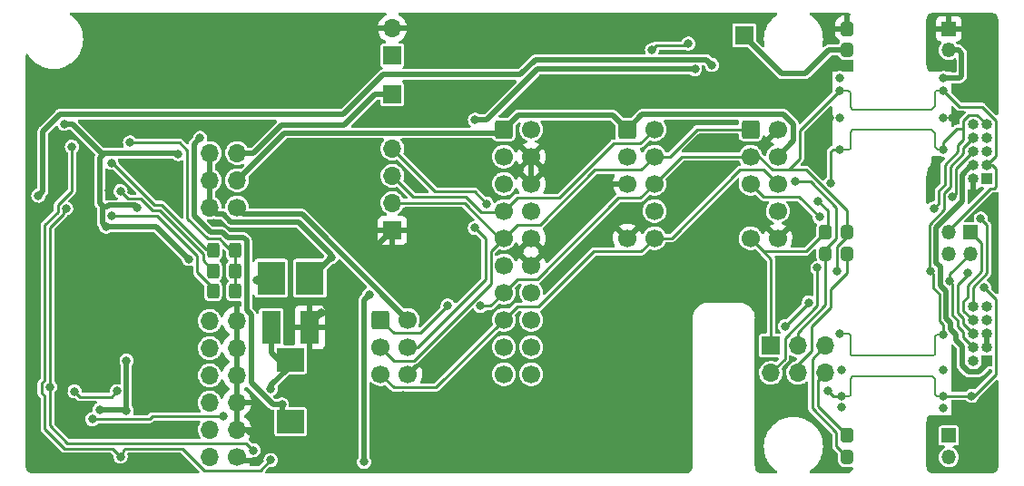
<source format=gbr>
G04 #@! TF.GenerationSoftware,KiCad,Pcbnew,(6.0.10-0)*
G04 #@! TF.CreationDate,2022-12-21T23:03:14+01:00*
G04 #@! TF.ProjectId,ATMEL-ICE-Octopus,41544d45-4c2d-4494-9345-2d4f63746f70,B5*
G04 #@! TF.SameCoordinates,Original*
G04 #@! TF.FileFunction,Copper,L1,Top*
G04 #@! TF.FilePolarity,Positive*
%FSLAX46Y46*%
G04 Gerber Fmt 4.6, Leading zero omitted, Abs format (unit mm)*
G04 Created by KiCad (PCBNEW (6.0.10-0)) date 2022-12-21 23:03:14*
%MOMM*%
%LPD*%
G01*
G04 APERTURE LIST*
G04 Aperture macros list*
%AMRoundRect*
0 Rectangle with rounded corners*
0 $1 Rounding radius*
0 $2 $3 $4 $5 $6 $7 $8 $9 X,Y pos of 4 corners*
0 Add a 4 corners polygon primitive as box body*
4,1,4,$2,$3,$4,$5,$6,$7,$8,$9,$2,$3,0*
0 Add four circle primitives for the rounded corners*
1,1,$1+$1,$2,$3*
1,1,$1+$1,$4,$5*
1,1,$1+$1,$6,$7*
1,1,$1+$1,$8,$9*
0 Add four rect primitives between the rounded corners*
20,1,$1+$1,$2,$3,$4,$5,0*
20,1,$1+$1,$4,$5,$6,$7,0*
20,1,$1+$1,$6,$7,$8,$9,0*
20,1,$1+$1,$8,$9,$2,$3,0*%
%AMOutline5P*
0 Free polygon, 5 corners , with rotation*
0 The origin of the aperture is its center*
0 number of corners: always 5*
0 $1 to $10 corner X, Y*
0 $11 Rotation angle, in degrees counterclockwise*
0 create outline with 5 corners*
4,1,5,$1,$2,$3,$4,$5,$6,$7,$8,$9,$10,$1,$2,$11*%
%AMOutline6P*
0 Free polygon, 6 corners , with rotation*
0 The origin of the aperture is its center*
0 number of corners: always 6*
0 $1 to $12 corner X, Y*
0 $13 Rotation angle, in degrees counterclockwise*
0 create outline with 6 corners*
4,1,6,$1,$2,$3,$4,$5,$6,$7,$8,$9,$10,$11,$12,$1,$2,$13*%
%AMOutline7P*
0 Free polygon, 7 corners , with rotation*
0 The origin of the aperture is its center*
0 number of corners: always 7*
0 $1 to $14 corner X, Y*
0 $15 Rotation angle, in degrees counterclockwise*
0 create outline with 7 corners*
4,1,7,$1,$2,$3,$4,$5,$6,$7,$8,$9,$10,$11,$12,$13,$14,$1,$2,$15*%
%AMOutline8P*
0 Free polygon, 8 corners , with rotation*
0 The origin of the aperture is its center*
0 number of corners: always 8*
0 $1 to $16 corner X, Y*
0 $17 Rotation angle, in degrees counterclockwise*
0 create outline with 8 corners*
4,1,8,$1,$2,$3,$4,$5,$6,$7,$8,$9,$10,$11,$12,$13,$14,$15,$16,$1,$2,$17*%
G04 Aperture macros list end*
G04 #@! TA.AperFunction,SMDPad,CuDef*
%ADD10R,2.600000X3.100000*%
G04 #@! TD*
G04 #@! TA.AperFunction,SMDPad,CuDef*
%ADD11R,1.800000X3.100000*%
G04 #@! TD*
G04 #@! TA.AperFunction,SMDPad,CuDef*
%ADD12RoundRect,0.250000X-0.325000X-0.450000X0.325000X-0.450000X0.325000X0.450000X-0.325000X0.450000X0*%
G04 #@! TD*
G04 #@! TA.AperFunction,ComponentPad*
%ADD13C,1.700000*%
G04 #@! TD*
G04 #@! TA.AperFunction,ComponentPad*
%ADD14O,1.700000X1.700000*%
G04 #@! TD*
G04 #@! TA.AperFunction,ComponentPad*
%ADD15RoundRect,0.250000X-0.600000X-0.600000X0.600000X-0.600000X0.600000X0.600000X-0.600000X0.600000X0*%
G04 #@! TD*
G04 #@! TA.AperFunction,ComponentPad*
%ADD16R,1.700000X1.700000*%
G04 #@! TD*
G04 #@! TA.AperFunction,SMDPad,CuDef*
%ADD17R,2.500000X2.200000*%
G04 #@! TD*
G04 #@! TA.AperFunction,ComponentPad*
%ADD18Outline8P,-0.600000X0.460000X-0.360000X0.700000X0.360000X0.700000X0.600000X0.460000X0.600000X-0.460000X0.360000X-0.700000X-0.360000X-0.700000X-0.600000X-0.460000X180.000000*%
G04 #@! TD*
G04 #@! TA.AperFunction,ComponentPad*
%ADD19RoundRect,0.420000X0.180000X0.280000X-0.180000X0.280000X-0.180000X-0.280000X0.180000X-0.280000X0*%
G04 #@! TD*
G04 #@! TA.AperFunction,ComponentPad*
%ADD20R,1.000000X1.000000*%
G04 #@! TD*
G04 #@! TA.AperFunction,ComponentPad*
%ADD21O,1.000000X1.000000*%
G04 #@! TD*
G04 #@! TA.AperFunction,ComponentPad*
%ADD22R,1.350000X1.350000*%
G04 #@! TD*
G04 #@! TA.AperFunction,ComponentPad*
%ADD23O,1.350000X1.350000*%
G04 #@! TD*
G04 #@! TA.AperFunction,ViaPad*
%ADD24C,0.800000*%
G04 #@! TD*
G04 #@! TA.AperFunction,Conductor*
%ADD25C,0.490000*%
G04 #@! TD*
G04 #@! TA.AperFunction,Conductor*
%ADD26C,0.250000*%
G04 #@! TD*
G04 #@! TA.AperFunction,Conductor*
%ADD27C,0.152400*%
G04 #@! TD*
G04 APERTURE END LIST*
D10*
G04 #@! TO.P,D1,1,K*
G04 #@! TO.N,/VIN*
X126900000Y-103300000D03*
D11*
G04 #@! TO.P,D1,2,A*
G04 #@! TO.N,GND*
X126900000Y-107900000D03*
G04 #@! TD*
D12*
G04 #@! TO.P,D82,1,K*
G04 #@! TO.N,/StatusLeds/nLED2*
X117875000Y-102600000D03*
G04 #@! TO.P,D82,2,A*
G04 #@! TO.N,/StatusLeds/CC*
X119925000Y-102600000D03*
G04 #@! TD*
D13*
G04 #@! TO.P,J9,1,Pin_1*
G04 #@! TO.N,GND*
X120100000Y-120000000D03*
D14*
G04 #@! TO.P,J9,2,Pin_2*
X117560000Y-120000000D03*
G04 #@! TO.P,J9,3,Pin_3*
X120100000Y-117460000D03*
G04 #@! TO.P,J9,4,Pin_4*
G04 #@! TO.N,/VoltageLimiter/D_2V5*
X117560000Y-117460000D03*
G04 #@! TO.P,J9,5,Pin_5*
G04 #@! TO.N,GND*
X120100000Y-114920000D03*
G04 #@! TO.P,J9,6,Pin_6*
G04 #@! TO.N,/VoltageLimiter/D_3V0*
X117560000Y-114920000D03*
G04 #@! TO.P,J9,7,Pin_7*
G04 #@! TO.N,GND*
X120100000Y-112380000D03*
G04 #@! TO.P,J9,8,Pin_8*
G04 #@! TO.N,/VoltageLimiter/D_3V3*
X117560000Y-112380000D03*
G04 #@! TO.P,J9,9,Pin_9*
G04 #@! TO.N,GND*
X120100000Y-109840000D03*
G04 #@! TO.P,J9,10,Pin_10*
G04 #@! TO.N,/VoltageLimiter/D_3V7*
X117560000Y-109840000D03*
G04 #@! TO.P,J9,11,Pin_11*
G04 #@! TO.N,GND*
X120100000Y-107300000D03*
G04 #@! TO.P,J9,12,Pin_12*
G04 #@! TO.N,/VoltageLimiter/D_5V0*
X117560000Y-107300000D03*
G04 #@! TD*
D15*
G04 #@! TO.P,J12,1,Pin_1*
G04 #@! TO.N,/VIN_JTAG*
X156500000Y-89400000D03*
D13*
G04 #@! TO.P,J12,2,Pin_2*
G04 #@! TO.N,/TMS*
X159040000Y-89400000D03*
G04 #@! TO.P,J12,3,Pin_3*
G04 #@! TO.N,GND*
X156500000Y-91940000D03*
G04 #@! TO.P,J12,4,Pin_4*
G04 #@! TO.N,/TCK*
X159040000Y-91940000D03*
G04 #@! TO.P,J12,5,Pin_5*
G04 #@! TO.N,GND*
X156500000Y-94480000D03*
G04 #@! TO.P,J12,6,Pin_6*
G04 #@! TO.N,/TDO*
X159040000Y-94480000D03*
G04 #@! TO.P,J12,8,Pin_8*
G04 #@! TO.N,/TDI*
X159040000Y-97020000D03*
G04 #@! TO.P,J12,9,Pin_9*
G04 #@! TO.N,GND*
X156500000Y-99560000D03*
G04 #@! TO.P,J12,10,Pin_10*
G04 #@! TO.N,/nSRST*
X159040000Y-99560000D03*
G04 #@! TD*
D16*
G04 #@! TO.P,J6,1,Pin_1*
G04 #@! TO.N,/VTG*
X167400000Y-80600000D03*
G04 #@! TD*
G04 #@! TO.P,J18,1,Pin_1*
G04 #@! TO.N,/TDI*
X169900000Y-109600000D03*
D14*
G04 #@! TO.P,J18,2,Pin_2*
G04 #@! TO.N,/TDO*
X169900000Y-112140000D03*
G04 #@! TO.P,J18,3,Pin_3*
G04 #@! TO.N,/TCK*
X172440000Y-109600000D03*
G04 #@! TO.P,J18,4,Pin_4*
G04 #@! TO.N,/TMS*
X172440000Y-112140000D03*
G04 #@! TO.P,J18,5,Pin_5*
G04 #@! TO.N,/nSRST*
X174980000Y-109600000D03*
G04 #@! TO.P,J18,6,Pin_6*
G04 #@! TO.N,/nTRST*
X174980000Y-112140000D03*
G04 #@! TD*
D16*
G04 #@! TO.P,J16,1,Pin_1*
G04 #@! TO.N,/VIN_PROBE*
X134600000Y-86125000D03*
G04 #@! TD*
D17*
G04 #@! TO.P,L71,1*
G04 #@! TO.N,/VoltageBooster/VIN_LIMITED*
X125100000Y-116700000D03*
G04 #@! TO.P,L71,2*
G04 #@! TO.N,/VoltageBooster/VSW*
X125100000Y-110900000D03*
G04 #@! TD*
D15*
G04 #@! TO.P,J14,1,Pin_1*
G04 #@! TO.N,/TDO*
X133500000Y-107180000D03*
D13*
G04 #@! TO.P,J14,2,Pin_2*
G04 #@! TO.N,/VIN_AVR*
X136040000Y-107180000D03*
G04 #@! TO.P,J14,3,Pin_3*
G04 #@! TO.N,/TCK*
X133500000Y-109720000D03*
G04 #@! TO.P,J14,4,Pin_4*
G04 #@! TO.N,/TDI*
X136040000Y-109720000D03*
G04 #@! TO.P,J14,5,Pin_5*
G04 #@! TO.N,/nSRST*
X133500000Y-112260000D03*
G04 #@! TO.P,J14,6,Pin_6*
G04 #@! TO.N,GND*
X136040000Y-112260000D03*
G04 #@! TD*
D12*
G04 #@! TO.P,D83,1,K*
G04 #@! TO.N,/StatusLeds/nLED3*
X117875000Y-104500000D03*
G04 #@! TO.P,D83,2,A*
G04 #@! TO.N,/StatusLeds/CC*
X119925000Y-104500000D03*
G04 #@! TD*
D15*
G04 #@! TO.P,J11,1,Pin_1*
G04 #@! TO.N,/VIN_JTAG*
X145000000Y-89400000D03*
D13*
G04 #@! TO.P,J11,2,Pin_2*
G04 #@! TO.N,unconnected-(J11-Pad2)*
X147540000Y-89400000D03*
G04 #@! TO.P,J11,3,Pin_3*
G04 #@! TO.N,/nTRST*
X145000000Y-91940000D03*
G04 #@! TO.P,J11,4,Pin_4*
G04 #@! TO.N,GND*
X147540000Y-91940000D03*
G04 #@! TO.P,J11,5,Pin_5*
G04 #@! TO.N,/TDI*
X145000000Y-94480000D03*
G04 #@! TO.P,J11,6,Pin_6*
G04 #@! TO.N,GND*
X147540000Y-94480000D03*
G04 #@! TO.P,J11,7,Pin_7*
G04 #@! TO.N,/TMS*
X145000000Y-97020000D03*
G04 #@! TO.P,J11,8,Pin_8*
G04 #@! TO.N,GND*
X147540000Y-97020000D03*
G04 #@! TO.P,J11,9,Pin_9*
G04 #@! TO.N,/TCK*
X145000000Y-99560000D03*
G04 #@! TO.P,J11,10,Pin_10*
G04 #@! TO.N,GND*
X147540000Y-99560000D03*
G04 #@! TO.P,J11,11,Pin_11*
G04 #@! TO.N,unconnected-(J11-Pad11)*
X145000000Y-102100000D03*
G04 #@! TO.P,J11,12,Pin_12*
G04 #@! TO.N,GND*
X147540000Y-102100000D03*
G04 #@! TO.P,J11,13,Pin_13*
G04 #@! TO.N,/TDO*
X145000000Y-104640000D03*
G04 #@! TO.P,J11,14,Pin_14*
G04 #@! TO.N,unconnected-(J11-Pad14)*
X147540000Y-104640000D03*
G04 #@! TO.P,J11,15,Pin_15*
G04 #@! TO.N,/nSRST*
X145000000Y-107180000D03*
G04 #@! TO.P,J11,16,Pin_16*
G04 #@! TO.N,unconnected-(J11-Pad16)*
X147540000Y-107180000D03*
G04 #@! TO.P,J11,17,Pin_17*
G04 #@! TO.N,unconnected-(J11-Pad17)*
X145000000Y-109720000D03*
G04 #@! TO.P,J11,18,Pin_18*
G04 #@! TO.N,unconnected-(J11-Pad18)*
X147540000Y-109720000D03*
G04 #@! TO.P,J11,19,Pin_19*
G04 #@! TO.N,unconnected-(J11-Pad19)*
X145000000Y-112260000D03*
G04 #@! TO.P,J11,20,Pin_20*
G04 #@! TO.N,unconnected-(J11-Pad20)*
X147540000Y-112260000D03*
G04 #@! TD*
D10*
G04 #@! TO.P,D71,1,K*
G04 #@! TO.N,/VLED*
X123300000Y-103300000D03*
D11*
G04 #@! TO.P,D71,2,A*
G04 #@! TO.N,/VoltageBooster/VSW*
X123300000Y-107900000D03*
G04 #@! TD*
D16*
G04 #@! TO.P,J17,1,Pin_1*
G04 #@! TO.N,/VIN_PROBE*
X134600000Y-82500000D03*
D14*
G04 #@! TO.P,J17,2,Pin_2*
G04 #@! TO.N,GND*
X134600000Y-79960000D03*
G04 #@! TD*
D15*
G04 #@! TO.P,J13,1,Pin_1*
G04 #@! TO.N,/TCK*
X168000000Y-89400000D03*
D13*
G04 #@! TO.P,J13,2,Pin_2*
G04 #@! TO.N,GND*
X170540000Y-89400000D03*
G04 #@! TO.P,J13,3,Pin_3*
G04 #@! TO.N,/TDO*
X168000000Y-91940000D03*
G04 #@! TO.P,J13,4,Pin_4*
G04 #@! TO.N,/VIN_JTAG*
X170540000Y-91940000D03*
G04 #@! TO.P,J13,5,Pin_5*
G04 #@! TO.N,/TMS*
X168000000Y-94480000D03*
G04 #@! TO.P,J13,6,Pin_6*
G04 #@! TO.N,/nSRST*
X170540000Y-94480000D03*
G04 #@! TO.P,J13,8,Pin_8*
G04 #@! TO.N,/nTRST*
X170540000Y-97020000D03*
G04 #@! TO.P,J13,9,Pin_9*
G04 #@! TO.N,/TDI*
X168000000Y-99560000D03*
G04 #@! TO.P,J13,10,Pin_10*
G04 #@! TO.N,GND*
X170540000Y-99560000D03*
G04 #@! TD*
D16*
G04 #@! TO.P,J15,1,Pin_1*
G04 #@! TO.N,GND*
X134600000Y-98825000D03*
D14*
G04 #@! TO.P,J15,2,Pin_2*
G04 #@! TO.N,/TCK*
X134600000Y-96285000D03*
G04 #@! TO.P,J15,3,Pin_3*
G04 #@! TO.N,/TMS*
X134600000Y-93745000D03*
G04 #@! TO.P,J15,4,Pin_4*
G04 #@! TO.N,/nSRST*
X134600000Y-91205000D03*
G04 #@! TD*
D12*
G04 #@! TO.P,D81,1,K*
G04 #@! TO.N,/StatusLeds/nLED1*
X117875000Y-100700000D03*
G04 #@! TO.P,D81,2,A*
G04 #@! TO.N,/StatusLeds/CC*
X119925000Y-100700000D03*
G04 #@! TD*
D13*
G04 #@! TO.P,J8,1,Pin_1*
G04 #@! TO.N,/VIN_AVR*
X120100000Y-96700000D03*
D14*
G04 #@! TO.P,J8,2,Pin_2*
G04 #@! TO.N,/VIN*
X117560000Y-96700000D03*
G04 #@! TO.P,J8,3,Pin_3*
G04 #@! TO.N,/VIN_JTAG*
X120100000Y-94160000D03*
G04 #@! TO.P,J8,4,Pin_4*
G04 #@! TO.N,/VIN*
X117560000Y-94160000D03*
G04 #@! TO.P,J8,5,Pin_5*
G04 #@! TO.N,/VIN_PROBE*
X120100000Y-91620000D03*
G04 #@! TO.P,J8,6,Pin_6*
G04 #@! TO.N,/VIN*
X117560000Y-91620000D03*
G04 #@! TD*
D18*
G04 #@! TO.P,J31,1,Pin_1*
G04 #@! TO.N,GND*
X177000000Y-80000000D03*
D19*
G04 #@! TO.P,J31,2,Pin_2*
G04 #@! TO.N,/VTG*
X177000000Y-82000000D03*
G04 #@! TD*
D20*
G04 #@! TO.P,J1,1,Pin_1*
G04 #@! TO.N,/VTG*
X190000000Y-111040000D03*
D21*
G04 #@! TO.P,J1,2,Pin_2*
G04 #@! TO.N,/TMS*
X188730000Y-111040000D03*
G04 #@! TO.P,J1,3,Pin_3*
G04 #@! TO.N,GND*
X190000000Y-109770000D03*
G04 #@! TO.P,J1,4,Pin_4*
G04 #@! TO.N,/TCK*
X188730000Y-109770000D03*
G04 #@! TO.P,J1,5,Pin_5*
G04 #@! TO.N,GND*
X190000000Y-108500000D03*
G04 #@! TO.P,J1,6,Pin_6*
G04 #@! TO.N,/TDO*
X188730000Y-108500000D03*
G04 #@! TO.P,J1,7,Pin_7*
G04 #@! TO.N,unconnected-(J1-Pad7)*
X190000000Y-107230000D03*
G04 #@! TO.P,J1,8,Pin_8*
G04 #@! TO.N,/TDI*
X188730000Y-107230000D03*
G04 #@! TO.P,J1,9,Pin_9*
G04 #@! TO.N,GND*
X190000000Y-105960000D03*
G04 #@! TO.P,J1,10,Pin_10*
G04 #@! TO.N,/nSRST*
X188730000Y-105960000D03*
G04 #@! TD*
D20*
G04 #@! TO.P,J2,1,Pin_1*
G04 #@! TO.N,/TCK*
X190000000Y-94040000D03*
D21*
G04 #@! TO.P,J2,2,Pin_2*
G04 #@! TO.N,GND*
X188730000Y-94040000D03*
G04 #@! TO.P,J2,3,Pin_3*
G04 #@! TO.N,/TDO*
X190000000Y-92770000D03*
G04 #@! TO.P,J2,4,Pin_4*
G04 #@! TO.N,/VTG*
X188730000Y-92770000D03*
G04 #@! TO.P,J2,5,Pin_5*
G04 #@! TO.N,/TMS*
X190000000Y-91500000D03*
G04 #@! TO.P,J2,6,Pin_6*
G04 #@! TO.N,/nSRST*
X188730000Y-91500000D03*
G04 #@! TO.P,J2,7,Pin_7*
G04 #@! TO.N,unconnected-(J2-Pad7)*
X190000000Y-90230000D03*
G04 #@! TO.P,J2,8,Pin_8*
G04 #@! TO.N,/nTRST*
X188730000Y-90230000D03*
G04 #@! TO.P,J2,9,Pin_9*
G04 #@! TO.N,/TDI*
X190000000Y-88960000D03*
G04 #@! TO.P,J2,10,Pin_10*
G04 #@! TO.N,GND*
X188730000Y-88960000D03*
G04 #@! TD*
D18*
G04 #@! TO.P,J32,1,Pin_1*
G04 #@! TO.N,/TDI*
X175000000Y-99000000D03*
D19*
G04 #@! TO.P,J32,2,Pin_2*
G04 #@! TO.N,/TDO*
X177000000Y-99000000D03*
G04 #@! TO.P,J32,3,Pin_3*
G04 #@! TO.N,/TCK*
X175000000Y-101000000D03*
G04 #@! TO.P,J32,4,Pin_4*
G04 #@! TO.N,/TMS*
X177000000Y-101000000D03*
G04 #@! TD*
D22*
G04 #@! TO.P,J22,1,Pin_1*
G04 #@! TO.N,/TDI*
X188500000Y-99000000D03*
D23*
G04 #@! TO.P,J22,2,Pin_2*
G04 #@! TO.N,/TDO*
X186500000Y-99000000D03*
G04 #@! TO.P,J22,3,Pin_3*
G04 #@! TO.N,/TCK*
X188500000Y-101000000D03*
G04 #@! TO.P,J22,4,Pin_4*
G04 #@! TO.N,/TMS*
X186500000Y-101000000D03*
G04 #@! TD*
D22*
G04 #@! TO.P,J21,1,Pin_1*
G04 #@! TO.N,GND*
X186500000Y-80000000D03*
D23*
G04 #@! TO.P,J21,2,Pin_2*
G04 #@! TO.N,/VTG*
X186500000Y-82000000D03*
G04 #@! TD*
D18*
G04 #@! TO.P,J33,1,Pin_1*
G04 #@! TO.N,/nTRST*
X177000000Y-118000000D03*
D19*
G04 #@! TO.P,J33,2,Pin_2*
G04 #@! TO.N,/nSRST*
X177000000Y-120000000D03*
G04 #@! TD*
D22*
G04 #@! TO.P,J23,1,Pin_1*
G04 #@! TO.N,/nTRST*
X186500000Y-118000000D03*
D23*
G04 #@! TO.P,J23,2,Pin_2*
G04 #@! TO.N,/nSRST*
X186500000Y-120000000D03*
G04 #@! TD*
D24*
G04 #@! TO.N,/VTG*
X101577477Y-95592664D03*
X176300000Y-84600000D03*
X164400000Y-83400000D03*
X186000000Y-84600000D03*
G04 #@! TO.N,/TMS*
X174425500Y-97600000D03*
X188629500Y-114300000D03*
X189805500Y-104200000D03*
X185952345Y-114300000D03*
X175200000Y-113800000D03*
X176500000Y-114300000D03*
G04 #@! TO.N,GND*
X189129500Y-112929500D03*
X166000000Y-92714500D03*
X161400000Y-88894500D03*
X173400000Y-91000000D03*
X170800000Y-102800000D03*
X140100000Y-86300000D03*
X152600000Y-80600000D03*
X135600000Y-114274500D03*
X112600000Y-100000000D03*
X111100000Y-117500000D03*
X146934888Y-82369614D03*
X189700500Y-96700500D03*
X186840500Y-88305000D03*
X108189500Y-95125498D03*
X186000000Y-88300000D03*
X175400000Y-88300000D03*
X132100000Y-100475000D03*
X107600000Y-113600000D03*
X176300000Y-88300000D03*
X106400000Y-95225500D03*
X103900000Y-113900000D03*
X149000000Y-108400000D03*
X108100000Y-89800000D03*
X184824498Y-94871786D03*
X114649500Y-96700000D03*
X124300000Y-113800000D03*
X155600000Y-79600000D03*
X163600000Y-84800000D03*
X104400000Y-102600000D03*
X190700000Y-103500000D03*
X128000000Y-106500000D03*
X153900000Y-89800000D03*
X189000000Y-115300000D03*
G04 #@! TO.N,/TCK*
X186595239Y-103604761D03*
X172200000Y-94300000D03*
X186000000Y-111900000D03*
X176500000Y-111900000D03*
G04 #@! TO.N,/TDO*
X186000000Y-85800000D03*
X174225500Y-102340517D03*
X139752345Y-105852345D03*
X188248792Y-102848792D03*
X176025000Y-102600000D03*
X142800000Y-105900000D03*
X176300000Y-85800000D03*
G04 #@! TO.N,/TDI*
X186000000Y-91300000D03*
X176300000Y-91300000D03*
X175497655Y-94402345D03*
X142300000Y-98600000D03*
X185086624Y-96786624D03*
X174298792Y-96101208D03*
G04 #@! TO.N,/nSRST*
X186000000Y-115400000D03*
X189467492Y-97732508D03*
X143400000Y-96344300D03*
X186840500Y-95729750D03*
X176500000Y-115349503D03*
G04 #@! TO.N,/nTRST*
X184800000Y-102620830D03*
X185951317Y-108555450D03*
X176300000Y-108500000D03*
X171215000Y-107789690D03*
X173427845Y-105576845D03*
G04 #@! TO.N,/VoltageLimiter/VIN_SLOW*
X142300000Y-88500000D03*
X162825500Y-83800000D03*
G04 #@! TO.N,/VIN*
X128900000Y-101343500D03*
G04 #@! TO.N,/VoltageBooster/VIN_LIMITED*
X124300000Y-115100000D03*
X116665500Y-90200000D03*
G04 #@! TO.N,/VoltageBooster/VSW*
X123261751Y-113646736D03*
G04 #@! TO.N,/VoltageLimiter/ENABLE*
X162200000Y-81400000D03*
X158800000Y-82000000D03*
G04 #@! TO.N,/VoltageLimiter/aENABLE*
X106600000Y-116474500D03*
X118800000Y-116200000D03*
G04 #@! TO.N,/VLED*
X115607316Y-101500000D03*
X104000000Y-88900000D03*
X114600000Y-91700000D03*
X110800000Y-96682727D03*
X122000000Y-103500000D03*
X107900000Y-98500000D03*
G04 #@! TO.N,/StatusLeds/nLED1*
X108400000Y-92525498D03*
G04 #@! TO.N,/StatusLeds/CC*
X110126313Y-90635541D03*
G04 #@! TO.N,/StatusLeds/nLED3*
X108453752Y-97457227D03*
G04 #@! TO.N,/VIN_ABOVE*
X109258768Y-119958768D03*
X104700000Y-91024502D03*
X123252345Y-120274500D03*
G04 #@! TO.N,/VoltageLimiter/VIN_SCALED*
X104949193Y-113874500D03*
X108905500Y-113847639D03*
G04 #@! TO.N,/VIN_BELOW*
X102660710Y-113437727D03*
X121630608Y-119382257D03*
X104174500Y-96772852D03*
G04 #@! TO.N,VAA*
X109800000Y-115674500D03*
X132447492Y-104852508D03*
X131954761Y-120454761D03*
X109800000Y-111000000D03*
X107290249Y-115570498D03*
G04 #@! TO.N,/StatusLeds/nLED2*
X109237947Y-95172536D03*
G04 #@! TD*
D25*
G04 #@! TO.N,/VTG*
X188592857Y-92770000D02*
X187735000Y-93627857D01*
X186672894Y-108026813D02*
X187180000Y-108533919D01*
X187180000Y-109096812D02*
X187735000Y-109651812D01*
X185700239Y-103975483D02*
X186224517Y-104499761D01*
X186224517Y-104499761D02*
X186235000Y-104499761D01*
X187500000Y-84600000D02*
X187700000Y-84400000D01*
X187700000Y-84400000D02*
X187700000Y-82300000D01*
X133735000Y-84300000D02*
X146553482Y-84300000D01*
X187735000Y-96110370D02*
X185300000Y-98545370D01*
X170900000Y-84200000D02*
X173100000Y-84200000D01*
X101577477Y-95592664D02*
X102000000Y-95170141D01*
X186000000Y-84600000D02*
X187500000Y-84600000D01*
X186672894Y-107463918D02*
X186672894Y-108026813D01*
X175300000Y-82000000D02*
X177000000Y-82000000D01*
X167400000Y-80700000D02*
X170900000Y-84200000D01*
X185300000Y-101855108D02*
X185700239Y-102255347D01*
X187735000Y-93627857D02*
X187735000Y-96110370D01*
X173100000Y-84200000D02*
X175300000Y-82000000D01*
X187180000Y-108533919D02*
X187180000Y-109096812D01*
X146553482Y-84300000D02*
X147948482Y-82905000D01*
X187735000Y-111452142D02*
X188317857Y-112035000D01*
X187400000Y-82000000D02*
X186500000Y-82000000D01*
X190000000Y-111300000D02*
X190000000Y-111040000D01*
X103595000Y-88005000D02*
X130030000Y-88005000D01*
X147948482Y-82905000D02*
X163905000Y-82905000D01*
X102000000Y-95170141D02*
X102000000Y-89600000D01*
X185700239Y-102255347D02*
X185700239Y-103975483D01*
X187700000Y-82300000D02*
X187400000Y-82000000D01*
X187735000Y-109651812D02*
X187735000Y-111452142D01*
X185300000Y-98545370D02*
X185300000Y-101855108D01*
X186235000Y-107026024D02*
X186672894Y-107463918D01*
X186235000Y-104499761D02*
X186235000Y-107026024D01*
X188317857Y-112035000D02*
X189265000Y-112035000D01*
X189265000Y-112035000D02*
X190000000Y-111300000D01*
X163905000Y-82905000D02*
X164400000Y-83400000D01*
X102000000Y-89600000D02*
X103595000Y-88005000D01*
X130030000Y-88005000D02*
X133735000Y-84300000D01*
D26*
G04 #@! TO.N,/TMS*
X188629500Y-114300000D02*
X185952345Y-114300000D01*
X188855016Y-114300000D02*
X190900000Y-112255016D01*
X173700000Y-110072412D02*
X173700000Y-107814212D01*
D27*
X177300000Y-112700000D02*
X177300000Y-114200000D01*
D26*
X172440000Y-112140000D02*
X172440000Y-111332412D01*
X174425500Y-97600000D02*
X172530500Y-95705000D01*
X190900000Y-105294500D02*
X189805500Y-104200000D01*
D27*
X185952345Y-114300000D02*
X185360402Y-114300000D01*
D26*
X155246906Y-90715000D02*
X150166906Y-95795000D01*
X136555000Y-95700000D02*
X134600000Y-93745000D01*
X190900000Y-112255016D02*
X190900000Y-105294500D01*
D27*
X185360402Y-114300000D02*
X185180201Y-114119799D01*
D26*
X146225000Y-95795000D02*
X145000000Y-97020000D01*
D27*
X184969799Y-112469799D02*
X177530201Y-112469799D01*
D26*
X159040000Y-89400000D02*
X157725000Y-90715000D01*
X141438094Y-95700000D02*
X136555000Y-95700000D01*
X175500000Y-106014212D02*
X175500000Y-104300000D01*
X175200000Y-113800000D02*
X175700000Y-114300000D01*
D27*
X185180201Y-112680201D02*
X184969799Y-112469799D01*
X177200000Y-114300000D02*
X176500000Y-114300000D01*
D26*
X172440000Y-111332412D02*
X173700000Y-110072412D01*
D27*
X185180201Y-114119799D02*
X185180201Y-112680201D01*
D26*
X142869047Y-97130953D02*
X141438094Y-95700000D01*
X175500000Y-104300000D02*
X177000000Y-102800000D01*
X142869047Y-97130953D02*
X144889047Y-97130953D01*
X177000000Y-102800000D02*
X177000000Y-101000000D01*
X157725000Y-90715000D02*
X155246906Y-90715000D01*
X169225000Y-95705000D02*
X168000000Y-94480000D01*
X172530500Y-95705000D02*
X169225000Y-95705000D01*
D27*
X177300000Y-114200000D02*
X177200000Y-114300000D01*
D26*
X150166906Y-95795000D02*
X146225000Y-95795000D01*
X188629500Y-114300000D02*
X188855016Y-114300000D01*
D27*
X177530201Y-112469799D02*
X177300000Y-112700000D01*
D26*
X173700000Y-107814212D02*
X175500000Y-106014212D01*
X175700000Y-114300000D02*
X176500000Y-114300000D01*
D25*
G04 #@! TO.N,GND*
X153600000Y-96040000D02*
X147540000Y-102100000D01*
X190700000Y-97700000D02*
X189700500Y-96700500D01*
X132100000Y-100475000D02*
X132950000Y-100475000D01*
X153600000Y-95600000D02*
X153600000Y-96040000D01*
X133062500Y-100362500D02*
X134600000Y-98825000D01*
X126900000Y-107600000D02*
X128000000Y-106500000D01*
X154720000Y-94480000D02*
X153600000Y-95600000D01*
X190700000Y-103500000D02*
X190700000Y-97700000D01*
X147540000Y-91940000D02*
X147540000Y-94480000D01*
X122525608Y-119752979D02*
X122525608Y-118925608D01*
X122525608Y-118925608D02*
X121060000Y-117460000D01*
X121902500Y-120376087D02*
X122525608Y-119752979D01*
X156500000Y-94480000D02*
X154720000Y-94480000D01*
X121902500Y-120376087D02*
X120476087Y-120376087D01*
X132950000Y-100475000D02*
X133062500Y-100362500D01*
X121060000Y-117460000D02*
X120100000Y-117460000D01*
D26*
G04 #@! TO.N,/TCK*
X186855000Y-106769212D02*
X186855000Y-103864522D01*
X136603984Y-111000000D02*
X143800000Y-103803984D01*
X175000000Y-101000000D02*
X175000000Y-105807106D01*
X176000000Y-99590332D02*
X175000000Y-100590332D01*
X186855000Y-103864522D02*
X186595239Y-103604761D01*
X134600000Y-96285000D02*
X141315988Y-96285000D01*
X146260000Y-98300000D02*
X145000000Y-99560000D01*
X134780000Y-111000000D02*
X136603984Y-111000000D01*
X176000000Y-96707106D02*
X176000000Y-99590332D01*
X175000000Y-105807106D02*
X172440000Y-108367106D01*
X186595239Y-102904761D02*
X188500000Y-101000000D01*
X159040000Y-91940000D02*
X160460000Y-91940000D01*
X187292894Y-107207106D02*
X186855000Y-106769212D01*
X187292894Y-107770001D02*
X187292894Y-107207106D01*
X143800000Y-103803984D02*
X143800000Y-103600000D01*
X143800000Y-103600000D02*
X143775000Y-103575000D01*
X173592894Y-94300000D02*
X176000000Y-96707106D01*
X153500000Y-93200000D02*
X148400000Y-98300000D01*
X187800000Y-108840000D02*
X187800000Y-108277107D01*
X157780000Y-93200000D02*
X153500000Y-93200000D01*
X143775000Y-100785000D02*
X145000000Y-99560000D01*
X188730000Y-109770000D02*
X187800000Y-108840000D01*
X148400000Y-98300000D02*
X146260000Y-98300000D01*
X133500000Y-109720000D02*
X134780000Y-111000000D01*
X159040000Y-91940000D02*
X157780000Y-93200000D01*
X172200000Y-94300000D02*
X173592894Y-94300000D01*
X141315988Y-96285000D02*
X144590988Y-99560000D01*
X160460000Y-91940000D02*
X163000000Y-89400000D01*
X163000000Y-89400000D02*
X168000000Y-89400000D01*
X187800000Y-108277107D02*
X187292894Y-107770001D01*
X172440000Y-108367106D02*
X172440000Y-109600000D01*
X143775000Y-103575000D02*
X143775000Y-100785000D01*
X186595239Y-102904761D02*
X186595239Y-103604761D01*
G04 #@! TO.N,/TDO*
X190385000Y-94915000D02*
X186500000Y-98800000D01*
D27*
X184849926Y-87530201D02*
X185180201Y-87199926D01*
D26*
X187355000Y-103905000D02*
X187355000Y-106562106D01*
X187355000Y-106562106D02*
X187800000Y-107007106D01*
X171215000Y-110825000D02*
X169900000Y-112140000D01*
X171215000Y-108885000D02*
X171215000Y-110825000D01*
X157720000Y-95800000D02*
X159040000Y-94480000D01*
X190000000Y-92770000D02*
X190530000Y-92770000D01*
X174225500Y-105874500D02*
X171215000Y-108885000D01*
X177000000Y-97000000D02*
X177000000Y-99000000D01*
X174225500Y-102340517D02*
X174225500Y-105874500D01*
X190900000Y-91870000D02*
X190000000Y-92770000D01*
X143740000Y-105900000D02*
X145000000Y-104640000D01*
X168000000Y-91940000D02*
X161580000Y-91940000D01*
X146225000Y-103415000D02*
X148085000Y-103415000D01*
X188248792Y-102848792D02*
X188248792Y-103011208D01*
X148085000Y-103415000D02*
X155700000Y-95800000D01*
X168000000Y-91940000D02*
X168807588Y-91940000D01*
D27*
X177300000Y-87300000D02*
X177530201Y-87530201D01*
D26*
X187800000Y-107570000D02*
X188730000Y-108500000D01*
X171565000Y-93165000D02*
X173165000Y-93165000D01*
X190530000Y-92770000D02*
X190875000Y-93115000D01*
X190875000Y-93115000D02*
X190875000Y-94755000D01*
D27*
X177530201Y-87530201D02*
X184849926Y-87530201D01*
X177300000Y-86000000D02*
X177300000Y-87300000D01*
X185329873Y-85800000D02*
X186000000Y-85800000D01*
D26*
X176300000Y-85800000D02*
X172620000Y-89480000D01*
X137199690Y-108405000D02*
X134725000Y-108405000D01*
X155700000Y-95800000D02*
X157720000Y-95800000D01*
X190715000Y-94915000D02*
X190385000Y-94915000D01*
D27*
X176300000Y-85800000D02*
X177100000Y-85800000D01*
D26*
X142800000Y-105900000D02*
X143740000Y-105900000D01*
D27*
X185180201Y-85949672D02*
X185329873Y-85800000D01*
D26*
X190900000Y-88600000D02*
X190900000Y-91870000D01*
X161580000Y-91940000D02*
X159040000Y-94480000D01*
X187800000Y-107007106D02*
X187800000Y-107570000D01*
X176025000Y-100390700D02*
X177000000Y-99415700D01*
X172620000Y-89480000D02*
X172620000Y-92110000D01*
X134725000Y-108405000D02*
X133500000Y-107180000D01*
D27*
X185180201Y-87199926D02*
X185180201Y-85949672D01*
D26*
X172620000Y-92110000D02*
X171565000Y-93165000D01*
X139752345Y-105852345D02*
X137199690Y-108405000D01*
X176025000Y-102600000D02*
X176025000Y-100390700D01*
X170032588Y-93165000D02*
X171565000Y-93165000D01*
X188248792Y-103011208D02*
X187355000Y-103905000D01*
X186000000Y-85800000D02*
X187500000Y-87300000D01*
X187500000Y-87300000D02*
X189600000Y-87300000D01*
X190875000Y-94755000D02*
X190715000Y-94915000D01*
X145000000Y-104640000D02*
X146225000Y-103415000D01*
X168807588Y-91940000D02*
X170032588Y-93165000D01*
X189600000Y-87300000D02*
X190900000Y-88600000D01*
D27*
X177100000Y-85800000D02*
X177300000Y-86000000D01*
D26*
X173165000Y-93165000D02*
X177000000Y-97000000D01*
G04 #@! TO.N,/TDI*
X188500000Y-99000000D02*
X189550000Y-100050000D01*
X175200000Y-97002416D02*
X175200000Y-98800000D01*
X143275000Y-99575000D02*
X142300000Y-98600000D01*
X169900000Y-101500000D02*
X169900000Y-109600000D01*
X189550000Y-100050000D02*
X189550000Y-102642894D01*
X186115000Y-94577894D02*
X185550000Y-95142893D01*
D27*
X185180201Y-91050328D02*
X185180201Y-89800074D01*
D26*
X169000000Y-100600000D02*
X169900000Y-101500000D01*
X143275000Y-103425000D02*
X143275000Y-99575000D01*
X175497655Y-91502345D02*
X175700000Y-91300000D01*
X189125000Y-88085000D02*
X188367563Y-88085000D01*
X169200000Y-100800000D02*
X169000000Y-100600000D01*
D27*
X177530201Y-89469799D02*
X177319799Y-89680201D01*
D26*
X187255000Y-89345000D02*
X187855000Y-89345000D01*
D27*
X185429873Y-91300000D02*
X185180201Y-91050328D01*
X184849926Y-89469799D02*
X177530201Y-89469799D01*
D26*
X136980000Y-109720000D02*
X143275000Y-103425000D01*
X188230000Y-103962894D02*
X188230000Y-105080000D01*
X187355000Y-90897894D02*
X187355000Y-91460788D01*
X186115000Y-92700788D02*
X186115000Y-94577894D01*
X173200000Y-100800000D02*
X175000000Y-99000000D01*
X188367563Y-88085000D02*
X187855000Y-88597563D01*
X186000000Y-90600000D02*
X187255000Y-89345000D01*
D27*
X177319799Y-89680201D02*
X177319799Y-91180201D01*
D26*
X187855000Y-90397894D02*
X187355000Y-90897894D01*
X174298792Y-96101208D02*
X175200000Y-97002416D01*
X187855000Y-105455000D02*
X187855000Y-106355000D01*
X185550000Y-95142893D02*
X185550000Y-96323248D01*
X187855000Y-88597563D02*
X187855000Y-89345000D01*
D27*
X177200000Y-91300000D02*
X176300000Y-91300000D01*
D26*
X185550000Y-96323248D02*
X185086624Y-96786624D01*
X169200000Y-100800000D02*
X173200000Y-100800000D01*
X187355000Y-91460788D02*
X186115000Y-92700788D01*
X187855000Y-89345000D02*
X187855000Y-90397894D01*
X175700000Y-91300000D02*
X176300000Y-91300000D01*
X187855000Y-106355000D02*
X188730000Y-107230000D01*
X190000000Y-88960000D02*
X189125000Y-88085000D01*
X189550000Y-102642894D02*
X188230000Y-103962894D01*
X188230000Y-105080000D02*
X187855000Y-105455000D01*
D27*
X186000000Y-91300000D02*
X185429873Y-91300000D01*
D26*
X168000000Y-99600000D02*
X169000000Y-100600000D01*
X186000000Y-91300000D02*
X186000000Y-90600000D01*
D27*
X185180201Y-89800074D02*
X184849926Y-89469799D01*
D26*
X136040000Y-109720000D02*
X136980000Y-109720000D01*
D27*
X177319799Y-91180201D02*
X177200000Y-91300000D01*
D26*
X175497655Y-94402345D02*
X175497655Y-91502345D01*
G04 #@! TO.N,/nSRST*
X187115000Y-95455250D02*
X187115000Y-93115000D01*
X146225000Y-105955000D02*
X145000000Y-107180000D01*
X138680000Y-113500000D02*
X145000000Y-107180000D01*
X153400000Y-100800000D02*
X148245000Y-105955000D01*
X188730000Y-104170000D02*
X188730000Y-105960000D01*
X169225000Y-93165000D02*
X167035000Y-93165000D01*
X138595000Y-95200000D02*
X142255700Y-95200000D01*
X177000000Y-120000000D02*
X176000000Y-119000000D01*
X148245000Y-105955000D02*
X146225000Y-105955000D01*
X159040000Y-99560000D02*
X157800000Y-100800000D01*
X142255700Y-95200000D02*
X143400000Y-96344300D01*
X167035000Y-93165000D02*
X160640000Y-99560000D01*
X134740000Y-113500000D02*
X138680000Y-113500000D01*
X134600000Y-91205000D02*
X138595000Y-95200000D01*
X176000000Y-117707106D02*
X173755000Y-115462106D01*
X170540000Y-94480000D02*
X169225000Y-93165000D01*
X189467492Y-97732508D02*
X190050000Y-98315016D01*
X190050000Y-98315016D02*
X190050000Y-102850000D01*
X190050000Y-102850000D02*
X188730000Y-104170000D01*
X186840500Y-95729750D02*
X187115000Y-95455250D01*
X173755000Y-110825000D02*
X174980000Y-109600000D01*
X157800000Y-100800000D02*
X153400000Y-100800000D01*
X160640000Y-99560000D02*
X159040000Y-99560000D01*
X176000000Y-119000000D02*
X176000000Y-117707106D01*
X187115000Y-93115000D02*
X188730000Y-91500000D01*
X173755000Y-115462106D02*
X173755000Y-110825000D01*
X133500000Y-112260000D02*
X134740000Y-113500000D01*
G04 #@! TO.N,/nTRST*
X187855000Y-91667894D02*
X186615000Y-92907894D01*
X187855000Y-91105000D02*
X187855000Y-91667894D01*
X174255000Y-112865000D02*
X174255000Y-115255000D01*
D27*
X177319799Y-108619799D02*
X177319799Y-110419799D01*
X185060201Y-110539799D02*
X185200000Y-110400000D01*
X177439799Y-110539799D02*
X185060201Y-110539799D01*
X177200000Y-108500000D02*
X177319799Y-108619799D01*
D26*
X188730000Y-90230000D02*
X187855000Y-91105000D01*
X186615000Y-92907894D02*
X186615000Y-94785000D01*
X185615000Y-107282836D02*
X185615000Y-104767056D01*
D27*
X185200000Y-110400000D02*
X185200000Y-108700000D01*
D26*
X185951317Y-108555450D02*
X185951317Y-107619153D01*
D27*
X177319799Y-110419799D02*
X177439799Y-110539799D01*
D26*
X185080239Y-102901069D02*
X184800000Y-102620830D01*
X186050000Y-96918558D02*
X184680000Y-98288558D01*
X174255000Y-115255000D02*
X177000000Y-118000000D01*
X171215000Y-107789690D02*
X173427845Y-105576845D01*
X184680000Y-102500830D02*
X184800000Y-102620830D01*
D27*
X176300000Y-108500000D02*
X177200000Y-108500000D01*
D26*
X185951317Y-107619153D02*
X185615000Y-107282836D01*
X186615000Y-94785000D02*
X186050000Y-95350000D01*
X185615000Y-104767056D02*
X185080239Y-104232295D01*
X185080239Y-104232295D02*
X185080239Y-102901069D01*
D27*
X185200000Y-108700000D02*
X185344550Y-108555450D01*
D26*
X184680000Y-98288558D02*
X184680000Y-102500830D01*
X174980000Y-112140000D02*
X174255000Y-112865000D01*
D27*
X185344550Y-108555450D02*
X185951317Y-108555450D01*
D26*
X186050000Y-95350000D02*
X186050000Y-96918558D01*
D25*
G04 #@! TO.N,/VIN_PROBE*
X120100000Y-91620000D02*
X121593482Y-91620000D01*
X132956518Y-86125000D02*
X134600000Y-86125000D01*
X130091518Y-88990000D02*
X132956518Y-86125000D01*
X121593482Y-91620000D02*
X124223482Y-88990000D01*
X124223482Y-88990000D02*
X130091518Y-88990000D01*
G04 #@! TO.N,/VIN_JTAG*
X172000000Y-90480000D02*
X170540000Y-91940000D01*
X172000000Y-88900000D02*
X172000000Y-90480000D01*
X120100000Y-94160000D02*
X124530000Y-89730000D01*
X124530000Y-89730000D02*
X144670000Y-89730000D01*
X171100000Y-88000000D02*
X172000000Y-88900000D01*
X146345000Y-88055000D02*
X155155000Y-88055000D01*
X145000000Y-89400000D02*
X146345000Y-88055000D01*
X155155000Y-88055000D02*
X156500000Y-89400000D01*
X156500000Y-89400000D02*
X157900000Y-88000000D01*
X157900000Y-88000000D02*
X171100000Y-88000000D01*
G04 #@! TO.N,/VoltageLimiter/VIN_SLOW*
X148100000Y-83800000D02*
X162825500Y-83800000D01*
X142300000Y-88500000D02*
X143400000Y-88500000D01*
X143400000Y-88500000D02*
X148100000Y-83800000D01*
G04 #@! TO.N,/VIN*
X119542882Y-98045000D02*
X118797882Y-97300000D01*
X118797882Y-97300000D02*
X118160000Y-97300000D01*
X126943500Y-103300000D02*
X128900000Y-101343500D01*
X128900000Y-101100000D02*
X126900000Y-99100000D01*
X125858482Y-98045000D02*
X119542882Y-98045000D01*
X117560000Y-94160000D02*
X117560000Y-96700000D01*
X118160000Y-97300000D02*
X117560000Y-96700000D01*
X126900000Y-99086518D02*
X125858482Y-98045000D01*
X128900000Y-101343500D02*
X128900000Y-101100000D01*
X126900000Y-99100000D02*
X126900000Y-99086518D01*
X117560000Y-91620000D02*
X117560000Y-94160000D01*
G04 #@! TO.N,/VIN_AVR*
X120100000Y-96700000D02*
X120705000Y-97305000D01*
X126165000Y-97305000D02*
X136040000Y-107180000D01*
X120705000Y-97305000D02*
X126165000Y-97305000D01*
G04 #@! TO.N,/VoltageBooster/VIN_LIMITED*
X119215695Y-99505000D02*
X118715695Y-99005000D01*
X121000000Y-99800000D02*
X120705000Y-99505000D01*
X118715695Y-99005000D02*
X117605000Y-99005000D01*
X116100000Y-97500000D02*
X116100000Y-90765500D01*
X121000000Y-106297882D02*
X121000000Y-99800000D01*
X121445000Y-106742882D02*
X121000000Y-106297882D01*
X121445000Y-113095000D02*
X121445000Y-106742882D01*
X124300000Y-115100000D02*
X123450000Y-115100000D01*
X117605000Y-99005000D02*
X116100000Y-97500000D01*
X124300000Y-115100000D02*
X124300000Y-115950000D01*
X116100000Y-90765500D02*
X116665500Y-90200000D01*
X123450000Y-115100000D02*
X121445000Y-113095000D01*
X120705000Y-99505000D02*
X119215695Y-99505000D01*
G04 #@! TO.N,/VoltageBooster/VSW*
X123300000Y-108700000D02*
X123300000Y-110250000D01*
X123261751Y-113646736D02*
X123261751Y-113288249D01*
X123261751Y-113288249D02*
X124800000Y-111750000D01*
X123300000Y-110250000D02*
X124800000Y-111750000D01*
D26*
G04 #@! TO.N,/VoltageLimiter/ENABLE*
X158800000Y-82000000D02*
X159231250Y-81568750D01*
X159231250Y-81568750D02*
X162031250Y-81568750D01*
X162031250Y-81568750D02*
X162200000Y-81400000D01*
G04 #@! TO.N,/VoltageLimiter/aENABLE*
X112200000Y-116200000D02*
X118800000Y-116200000D01*
X106600000Y-116474500D02*
X106625000Y-116449500D01*
X106625000Y-116449500D02*
X111950500Y-116449500D01*
X111950500Y-116449500D02*
X112200000Y-116200000D01*
D25*
G04 #@! TO.N,/VLED*
X108145257Y-96500000D02*
X108029778Y-96615479D01*
X107493980Y-91630498D02*
X104763482Y-88900000D01*
X107295000Y-96295000D02*
X107295000Y-92051518D01*
X107558752Y-98158752D02*
X107558752Y-96558752D01*
X112600000Y-98500000D02*
X107900000Y-98500000D01*
X107716020Y-91630498D02*
X108130498Y-91630498D01*
X110800000Y-96682727D02*
X110617273Y-96500000D01*
X107900000Y-98500000D02*
X107558752Y-98158752D01*
X115607316Y-101500000D02*
X115600000Y-101500000D01*
X107615479Y-96615479D02*
X107295000Y-96295000D01*
X108029778Y-96615479D02*
X107615479Y-96615479D01*
X114530498Y-91630498D02*
X108130498Y-91630498D01*
X114600000Y-91700000D02*
X114530498Y-91630498D01*
X115600000Y-101500000D02*
X112600000Y-98500000D01*
X104763482Y-88900000D02*
X104000000Y-88900000D01*
X108130498Y-91630498D02*
X107493980Y-91630498D01*
X107295000Y-92051518D02*
X107716020Y-91630498D01*
X108145257Y-96500000D02*
X110617273Y-96500000D01*
X107558752Y-96558752D02*
X107295000Y-96295000D01*
X122000000Y-103500000D02*
X123100000Y-103500000D01*
D26*
G04 #@! TO.N,/StatusLeds/nLED1*
X108472604Y-92525498D02*
X108400000Y-92525498D01*
X117875000Y-100597157D02*
X117214702Y-100597157D01*
X113074771Y-96457227D02*
X112404333Y-96457227D01*
X117214702Y-100597157D02*
X113074771Y-96457227D01*
X112404333Y-96457227D02*
X108472604Y-92525498D01*
G04 #@! TO.N,/StatusLeds/CC*
X118825000Y-99991117D02*
X118458883Y-99625000D01*
X115480000Y-97756812D02*
X115480000Y-91380000D01*
X119500000Y-100700000D02*
X118825000Y-100025000D01*
X117348188Y-99625000D02*
X115480000Y-97756812D01*
X118458883Y-99625000D02*
X117348188Y-99625000D01*
X115480000Y-91380000D02*
X114735541Y-90635541D01*
X119925000Y-102600000D02*
X119925000Y-104500000D01*
X119925000Y-100700000D02*
X119925000Y-102600000D01*
X114735541Y-90635541D02*
X110126313Y-90635541D01*
X118825000Y-100025000D02*
X118825000Y-99991117D01*
G04 #@! TO.N,/StatusLeds/nLED3*
X116381816Y-102765699D02*
X117875000Y-104258883D01*
X108453752Y-97457227D02*
X112660559Y-97457227D01*
X116381816Y-101178484D02*
X116381816Y-102765699D01*
X112660559Y-97457227D02*
X116381816Y-101178484D01*
G04 #@! TO.N,/VIN_ABOVE*
X102161210Y-117361210D02*
X102161210Y-114288790D01*
X102161210Y-114288790D02*
X101886210Y-114013790D01*
X109258768Y-119958768D02*
X108504690Y-119200000D01*
X115027588Y-119200000D02*
X117052588Y-121225000D01*
X109574500Y-119200000D02*
X115027588Y-119200000D01*
X103400000Y-96451336D02*
X104700000Y-95151336D01*
X102161210Y-98346684D02*
X103400000Y-97107894D01*
X104700000Y-95151336D02*
X104700000Y-91024502D01*
X109258768Y-119958768D02*
X109574500Y-119200000D01*
X117052588Y-121225000D02*
X122301845Y-121225000D01*
X102161210Y-112838790D02*
X102161210Y-98346684D01*
X104000000Y-119200000D02*
X102161210Y-117361210D01*
X101886210Y-114013790D02*
X101886210Y-113113790D01*
X108504690Y-119200000D02*
X104000000Y-119200000D01*
X122301845Y-121225000D02*
X123252345Y-120274500D01*
X103400000Y-97107894D02*
X103400000Y-96451336D01*
X101886210Y-113113790D02*
X102161210Y-112838790D01*
G04 #@! TO.N,/VoltageLimiter/VIN_SCALED*
X108378139Y-114375000D02*
X105449693Y-114375000D01*
X108905500Y-113847639D02*
X108378139Y-114375000D01*
X105449693Y-114375000D02*
X104949193Y-113874500D01*
G04 #@! TO.N,/VIN_BELOW*
X102661210Y-113437227D02*
X102660710Y-113437727D01*
X102661210Y-113438227D02*
X102660710Y-113437727D01*
X121630608Y-119382257D02*
X120948351Y-118700000D01*
X102661210Y-117061210D02*
X102661210Y-113438227D01*
X104300000Y-118700000D02*
X102661210Y-117061210D01*
X120948351Y-118700000D02*
X104300000Y-118700000D01*
X102661210Y-98553790D02*
X102661210Y-113437227D01*
X104174500Y-96772852D02*
X103900000Y-97047352D01*
X103900000Y-97047352D02*
X103900000Y-97315000D01*
X103900000Y-97315000D02*
X102661210Y-98553790D01*
D25*
G04 #@! TO.N,VAA*
X109800000Y-115674500D02*
X109800000Y-111000000D01*
X132447492Y-104852508D02*
X131954761Y-105345239D01*
X107290249Y-115570498D02*
X109695998Y-115570498D01*
X131954761Y-105345239D02*
X131954761Y-120454761D01*
X109695998Y-115570498D02*
X109800000Y-115674500D01*
D26*
G04 #@! TO.N,/StatusLeds/nLED2*
X111120000Y-95880000D02*
X109945411Y-95880000D01*
X116925000Y-101014562D02*
X112867665Y-96957227D01*
X117875000Y-102600000D02*
X116925000Y-101650000D01*
X112197227Y-96957227D02*
X111120000Y-95880000D01*
X109945411Y-95880000D02*
X109237947Y-95172536D01*
X116925000Y-101650000D02*
X116925000Y-101014562D01*
X112867665Y-96957227D02*
X112197227Y-96957227D01*
G04 #@! TD*
G04 #@! TA.AperFunction,Conductor*
G04 #@! TO.N,GND*
G36*
X191017532Y-112778344D02*
G01*
X191074368Y-112820891D01*
X191099179Y-112887411D01*
X191099500Y-112896400D01*
X191099500Y-120858564D01*
X191097949Y-120878274D01*
X191094508Y-120900000D01*
X191096059Y-120909793D01*
X191096059Y-120919711D01*
X191095162Y-120919711D01*
X191095514Y-120935378D01*
X191086058Y-121019297D01*
X191079781Y-121046799D01*
X191044818Y-121146718D01*
X191032578Y-121172134D01*
X190976260Y-121261763D01*
X190958668Y-121283822D01*
X190883822Y-121358668D01*
X190861763Y-121376260D01*
X190772134Y-121432578D01*
X190746718Y-121444818D01*
X190646799Y-121479781D01*
X190619297Y-121486058D01*
X190565593Y-121492109D01*
X190535377Y-121495514D01*
X190519711Y-121495162D01*
X190519711Y-121496059D01*
X190509793Y-121496059D01*
X190500000Y-121494508D01*
X190490207Y-121496059D01*
X190478274Y-121497949D01*
X190458564Y-121499500D01*
X185041436Y-121499500D01*
X185021726Y-121497949D01*
X185009793Y-121496059D01*
X185000000Y-121494508D01*
X184990207Y-121496059D01*
X184980289Y-121496059D01*
X184980289Y-121495162D01*
X184964623Y-121495514D01*
X184934407Y-121492109D01*
X184880703Y-121486058D01*
X184853201Y-121479781D01*
X184753282Y-121444818D01*
X184727866Y-121432578D01*
X184638237Y-121376260D01*
X184616178Y-121358668D01*
X184541332Y-121283822D01*
X184523740Y-121261763D01*
X184467422Y-121172134D01*
X184455182Y-121146718D01*
X184420219Y-121046799D01*
X184413942Y-121019297D01*
X184404486Y-120935378D01*
X184404838Y-120919711D01*
X184403941Y-120919711D01*
X184403941Y-120909793D01*
X184405492Y-120900000D01*
X184402051Y-120878274D01*
X184400500Y-120858564D01*
X184400500Y-120000000D01*
X185565380Y-120000000D01*
X185585804Y-120194318D01*
X185646182Y-120380144D01*
X185743877Y-120549356D01*
X185874617Y-120694558D01*
X186032690Y-120809405D01*
X186038719Y-120812089D01*
X186038722Y-120812091D01*
X186205151Y-120886189D01*
X186205154Y-120886190D01*
X186211187Y-120888876D01*
X186263521Y-120900000D01*
X186395849Y-120928128D01*
X186395854Y-120928128D01*
X186402306Y-120929500D01*
X186597694Y-120929500D01*
X186604146Y-120928128D01*
X186604151Y-120928128D01*
X186736479Y-120900000D01*
X186788813Y-120888876D01*
X186794846Y-120886190D01*
X186794849Y-120886189D01*
X186961278Y-120812091D01*
X186961281Y-120812089D01*
X186967310Y-120809405D01*
X187125383Y-120694558D01*
X187256123Y-120549356D01*
X187353818Y-120380144D01*
X187414196Y-120194318D01*
X187434620Y-120000000D01*
X187414196Y-119805682D01*
X187353818Y-119619856D01*
X187256123Y-119450644D01*
X187125383Y-119305442D01*
X186967310Y-119190595D01*
X186922413Y-119170606D01*
X186868317Y-119124626D01*
X186847668Y-119056698D01*
X186867020Y-118988390D01*
X186920231Y-118941389D01*
X186973661Y-118929499D01*
X187200066Y-118929499D01*
X187235818Y-118922388D01*
X187262126Y-118917156D01*
X187262128Y-118917155D01*
X187274301Y-118914734D01*
X187284621Y-118907839D01*
X187284622Y-118907838D01*
X187348168Y-118865377D01*
X187358484Y-118858484D01*
X187414734Y-118774301D01*
X187429500Y-118700067D01*
X187429499Y-117299934D01*
X187414734Y-117225699D01*
X187358484Y-117141516D01*
X187274301Y-117085266D01*
X187200067Y-117070500D01*
X186500114Y-117070500D01*
X185799934Y-117070501D01*
X185764182Y-117077612D01*
X185737874Y-117082844D01*
X185737872Y-117082845D01*
X185725699Y-117085266D01*
X185715379Y-117092161D01*
X185715378Y-117092162D01*
X185654985Y-117132516D01*
X185641516Y-117141516D01*
X185585266Y-117225699D01*
X185570500Y-117299933D01*
X185570501Y-118700066D01*
X185585266Y-118774301D01*
X185641516Y-118858484D01*
X185725699Y-118914734D01*
X185799933Y-118929500D01*
X186026337Y-118929500D01*
X186094458Y-118949502D01*
X186140951Y-119003158D01*
X186151055Y-119073432D01*
X186121561Y-119138012D01*
X186077586Y-119170606D01*
X186032690Y-119190595D01*
X185874617Y-119305442D01*
X185743877Y-119450644D01*
X185646182Y-119619856D01*
X185585804Y-119805682D01*
X185565380Y-120000000D01*
X184400500Y-120000000D01*
X184400500Y-116741436D01*
X184402051Y-116721726D01*
X184403941Y-116709794D01*
X184403941Y-116709793D01*
X184405492Y-116700000D01*
X184403940Y-116690203D01*
X184403940Y-116688347D01*
X184402755Y-116663516D01*
X184408391Y-116572350D01*
X184410307Y-116556918D01*
X184432430Y-116438857D01*
X184436231Y-116423781D01*
X184472721Y-116309359D01*
X184478350Y-116294864D01*
X184516612Y-116211918D01*
X184529433Y-116190607D01*
X184530308Y-116188982D01*
X184536317Y-116181094D01*
X184539594Y-116171736D01*
X184542542Y-116166262D01*
X184592450Y-116115767D01*
X184653481Y-116100000D01*
X186700000Y-116100000D01*
X186700000Y-114805500D01*
X186720002Y-114737379D01*
X186773658Y-114690886D01*
X186826000Y-114679500D01*
X188029641Y-114679500D01*
X188097762Y-114699502D01*
X188125022Y-114723169D01*
X188126172Y-114724501D01*
X188130408Y-114730805D01*
X188247576Y-114837419D01*
X188386793Y-114913008D01*
X188540022Y-114953207D01*
X188623977Y-114954526D01*
X188690819Y-114955576D01*
X188690822Y-114955576D01*
X188698416Y-114955695D01*
X188852832Y-114920329D01*
X188923242Y-114884917D01*
X188987572Y-114852563D01*
X188987575Y-114852561D01*
X188994355Y-114849151D01*
X189000126Y-114844222D01*
X189000129Y-114844220D01*
X189109036Y-114751204D01*
X189109036Y-114751203D01*
X189114814Y-114746269D01*
X189207255Y-114617624D01*
X189266342Y-114470641D01*
X189267931Y-114459474D01*
X189269044Y-114457028D01*
X189269378Y-114455782D01*
X189269586Y-114455838D01*
X189297329Y-114394853D01*
X189303579Y-114388131D01*
X190884405Y-112807305D01*
X190946717Y-112773279D01*
X191017532Y-112778344D01*
G37*
G04 #@! TD.AperFunction*
G04 #@! TA.AperFunction,Conductor*
G36*
X186908512Y-109532178D02*
G01*
X186915095Y-109538307D01*
X187198595Y-109821807D01*
X187232621Y-109884119D01*
X187235500Y-109910902D01*
X187235500Y-111382076D01*
X187234176Y-111393924D01*
X187234690Y-111393965D01*
X187233970Y-111402916D01*
X187231989Y-111411670D01*
X187232545Y-111420629D01*
X187235258Y-111464359D01*
X187235500Y-111472161D01*
X187235500Y-111488005D01*
X187236136Y-111492445D01*
X187236136Y-111492448D01*
X187236944Y-111498090D01*
X187237974Y-111508144D01*
X187240849Y-111554475D01*
X187243898Y-111562921D01*
X187244689Y-111566739D01*
X187248283Y-111581155D01*
X187249376Y-111584891D01*
X187250648Y-111593777D01*
X187254364Y-111601950D01*
X187254365Y-111601953D01*
X187269862Y-111636039D01*
X187273674Y-111645404D01*
X187286383Y-111680607D01*
X187286385Y-111680611D01*
X187289433Y-111689054D01*
X187294727Y-111696300D01*
X187296546Y-111699722D01*
X187304062Y-111712583D01*
X187306151Y-111715849D01*
X187309868Y-111724025D01*
X187315728Y-111730825D01*
X187315730Y-111730829D01*
X187340169Y-111759190D01*
X187346451Y-111767101D01*
X187354288Y-111777829D01*
X187365005Y-111788546D01*
X187371362Y-111795392D01*
X187403265Y-111832417D01*
X187410799Y-111837300D01*
X187417561Y-111843199D01*
X187417554Y-111843207D01*
X187428615Y-111852156D01*
X187915116Y-112338659D01*
X187922557Y-112347973D01*
X187922950Y-112347638D01*
X187928766Y-112354472D01*
X187933557Y-112362065D01*
X187940285Y-112368007D01*
X187940286Y-112368008D01*
X187973133Y-112397017D01*
X187978821Y-112402364D01*
X187990016Y-112413559D01*
X187993607Y-112416250D01*
X187993615Y-112416257D01*
X187998167Y-112419668D01*
X188006013Y-112426055D01*
X188040800Y-112456778D01*
X188048927Y-112460594D01*
X188052175Y-112462727D01*
X188064897Y-112470372D01*
X188068332Y-112472253D01*
X188075519Y-112477639D01*
X188118983Y-112493933D01*
X188128295Y-112497857D01*
X188170316Y-112517586D01*
X188179186Y-112518967D01*
X188182888Y-112520099D01*
X188197297Y-112523880D01*
X188201090Y-112524714D01*
X188209493Y-112527864D01*
X188218444Y-112528529D01*
X188218448Y-112528530D01*
X188255793Y-112531306D01*
X188265829Y-112532457D01*
X188278949Y-112534500D01*
X188294114Y-112534500D01*
X188303451Y-112534846D01*
X188352180Y-112538467D01*
X188360956Y-112536594D01*
X188369913Y-112535983D01*
X188369914Y-112535994D01*
X188384063Y-112534500D01*
X189194935Y-112534500D01*
X189206783Y-112535824D01*
X189206824Y-112535310D01*
X189215775Y-112536030D01*
X189224529Y-112538011D01*
X189277219Y-112534742D01*
X189285020Y-112534500D01*
X189300863Y-112534500D01*
X189305303Y-112533864D01*
X189305306Y-112533864D01*
X189310948Y-112533056D01*
X189321002Y-112532026D01*
X189343677Y-112530619D01*
X189358376Y-112529707D01*
X189358378Y-112529707D01*
X189367333Y-112529151D01*
X189375775Y-112526103D01*
X189379567Y-112525318D01*
X189394026Y-112521714D01*
X189397754Y-112520624D01*
X189406635Y-112519352D01*
X189414803Y-112515638D01*
X189414807Y-112515637D01*
X189448888Y-112500141D01*
X189458257Y-112496327D01*
X189493469Y-112483616D01*
X189493473Y-112483614D01*
X189501913Y-112480567D01*
X189509162Y-112475271D01*
X189512593Y-112473447D01*
X189525462Y-112465927D01*
X189528717Y-112463845D01*
X189536883Y-112460132D01*
X189572046Y-112429834D01*
X189579962Y-112423549D01*
X189586754Y-112418586D01*
X189590688Y-112415712D01*
X189601411Y-112404989D01*
X189608258Y-112398631D01*
X189638475Y-112372594D01*
X189645275Y-112366735D01*
X189650158Y-112359201D01*
X189656057Y-112352439D01*
X189656065Y-112352446D01*
X189665014Y-112341386D01*
X190174996Y-111831404D01*
X190237308Y-111797378D01*
X190264091Y-111794499D01*
X190394500Y-111794499D01*
X190462621Y-111814501D01*
X190509114Y-111868157D01*
X190520500Y-111920499D01*
X190520500Y-112045632D01*
X190500498Y-112113753D01*
X190483595Y-112134727D01*
X188970685Y-113647637D01*
X188908373Y-113681663D01*
X188850895Y-113680746D01*
X188719504Y-113647743D01*
X188719500Y-113647743D01*
X188712133Y-113645892D01*
X188704534Y-113645852D01*
X188704533Y-113645852D01*
X188638681Y-113645507D01*
X188553721Y-113645062D01*
X188546341Y-113646834D01*
X188546339Y-113646834D01*
X188407063Y-113680271D01*
X188407060Y-113680272D01*
X188399684Y-113682043D01*
X188258914Y-113754700D01*
X188139539Y-113858838D01*
X188135172Y-113865051D01*
X188135167Y-113865057D01*
X188133836Y-113866951D01*
X188132513Y-113868005D01*
X188130089Y-113870697D01*
X188129640Y-113870293D01*
X188078302Y-113911183D01*
X188030750Y-113920500D01*
X186826000Y-113920500D01*
X186757879Y-113900498D01*
X186711386Y-113846842D01*
X186700000Y-113794500D01*
X186700000Y-109627402D01*
X186720002Y-109559281D01*
X186773658Y-109512788D01*
X186843932Y-109502684D01*
X186908512Y-109532178D01*
G37*
G04 #@! TD.AperFunction*
G04 #@! TA.AperFunction,Conductor*
G36*
X190196121Y-108266002D02*
G01*
X190242614Y-108319658D01*
X190254000Y-108372000D01*
X190254000Y-109898000D01*
X190233998Y-109966121D01*
X190180342Y-110012614D01*
X190128000Y-110024000D01*
X189872000Y-110024000D01*
X189803879Y-110003998D01*
X189757386Y-109950342D01*
X189746000Y-109898000D01*
X189746000Y-108372000D01*
X189766002Y-108303879D01*
X189819658Y-108257386D01*
X189872000Y-108246000D01*
X190128000Y-108246000D01*
X190196121Y-108266002D01*
G37*
G04 #@! TD.AperFunction*
G04 #@! TA.AperFunction,Conductor*
G36*
X191054163Y-95254863D02*
G01*
X191093690Y-95313838D01*
X191099500Y-95351659D01*
X191099500Y-104653116D01*
X191079498Y-104721237D01*
X191025842Y-104767730D01*
X190955568Y-104777834D01*
X190890988Y-104748340D01*
X190884405Y-104742211D01*
X190495643Y-104353449D01*
X190461617Y-104291137D01*
X190459995Y-104246601D01*
X190464081Y-104217892D01*
X190464081Y-104217886D01*
X190464662Y-104213807D01*
X190464807Y-104200000D01*
X190445776Y-104042733D01*
X190389780Y-103894546D01*
X190300053Y-103763992D01*
X190181775Y-103658611D01*
X190068591Y-103598683D01*
X190017751Y-103549133D01*
X190001769Y-103479958D01*
X190025723Y-103413125D01*
X190038458Y-103398236D01*
X190280216Y-103156478D01*
X190298964Y-103141336D01*
X190300189Y-103140221D01*
X190308940Y-103134571D01*
X190315387Y-103126393D01*
X190315389Y-103126391D01*
X190329729Y-103108200D01*
X190333675Y-103103759D01*
X190333602Y-103103697D01*
X190336961Y-103099733D01*
X190340638Y-103096056D01*
X190351892Y-103080308D01*
X190355398Y-103075638D01*
X190387156Y-103035353D01*
X190390188Y-103026719D01*
X190395514Y-103019266D01*
X190410203Y-102970150D01*
X190412036Y-102964508D01*
X190426390Y-102923633D01*
X190426390Y-102923632D01*
X190429018Y-102916149D01*
X190429500Y-102910584D01*
X190429500Y-102907876D01*
X190429614Y-102905242D01*
X190429643Y-102905144D01*
X190429807Y-102905151D01*
X190429851Y-102904447D01*
X190431713Y-102898222D01*
X190429597Y-102844357D01*
X190429500Y-102839411D01*
X190429500Y-98368941D01*
X190432050Y-98344983D01*
X190432128Y-98343324D01*
X190434321Y-98333140D01*
X190433097Y-98322798D01*
X190433097Y-98322795D01*
X190430374Y-98299795D01*
X190430024Y-98293864D01*
X190429928Y-98293872D01*
X190429500Y-98288696D01*
X190429500Y-98283492D01*
X190426327Y-98264428D01*
X190425496Y-98258582D01*
X190420694Y-98218017D01*
X190419470Y-98207675D01*
X190415507Y-98199423D01*
X190414004Y-98190390D01*
X190389665Y-98145282D01*
X190386969Y-98139991D01*
X190368215Y-98100935D01*
X190368214Y-98100934D01*
X190364781Y-98093784D01*
X190361187Y-98089509D01*
X190359262Y-98087584D01*
X190357491Y-98085654D01*
X190357445Y-98085569D01*
X190357568Y-98085457D01*
X190357096Y-98084922D01*
X190354010Y-98079202D01*
X190314413Y-98042599D01*
X190310848Y-98039170D01*
X190157635Y-97885957D01*
X190123609Y-97823645D01*
X190121987Y-97779109D01*
X190126073Y-97750400D01*
X190126073Y-97750394D01*
X190126654Y-97746315D01*
X190126799Y-97732508D01*
X190107768Y-97575241D01*
X190051772Y-97427054D01*
X190032925Y-97399632D01*
X189966347Y-97302759D01*
X189966346Y-97302757D01*
X189962045Y-97296500D01*
X189843767Y-97191119D01*
X189836381Y-97187208D01*
X189710480Y-97120547D01*
X189710481Y-97120547D01*
X189703766Y-97116992D01*
X189550125Y-97078400D01*
X189542526Y-97078360D01*
X189542525Y-97078360D01*
X189476673Y-97078015D01*
X189391713Y-97077570D01*
X189384333Y-97079342D01*
X189384331Y-97079342D01*
X189245055Y-97112779D01*
X189245052Y-97112780D01*
X189237676Y-97114551D01*
X189096906Y-97187208D01*
X188977531Y-97291346D01*
X188886442Y-97420952D01*
X188828898Y-97568545D01*
X188808221Y-97725604D01*
X188810508Y-97746315D01*
X188823279Y-97861989D01*
X188825605Y-97883061D01*
X188832242Y-97901198D01*
X188836870Y-97972042D01*
X188802461Y-98034143D01*
X188739940Y-98067783D01*
X188713917Y-98070500D01*
X188446640Y-98070500D01*
X188070382Y-98070501D01*
X188002262Y-98050499D01*
X187955769Y-97996843D01*
X187945665Y-97926570D01*
X187975158Y-97861989D01*
X187981288Y-97855406D01*
X190505289Y-95331405D01*
X190567601Y-95297379D01*
X190594384Y-95294500D01*
X190661080Y-95294500D01*
X190685028Y-95297049D01*
X190686693Y-95297128D01*
X190696876Y-95299320D01*
X190707217Y-95298096D01*
X190730223Y-95295373D01*
X190736154Y-95295023D01*
X190736146Y-95294928D01*
X190741324Y-95294500D01*
X190746524Y-95294500D01*
X190751653Y-95293646D01*
X190751656Y-95293646D01*
X190765565Y-95291331D01*
X190771443Y-95290494D01*
X190812001Y-95285694D01*
X190812002Y-95285694D01*
X190822341Y-95284470D01*
X190830593Y-95280507D01*
X190839626Y-95279004D01*
X190848795Y-95274057D01*
X190848797Y-95274056D01*
X190884732Y-95254666D01*
X190890007Y-95251978D01*
X190918960Y-95238075D01*
X190989026Y-95226619D01*
X191054163Y-95254863D01*
G37*
G04 #@! TD.AperFunction*
G04 #@! TA.AperFunction,Conductor*
G36*
X185749265Y-91908848D02*
G01*
X185750617Y-91909383D01*
X185757293Y-91913008D01*
X185910522Y-91953207D01*
X186021943Y-91954957D01*
X186089740Y-91976026D01*
X186135385Y-92030405D01*
X186144384Y-92100829D01*
X186109058Y-92170036D01*
X185884784Y-92394310D01*
X185866036Y-92409452D01*
X185864811Y-92410567D01*
X185856060Y-92416217D01*
X185849613Y-92424395D01*
X185849611Y-92424397D01*
X185835271Y-92442588D01*
X185831325Y-92447029D01*
X185831398Y-92447091D01*
X185828039Y-92451055D01*
X185824362Y-92454732D01*
X185813108Y-92470480D01*
X185809602Y-92475150D01*
X185777844Y-92515435D01*
X185774812Y-92524069D01*
X185769486Y-92531522D01*
X185766501Y-92541503D01*
X185754799Y-92580632D01*
X185752964Y-92586280D01*
X185735982Y-92634639D01*
X185735500Y-92640204D01*
X185735500Y-92642912D01*
X185735386Y-92645546D01*
X185735357Y-92645644D01*
X185735193Y-92645637D01*
X185735149Y-92646341D01*
X185733287Y-92652566D01*
X185733696Y-92662971D01*
X185735403Y-92706423D01*
X185735500Y-92711370D01*
X185735500Y-94368509D01*
X185715498Y-94436630D01*
X185698595Y-94457605D01*
X185432715Y-94723484D01*
X185319781Y-94836418D01*
X185301039Y-94851554D01*
X185299810Y-94852672D01*
X185291060Y-94858322D01*
X185284613Y-94866500D01*
X185284611Y-94866502D01*
X185270271Y-94884693D01*
X185266322Y-94889137D01*
X185266396Y-94889199D01*
X185263043Y-94893156D01*
X185259362Y-94896837D01*
X185256338Y-94901069D01*
X185248145Y-94912534D01*
X185244587Y-94917273D01*
X185212844Y-94957540D01*
X185209811Y-94966177D01*
X185204487Y-94973627D01*
X185201503Y-94983603D01*
X185201503Y-94983604D01*
X185189801Y-95022733D01*
X185187966Y-95028379D01*
X185170982Y-95076744D01*
X185170500Y-95082309D01*
X185170500Y-95085017D01*
X185170386Y-95087651D01*
X185170357Y-95087749D01*
X185170193Y-95087742D01*
X185170149Y-95088446D01*
X185168287Y-95094671D01*
X185170403Y-95148528D01*
X185170500Y-95153475D01*
X185170500Y-96005861D01*
X185150498Y-96073982D01*
X185096842Y-96120475D01*
X185043840Y-96131859D01*
X185010845Y-96131686D01*
X185003465Y-96133458D01*
X185003463Y-96133458D01*
X184864187Y-96166895D01*
X184864184Y-96166896D01*
X184856808Y-96168667D01*
X184716038Y-96241324D01*
X184639679Y-96307937D01*
X184609330Y-96334412D01*
X184544848Y-96364120D01*
X184474540Y-96354251D01*
X184420730Y-96307937D01*
X184400500Y-96239463D01*
X184400500Y-93741436D01*
X184402051Y-93721726D01*
X184403941Y-93709794D01*
X184403941Y-93709793D01*
X184405492Y-93700000D01*
X184403940Y-93690203D01*
X184403940Y-93688347D01*
X184402755Y-93663516D01*
X184408391Y-93572350D01*
X184410307Y-93556918D01*
X184432430Y-93438857D01*
X184436231Y-93423781D01*
X184472721Y-93309359D01*
X184478350Y-93294864D01*
X184480664Y-93289849D01*
X184516612Y-93211918D01*
X184529437Y-93190599D01*
X184530307Y-93188983D01*
X184536317Y-93181094D01*
X184545595Y-93154604D01*
X184552232Y-93139076D01*
X184656036Y-92935232D01*
X184668086Y-92916055D01*
X184671721Y-92911283D01*
X184677731Y-92903394D01*
X184681009Y-92894034D01*
X184681308Y-92893479D01*
X184685034Y-92884273D01*
X184773312Y-92692897D01*
X184773313Y-92692894D01*
X184774941Y-92689365D01*
X184846335Y-92465494D01*
X184889612Y-92234533D01*
X184902857Y-92020294D01*
X184904172Y-92008333D01*
X184904501Y-92006259D01*
X184934929Y-91942114D01*
X184995206Y-91904601D01*
X185028945Y-91900000D01*
X185702881Y-91900000D01*
X185749265Y-91908848D01*
G37*
G04 #@! TD.AperFunction*
G04 #@! TA.AperFunction,Conductor*
G36*
X188926121Y-93806002D02*
G01*
X188972614Y-93859658D01*
X188984000Y-93912000D01*
X188984000Y-94997564D01*
X188987973Y-95011095D01*
X188996188Y-95012276D01*
X189090337Y-94985989D01*
X189101787Y-94981548D01*
X189267226Y-94897979D01*
X189277585Y-94891404D01*
X189370984Y-94818433D01*
X189436978Y-94792255D01*
X189462613Y-94793593D01*
X189462702Y-94792686D01*
X189468865Y-94793293D01*
X189474933Y-94794500D01*
X189664616Y-94794500D01*
X189732737Y-94814502D01*
X189779230Y-94868158D01*
X189789334Y-94938432D01*
X189759840Y-95003012D01*
X189753711Y-95009595D01*
X188441618Y-96321688D01*
X188379306Y-96355714D01*
X188308491Y-96350649D01*
X188251655Y-96308102D01*
X188226844Y-96241582D01*
X188228500Y-96218779D01*
X188227864Y-96218732D01*
X188231304Y-96172446D01*
X188232456Y-96162404D01*
X188234500Y-96149278D01*
X188234500Y-96134112D01*
X188234846Y-96124775D01*
X188237802Y-96084995D01*
X188238467Y-96076047D01*
X188236594Y-96067272D01*
X188235983Y-96058313D01*
X188235994Y-96058312D01*
X188234500Y-96044163D01*
X188234500Y-95112345D01*
X188254502Y-95044224D01*
X188308158Y-94997731D01*
X188378432Y-94987627D01*
X188399436Y-94992512D01*
X188458769Y-95011790D01*
X188472867Y-95012193D01*
X188476000Y-95005821D01*
X188476000Y-93912000D01*
X188496002Y-93843879D01*
X188549658Y-93797386D01*
X188602000Y-93786000D01*
X188858000Y-93786000D01*
X188926121Y-93806002D01*
G37*
G04 #@! TD.AperFunction*
G04 #@! TA.AperFunction,Conductor*
G36*
X186908512Y-87245660D02*
G01*
X186915095Y-87251789D01*
X187193522Y-87530216D01*
X187208664Y-87548964D01*
X187209779Y-87550189D01*
X187215429Y-87558940D01*
X187223607Y-87565387D01*
X187223609Y-87565389D01*
X187241800Y-87579729D01*
X187246244Y-87583678D01*
X187246306Y-87583604D01*
X187250263Y-87586957D01*
X187253944Y-87590638D01*
X187269654Y-87601865D01*
X187274380Y-87605413D01*
X187314647Y-87637156D01*
X187323284Y-87640189D01*
X187330734Y-87645513D01*
X187340710Y-87648497D01*
X187340711Y-87648497D01*
X187356046Y-87653083D01*
X187379849Y-87660202D01*
X187385486Y-87662034D01*
X187426367Y-87676390D01*
X187433851Y-87679018D01*
X187439416Y-87679500D01*
X187442124Y-87679500D01*
X187444758Y-87679614D01*
X187444856Y-87679643D01*
X187444849Y-87679807D01*
X187445553Y-87679851D01*
X187451778Y-87681713D01*
X187505635Y-87679597D01*
X187510582Y-87679500D01*
X187932179Y-87679500D01*
X188000300Y-87699502D01*
X188046793Y-87753158D01*
X188056897Y-87823432D01*
X188027403Y-87888012D01*
X188021274Y-87894595D01*
X187624784Y-88291085D01*
X187606036Y-88306227D01*
X187604811Y-88307342D01*
X187596060Y-88312992D01*
X187589613Y-88321170D01*
X187589611Y-88321172D01*
X187575271Y-88339363D01*
X187571325Y-88343804D01*
X187571398Y-88343866D01*
X187568039Y-88347830D01*
X187564362Y-88351507D01*
X187553108Y-88367255D01*
X187549602Y-88371925D01*
X187517844Y-88412210D01*
X187514812Y-88420844D01*
X187509486Y-88428297D01*
X187506501Y-88438278D01*
X187494799Y-88477407D01*
X187492964Y-88483055D01*
X187475982Y-88531414D01*
X187475500Y-88536979D01*
X187475500Y-88539687D01*
X187475386Y-88542321D01*
X187475357Y-88542419D01*
X187475193Y-88542412D01*
X187475149Y-88543116D01*
X187473287Y-88549341D01*
X187473696Y-88559746D01*
X187475403Y-88603198D01*
X187475500Y-88608145D01*
X187475500Y-88839500D01*
X187455498Y-88907621D01*
X187401842Y-88954114D01*
X187349500Y-88965500D01*
X187308920Y-88965500D01*
X187284972Y-88962951D01*
X187283307Y-88962872D01*
X187273124Y-88960680D01*
X187262783Y-88961904D01*
X187239777Y-88964627D01*
X187233846Y-88964977D01*
X187233854Y-88965072D01*
X187228676Y-88965500D01*
X187223476Y-88965500D01*
X187218347Y-88966354D01*
X187218344Y-88966354D01*
X187204435Y-88968669D01*
X187198557Y-88969506D01*
X187157999Y-88974306D01*
X187157998Y-88974306D01*
X187147659Y-88975530D01*
X187139407Y-88979493D01*
X187130374Y-88980996D01*
X187121205Y-88985943D01*
X187121203Y-88985944D01*
X187085268Y-89005334D01*
X187079975Y-89008031D01*
X187040918Y-89026785D01*
X187040914Y-89026788D01*
X187033768Y-89030219D01*
X187029492Y-89033814D01*
X187027569Y-89035737D01*
X187025637Y-89037509D01*
X187025558Y-89037552D01*
X187025445Y-89037428D01*
X187024905Y-89037904D01*
X187019186Y-89040990D01*
X187012119Y-89048635D01*
X186982584Y-89080586D01*
X186979154Y-89084152D01*
X186915095Y-89148211D01*
X186852783Y-89182237D01*
X186781968Y-89177172D01*
X186725132Y-89134625D01*
X186700321Y-89068105D01*
X186700000Y-89059116D01*
X186700000Y-87340884D01*
X186720002Y-87272763D01*
X186773658Y-87226270D01*
X186843932Y-87216166D01*
X186908512Y-87245660D01*
G37*
G04 #@! TD.AperFunction*
G04 #@! TA.AperFunction,Conductor*
G36*
X190478274Y-78502051D02*
G01*
X190490207Y-78503941D01*
X190500000Y-78505492D01*
X190509793Y-78503941D01*
X190519711Y-78503941D01*
X190519711Y-78504838D01*
X190535377Y-78504486D01*
X190565593Y-78507891D01*
X190619297Y-78513942D01*
X190646799Y-78520219D01*
X190746718Y-78555182D01*
X190772134Y-78567422D01*
X190861763Y-78623740D01*
X190883822Y-78641332D01*
X190958668Y-78716178D01*
X190976260Y-78738237D01*
X191031734Y-78826522D01*
X191032578Y-78827866D01*
X191044818Y-78853282D01*
X191079781Y-78953201D01*
X191086058Y-78980703D01*
X191095514Y-79064622D01*
X191095162Y-79080289D01*
X191096059Y-79080289D01*
X191096059Y-79090207D01*
X191094508Y-79100000D01*
X191096059Y-79109793D01*
X191097949Y-79121726D01*
X191099500Y-79141436D01*
X191099500Y-87958616D01*
X191079498Y-88026737D01*
X191025842Y-88073230D01*
X190955568Y-88083334D01*
X190890988Y-88053840D01*
X190884405Y-88047711D01*
X189906478Y-87069784D01*
X189891336Y-87051036D01*
X189890221Y-87049811D01*
X189884571Y-87041060D01*
X189876393Y-87034613D01*
X189876391Y-87034611D01*
X189858200Y-87020271D01*
X189853759Y-87016325D01*
X189853697Y-87016398D01*
X189849733Y-87013039D01*
X189846056Y-87009362D01*
X189830308Y-86998108D01*
X189825638Y-86994602D01*
X189785353Y-86962844D01*
X189776719Y-86959812D01*
X189769266Y-86954486D01*
X189720150Y-86939797D01*
X189714508Y-86937964D01*
X189673633Y-86923610D01*
X189673632Y-86923610D01*
X189666149Y-86920982D01*
X189660584Y-86920500D01*
X189657876Y-86920500D01*
X189655242Y-86920386D01*
X189655144Y-86920357D01*
X189655151Y-86920193D01*
X189654447Y-86920149D01*
X189648222Y-86918287D01*
X189594365Y-86920403D01*
X189589418Y-86920500D01*
X187709384Y-86920500D01*
X187641263Y-86900498D01*
X187620289Y-86883595D01*
X186736905Y-86000211D01*
X186702879Y-85937899D01*
X186700000Y-85911116D01*
X186700000Y-85225500D01*
X186720002Y-85157379D01*
X186773658Y-85110886D01*
X186826000Y-85099500D01*
X187429935Y-85099500D01*
X187441783Y-85100824D01*
X187441824Y-85100310D01*
X187450775Y-85101030D01*
X187459529Y-85103011D01*
X187512219Y-85099742D01*
X187520020Y-85099500D01*
X187535863Y-85099500D01*
X187540303Y-85098864D01*
X187540306Y-85098864D01*
X187545948Y-85098056D01*
X187556002Y-85097026D01*
X187578677Y-85095619D01*
X187593376Y-85094707D01*
X187593378Y-85094707D01*
X187602333Y-85094151D01*
X187610775Y-85091103D01*
X187614567Y-85090318D01*
X187629026Y-85086714D01*
X187632754Y-85085624D01*
X187641635Y-85084352D01*
X187649803Y-85080638D01*
X187649807Y-85080637D01*
X187683888Y-85065141D01*
X187693257Y-85061327D01*
X187728469Y-85048616D01*
X187728473Y-85048614D01*
X187736913Y-85045567D01*
X187744162Y-85040271D01*
X187747593Y-85038447D01*
X187760462Y-85030927D01*
X187763717Y-85028845D01*
X187771883Y-85025132D01*
X187807046Y-84994834D01*
X187814962Y-84988549D01*
X187821754Y-84983586D01*
X187825688Y-84980712D01*
X187836411Y-84969989D01*
X187843258Y-84963631D01*
X187873475Y-84937594D01*
X187880275Y-84931735D01*
X187885158Y-84924201D01*
X187891057Y-84917439D01*
X187891065Y-84917446D01*
X187900014Y-84906386D01*
X188003657Y-84802743D01*
X188012973Y-84795300D01*
X188012638Y-84794907D01*
X188019473Y-84789090D01*
X188027065Y-84784300D01*
X188062018Y-84744723D01*
X188067364Y-84739036D01*
X188078559Y-84727841D01*
X188081250Y-84724251D01*
X188084670Y-84719688D01*
X188091057Y-84711842D01*
X188115835Y-84683786D01*
X188121778Y-84677057D01*
X188125593Y-84668932D01*
X188127725Y-84665686D01*
X188135400Y-84652913D01*
X188137260Y-84649516D01*
X188142640Y-84642337D01*
X188158936Y-84598865D01*
X188162855Y-84589565D01*
X188182586Y-84547541D01*
X188183968Y-84538667D01*
X188185101Y-84534960D01*
X188188877Y-84520570D01*
X188189712Y-84516770D01*
X188192864Y-84508363D01*
X188196304Y-84462076D01*
X188197456Y-84452034D01*
X188199500Y-84438908D01*
X188199500Y-84423742D01*
X188199846Y-84414405D01*
X188202802Y-84374625D01*
X188203467Y-84365677D01*
X188201594Y-84356901D01*
X188200983Y-84347944D01*
X188200994Y-84347943D01*
X188199500Y-84333794D01*
X188199500Y-82370065D01*
X188200824Y-82358217D01*
X188200310Y-82358176D01*
X188201030Y-82349225D01*
X188203011Y-82340471D01*
X188199742Y-82287781D01*
X188199500Y-82279980D01*
X188199500Y-82264137D01*
X188198056Y-82254052D01*
X188197025Y-82243990D01*
X188194707Y-82206624D01*
X188194707Y-82206622D01*
X188194151Y-82197667D01*
X188191103Y-82189225D01*
X188190318Y-82185433D01*
X188186714Y-82170974D01*
X188185624Y-82167246D01*
X188184352Y-82158365D01*
X188180638Y-82150197D01*
X188180637Y-82150193D01*
X188165141Y-82116112D01*
X188161327Y-82106743D01*
X188148616Y-82071531D01*
X188148614Y-82071527D01*
X188145567Y-82063087D01*
X188140271Y-82055838D01*
X188138447Y-82052407D01*
X188130927Y-82039538D01*
X188128845Y-82036283D01*
X188125132Y-82028117D01*
X188094834Y-81992954D01*
X188088549Y-81985038D01*
X188083586Y-81978246D01*
X188080712Y-81974312D01*
X188069989Y-81963589D01*
X188063631Y-81956742D01*
X188037594Y-81926525D01*
X188031735Y-81919725D01*
X188024201Y-81914842D01*
X188017439Y-81908943D01*
X188017446Y-81908935D01*
X188006386Y-81899986D01*
X187802743Y-81696343D01*
X187795300Y-81687027D01*
X187794907Y-81687362D01*
X187789090Y-81680527D01*
X187784300Y-81672935D01*
X187744723Y-81637982D01*
X187739036Y-81632636D01*
X187727841Y-81621441D01*
X187724256Y-81618755D01*
X187724251Y-81618750D01*
X187719687Y-81615330D01*
X187711838Y-81608940D01*
X187683785Y-81584164D01*
X187677057Y-81578222D01*
X187668933Y-81574408D01*
X187665677Y-81572269D01*
X187652945Y-81564619D01*
X187649526Y-81562747D01*
X187642338Y-81557360D01*
X187598865Y-81541063D01*
X187589548Y-81537136D01*
X187547541Y-81517414D01*
X187538670Y-81516033D01*
X187534968Y-81514901D01*
X187520570Y-81511123D01*
X187516770Y-81510288D01*
X187508363Y-81507136D01*
X187470543Y-81504325D01*
X187462076Y-81503696D01*
X187452046Y-81502545D01*
X187438908Y-81500500D01*
X187423742Y-81500500D01*
X187414405Y-81500154D01*
X187411898Y-81499968D01*
X187365677Y-81496533D01*
X187360740Y-81497587D01*
X187293344Y-81482691D01*
X187256562Y-81450248D01*
X187256123Y-81450644D01*
X187198419Y-81386557D01*
X187167703Y-81322551D01*
X187176468Y-81252098D01*
X187221931Y-81197567D01*
X187269942Y-81180083D01*
X187269668Y-81178932D01*
X187292604Y-81173479D01*
X187413054Y-81128324D01*
X187428649Y-81119786D01*
X187530724Y-81043285D01*
X187543285Y-81030724D01*
X187619786Y-80928649D01*
X187628324Y-80913054D01*
X187673478Y-80792606D01*
X187677105Y-80777351D01*
X187682631Y-80726486D01*
X187683000Y-80719672D01*
X187683000Y-80272115D01*
X187678525Y-80256876D01*
X187677135Y-80255671D01*
X187669452Y-80254000D01*
X185335116Y-80254000D01*
X185319877Y-80258475D01*
X185318672Y-80259865D01*
X185317001Y-80267548D01*
X185317001Y-80719669D01*
X185317371Y-80726490D01*
X185322895Y-80777352D01*
X185326521Y-80792604D01*
X185371676Y-80913054D01*
X185380214Y-80928649D01*
X185456715Y-81030724D01*
X185469276Y-81043285D01*
X185571351Y-81119786D01*
X185586946Y-81128324D01*
X185707394Y-81173478D01*
X185730331Y-81178932D01*
X185729962Y-81180482D01*
X185787111Y-81204226D01*
X185827538Y-81262588D01*
X185829995Y-81333542D01*
X185801581Y-81386557D01*
X185743877Y-81450644D01*
X185706778Y-81514901D01*
X185670220Y-81578222D01*
X185646182Y-81619856D01*
X185585804Y-81805682D01*
X185565380Y-82000000D01*
X185585804Y-82194318D01*
X185587844Y-82200596D01*
X185587844Y-82200597D01*
X185616172Y-82287782D01*
X185646182Y-82380144D01*
X185743877Y-82549356D01*
X185874617Y-82694558D01*
X185879959Y-82698439D01*
X185879961Y-82698441D01*
X186027348Y-82805524D01*
X186032690Y-82809405D01*
X186038719Y-82812089D01*
X186038722Y-82812091D01*
X186205151Y-82886189D01*
X186205154Y-82886190D01*
X186211187Y-82888876D01*
X186290727Y-82905783D01*
X186395849Y-82928128D01*
X186395854Y-82928128D01*
X186402306Y-82929500D01*
X186597694Y-82929500D01*
X186604146Y-82928128D01*
X186604151Y-82928128D01*
X186709273Y-82905783D01*
X186788813Y-82888876D01*
X186794846Y-82886190D01*
X186794849Y-82886189D01*
X186961278Y-82812091D01*
X186961281Y-82812089D01*
X186967310Y-82809405D01*
X187000441Y-82785334D01*
X187067306Y-82761477D01*
X187136458Y-82777557D01*
X187185938Y-82828470D01*
X187200500Y-82887271D01*
X187200500Y-83974500D01*
X187180498Y-84042621D01*
X187126842Y-84089114D01*
X187074500Y-84100500D01*
X186818513Y-84100500D01*
X186750392Y-84080498D01*
X186703899Y-84026842D01*
X186700000Y-84016388D01*
X186700000Y-84000000D01*
X186296878Y-84000000D01*
X186250915Y-83988582D01*
X186250079Y-83990760D01*
X186242984Y-83988037D01*
X186236274Y-83984484D01*
X186082633Y-83945892D01*
X186075034Y-83945852D01*
X186075033Y-83945852D01*
X186009181Y-83945507D01*
X185924221Y-83945062D01*
X185916841Y-83946834D01*
X185916839Y-83946834D01*
X185777563Y-83980271D01*
X185777560Y-83980272D01*
X185770184Y-83982043D01*
X185763441Y-83985523D01*
X185763439Y-83985524D01*
X185762581Y-83985967D01*
X185761623Y-83986200D01*
X185756314Y-83988174D01*
X185756080Y-83987546D01*
X185704793Y-84000000D01*
X184700286Y-84000000D01*
X184632165Y-83979998D01*
X184588008Y-83931179D01*
X184552226Y-83860913D01*
X184545595Y-83845397D01*
X184539595Y-83828264D01*
X184539593Y-83828261D01*
X184536317Y-83818906D01*
X184530307Y-83811017D01*
X184529437Y-83809401D01*
X184516612Y-83788082D01*
X184478350Y-83705136D01*
X184472721Y-83690641D01*
X184436231Y-83576219D01*
X184432430Y-83561143D01*
X184410307Y-83443082D01*
X184408391Y-83427650D01*
X184402755Y-83336484D01*
X184403940Y-83311653D01*
X184403940Y-83309797D01*
X184405492Y-83300000D01*
X184402051Y-83278274D01*
X184400500Y-83258564D01*
X184400500Y-79727885D01*
X185317000Y-79727885D01*
X185321475Y-79743124D01*
X185322865Y-79744329D01*
X185330548Y-79746000D01*
X186227885Y-79746000D01*
X186243124Y-79741525D01*
X186244329Y-79740135D01*
X186246000Y-79732452D01*
X186246000Y-79727885D01*
X186754000Y-79727885D01*
X186758475Y-79743124D01*
X186759865Y-79744329D01*
X186767548Y-79746000D01*
X187664884Y-79746000D01*
X187680123Y-79741525D01*
X187681328Y-79740135D01*
X187682999Y-79732452D01*
X187682999Y-79280331D01*
X187682629Y-79273510D01*
X187677105Y-79222648D01*
X187673479Y-79207396D01*
X187628324Y-79086946D01*
X187619786Y-79071351D01*
X187543285Y-78969276D01*
X187530724Y-78956715D01*
X187428649Y-78880214D01*
X187413054Y-78871676D01*
X187292606Y-78826522D01*
X187277351Y-78822895D01*
X187226486Y-78817369D01*
X187219672Y-78817000D01*
X186772115Y-78817000D01*
X186756876Y-78821475D01*
X186755671Y-78822865D01*
X186754000Y-78830548D01*
X186754000Y-79727885D01*
X186246000Y-79727885D01*
X186246000Y-78835116D01*
X186241525Y-78819877D01*
X186240135Y-78818672D01*
X186232452Y-78817001D01*
X185780331Y-78817001D01*
X185773510Y-78817371D01*
X185722648Y-78822895D01*
X185707396Y-78826521D01*
X185586946Y-78871676D01*
X185571351Y-78880214D01*
X185469276Y-78956715D01*
X185456715Y-78969276D01*
X185380214Y-79071351D01*
X185371676Y-79086946D01*
X185326522Y-79207394D01*
X185322895Y-79222649D01*
X185317369Y-79273514D01*
X185317000Y-79280328D01*
X185317000Y-79727885D01*
X184400500Y-79727885D01*
X184400500Y-79141436D01*
X184402051Y-79121726D01*
X184403941Y-79109793D01*
X184405492Y-79100000D01*
X184403941Y-79090207D01*
X184403941Y-79080289D01*
X184404838Y-79080289D01*
X184404486Y-79064622D01*
X184413942Y-78980703D01*
X184420219Y-78953201D01*
X184455182Y-78853282D01*
X184467422Y-78827866D01*
X184468267Y-78826522D01*
X184523740Y-78738237D01*
X184541332Y-78716178D01*
X184616178Y-78641332D01*
X184638237Y-78623740D01*
X184727866Y-78567422D01*
X184753282Y-78555182D01*
X184853201Y-78520219D01*
X184880703Y-78513942D01*
X184934407Y-78507891D01*
X184964623Y-78504486D01*
X184980289Y-78504838D01*
X184980289Y-78503941D01*
X184990207Y-78503941D01*
X185000000Y-78505492D01*
X185021726Y-78502051D01*
X185041436Y-78500500D01*
X190458564Y-78500500D01*
X190478274Y-78502051D01*
G37*
G04 #@! TD.AperFunction*
G04 #@! TD*
G04 #@! TA.AperFunction,Conductor*
G04 #@! TO.N,GND*
G36*
X134015725Y-78520502D02*
G01*
X134062218Y-78574158D01*
X134072322Y-78644432D01*
X134042828Y-78709012D01*
X134005784Y-78738263D01*
X133878463Y-78804542D01*
X133869738Y-78810036D01*
X133699433Y-78937905D01*
X133691726Y-78944748D01*
X133544590Y-79098717D01*
X133538104Y-79106727D01*
X133418098Y-79282649D01*
X133413000Y-79291623D01*
X133323338Y-79484783D01*
X133319775Y-79494470D01*
X133264389Y-79694183D01*
X133265912Y-79702607D01*
X133278292Y-79706000D01*
X135918344Y-79706000D01*
X135931875Y-79702027D01*
X135933180Y-79692947D01*
X135891214Y-79525875D01*
X135887894Y-79516124D01*
X135802972Y-79320814D01*
X135798105Y-79311739D01*
X135682426Y-79132926D01*
X135676136Y-79124757D01*
X135532806Y-78967240D01*
X135525273Y-78960215D01*
X135358139Y-78828222D01*
X135349552Y-78822517D01*
X135194291Y-78736808D01*
X135144321Y-78686376D01*
X135129549Y-78616933D01*
X135154665Y-78550528D01*
X135211696Y-78508243D01*
X135255185Y-78500500D01*
X170366481Y-78500500D01*
X170434602Y-78520502D01*
X170481095Y-78574158D01*
X170491199Y-78644432D01*
X170461705Y-78709012D01*
X170439246Y-78729090D01*
X170439252Y-78729098D01*
X170399735Y-78759917D01*
X170208665Y-78908929D01*
X170177737Y-78933049D01*
X169942618Y-79166940D01*
X169940276Y-79169910D01*
X169940274Y-79169913D01*
X169821313Y-79320814D01*
X169737301Y-79427383D01*
X169564760Y-79710607D01*
X169548668Y-79746000D01*
X169429063Y-80009055D01*
X169429060Y-80009063D01*
X169427494Y-80012507D01*
X169327491Y-80328712D01*
X169266201Y-80654641D01*
X169244511Y-80985572D01*
X169262735Y-81316712D01*
X169263396Y-81320439D01*
X169263396Y-81320443D01*
X169280537Y-81417161D01*
X169308988Y-81577695D01*
X169309127Y-81578482D01*
X169301319Y-81649048D01*
X169256600Y-81704191D01*
X169189167Y-81726403D01*
X169120431Y-81708632D01*
X169095965Y-81689565D01*
X168541405Y-81135005D01*
X168507379Y-81072693D01*
X168504500Y-81045910D01*
X168504499Y-79731123D01*
X168504499Y-79724934D01*
X168489734Y-79650699D01*
X168474838Y-79628405D01*
X168440377Y-79576832D01*
X168433484Y-79566516D01*
X168349301Y-79510266D01*
X168275067Y-79495500D01*
X167400142Y-79495500D01*
X166524934Y-79495501D01*
X166489182Y-79502612D01*
X166462874Y-79507844D01*
X166462872Y-79507845D01*
X166450699Y-79510266D01*
X166440379Y-79517161D01*
X166440378Y-79517162D01*
X166419332Y-79531225D01*
X166366516Y-79566516D01*
X166310266Y-79650699D01*
X166295500Y-79724933D01*
X166295501Y-81475066D01*
X166300399Y-81499690D01*
X166303573Y-81515648D01*
X166310266Y-81549301D01*
X166317161Y-81559621D01*
X166317162Y-81559622D01*
X166355113Y-81616419D01*
X166366516Y-81633484D01*
X166450699Y-81689734D01*
X166524933Y-81704500D01*
X166649269Y-81704500D01*
X167645910Y-81704499D01*
X167714031Y-81724501D01*
X167735005Y-81741404D01*
X170497253Y-84503652D01*
X170504700Y-84512971D01*
X170505092Y-84512637D01*
X170510909Y-84519472D01*
X170515700Y-84527065D01*
X170555284Y-84562024D01*
X170560972Y-84567371D01*
X170572159Y-84578558D01*
X170575740Y-84581242D01*
X170575747Y-84581248D01*
X170580308Y-84584666D01*
X170588147Y-84591048D01*
X170622943Y-84621778D01*
X170631061Y-84625590D01*
X170634275Y-84627701D01*
X170647093Y-84635402D01*
X170650478Y-84637255D01*
X170657662Y-84642639D01*
X170701126Y-84658933D01*
X170710438Y-84662857D01*
X170752459Y-84682586D01*
X170761329Y-84683967D01*
X170765031Y-84685099D01*
X170779440Y-84688880D01*
X170783233Y-84689714D01*
X170791636Y-84692864D01*
X170800587Y-84693529D01*
X170800591Y-84693530D01*
X170837936Y-84696306D01*
X170847972Y-84697457D01*
X170861092Y-84699500D01*
X170876257Y-84699500D01*
X170885594Y-84699846D01*
X170934323Y-84703467D01*
X170943098Y-84701594D01*
X170952057Y-84700983D01*
X170952058Y-84700994D01*
X170966207Y-84699500D01*
X173029935Y-84699500D01*
X173041783Y-84700824D01*
X173041824Y-84700310D01*
X173050775Y-84701030D01*
X173059529Y-84703011D01*
X173112219Y-84699742D01*
X173120020Y-84699500D01*
X173135863Y-84699500D01*
X173140303Y-84698864D01*
X173140306Y-84698864D01*
X173145948Y-84698056D01*
X173156002Y-84697026D01*
X173178677Y-84695619D01*
X173193376Y-84694707D01*
X173193378Y-84694707D01*
X173202333Y-84694151D01*
X173210775Y-84691103D01*
X173214567Y-84690318D01*
X173229026Y-84686714D01*
X173232754Y-84685624D01*
X173241635Y-84684352D01*
X173249803Y-84680638D01*
X173249807Y-84680637D01*
X173283888Y-84665141D01*
X173293257Y-84661327D01*
X173328469Y-84648616D01*
X173328473Y-84648614D01*
X173336913Y-84645567D01*
X173344162Y-84640271D01*
X173347593Y-84638447D01*
X173360462Y-84630927D01*
X173363717Y-84628845D01*
X173371883Y-84625132D01*
X173407046Y-84594834D01*
X173414962Y-84588549D01*
X173421754Y-84583586D01*
X173425688Y-84580712D01*
X173436411Y-84569989D01*
X173443258Y-84563631D01*
X173473475Y-84537594D01*
X173480275Y-84531735D01*
X173485158Y-84524201D01*
X173491057Y-84517439D01*
X173491065Y-84517446D01*
X173500014Y-84506386D01*
X175469995Y-82536405D01*
X175532307Y-82502379D01*
X175559090Y-82499500D01*
X176093344Y-82499500D01*
X176161465Y-82519502D01*
X176201120Y-82560228D01*
X176224368Y-82598614D01*
X176285314Y-82699247D01*
X176400753Y-82814686D01*
X176540395Y-82899257D01*
X176547642Y-82901528D01*
X176547644Y-82901529D01*
X176689793Y-82946075D01*
X176689795Y-82946075D01*
X176696179Y-82948076D01*
X176766088Y-82954500D01*
X177233912Y-82954500D01*
X177303821Y-82948076D01*
X177310205Y-82946075D01*
X177310207Y-82946075D01*
X177359636Y-82930585D01*
X177435822Y-82906710D01*
X177506806Y-82905426D01*
X177567217Y-82942723D01*
X177597873Y-83006760D01*
X177599500Y-83026944D01*
X177599500Y-83874000D01*
X177579498Y-83942121D01*
X177525842Y-83988614D01*
X177473500Y-84000000D01*
X176596878Y-84000000D01*
X176550915Y-83988582D01*
X176550079Y-83990760D01*
X176542984Y-83988037D01*
X176536274Y-83984484D01*
X176382633Y-83945892D01*
X176375034Y-83945852D01*
X176375033Y-83945852D01*
X176309181Y-83945507D01*
X176224221Y-83945062D01*
X176216841Y-83946834D01*
X176216839Y-83946834D01*
X176077563Y-83980271D01*
X176077560Y-83980272D01*
X176070184Y-83982043D01*
X176063441Y-83985523D01*
X176063439Y-83985524D01*
X176062581Y-83985967D01*
X176061623Y-83986200D01*
X176056314Y-83988174D01*
X176056080Y-83987546D01*
X176004793Y-84000000D01*
X175600000Y-84000000D01*
X175600000Y-85911116D01*
X175579998Y-85979237D01*
X175563095Y-86000211D01*
X172704774Y-88858532D01*
X172642462Y-88892558D01*
X172571647Y-88887493D01*
X172514811Y-88844946D01*
X172494254Y-88799330D01*
X172494151Y-88797667D01*
X172491104Y-88789227D01*
X172490318Y-88785432D01*
X172486714Y-88770974D01*
X172485624Y-88767246D01*
X172484352Y-88758365D01*
X172480638Y-88750197D01*
X172480637Y-88750193D01*
X172465141Y-88716112D01*
X172461327Y-88706743D01*
X172448616Y-88671531D01*
X172448614Y-88671527D01*
X172445567Y-88663087D01*
X172440271Y-88655838D01*
X172438447Y-88652407D01*
X172430927Y-88639538D01*
X172428845Y-88636283D01*
X172425132Y-88628117D01*
X172394834Y-88592954D01*
X172388549Y-88585038D01*
X172383586Y-88578246D01*
X172380712Y-88574312D01*
X172369989Y-88563589D01*
X172363631Y-88556742D01*
X172337594Y-88526525D01*
X172331735Y-88519725D01*
X172324200Y-88514841D01*
X172317439Y-88508943D01*
X172317446Y-88508935D01*
X172306386Y-88499986D01*
X171502743Y-87696343D01*
X171495300Y-87687027D01*
X171494907Y-87687362D01*
X171489090Y-87680527D01*
X171484300Y-87672935D01*
X171444723Y-87637982D01*
X171439036Y-87632636D01*
X171427841Y-87621441D01*
X171424256Y-87618755D01*
X171424251Y-87618750D01*
X171419687Y-87615330D01*
X171411838Y-87608940D01*
X171383785Y-87584164D01*
X171377057Y-87578222D01*
X171368933Y-87574408D01*
X171365677Y-87572269D01*
X171352945Y-87564619D01*
X171349526Y-87562747D01*
X171342338Y-87557360D01*
X171298865Y-87541063D01*
X171289548Y-87537136D01*
X171247541Y-87517414D01*
X171238670Y-87516033D01*
X171234968Y-87514901D01*
X171220570Y-87511123D01*
X171216770Y-87510288D01*
X171208363Y-87507136D01*
X171168533Y-87504176D01*
X171162076Y-87503696D01*
X171152046Y-87502545D01*
X171138908Y-87500500D01*
X171123742Y-87500500D01*
X171114405Y-87500154D01*
X171098956Y-87499006D01*
X171065677Y-87496533D01*
X171056902Y-87498406D01*
X171047943Y-87499017D01*
X171047942Y-87499006D01*
X171033793Y-87500500D01*
X157970065Y-87500500D01*
X157958217Y-87499176D01*
X157958176Y-87499690D01*
X157949225Y-87498970D01*
X157940471Y-87496989D01*
X157896937Y-87499690D01*
X157887782Y-87500258D01*
X157879980Y-87500500D01*
X157864137Y-87500500D01*
X157859697Y-87501136D01*
X157859694Y-87501136D01*
X157854052Y-87501944D01*
X157843998Y-87502974D01*
X157821323Y-87504381D01*
X157806624Y-87505293D01*
X157806622Y-87505293D01*
X157797667Y-87505849D01*
X157789225Y-87508897D01*
X157785433Y-87509682D01*
X157770974Y-87513286D01*
X157767246Y-87514376D01*
X157758365Y-87515648D01*
X157750197Y-87519362D01*
X157750193Y-87519363D01*
X157716112Y-87534859D01*
X157706743Y-87538673D01*
X157671531Y-87551384D01*
X157671527Y-87551386D01*
X157663087Y-87554433D01*
X157655838Y-87559729D01*
X157652407Y-87561553D01*
X157639538Y-87569073D01*
X157636283Y-87571155D01*
X157628117Y-87574868D01*
X157606293Y-87593673D01*
X157592954Y-87605166D01*
X157585038Y-87611451D01*
X157578661Y-87616111D01*
X157574312Y-87619288D01*
X157563589Y-87630011D01*
X157556743Y-87636369D01*
X157519725Y-87668265D01*
X157514842Y-87675799D01*
X157508943Y-87682561D01*
X157508935Y-87682554D01*
X157499986Y-87693614D01*
X156935005Y-88258595D01*
X156872693Y-88292621D01*
X156845910Y-88295500D01*
X156154090Y-88295500D01*
X156085969Y-88275498D01*
X156064995Y-88258595D01*
X155557743Y-87751343D01*
X155550300Y-87742027D01*
X155549907Y-87742362D01*
X155544090Y-87735527D01*
X155539300Y-87727935D01*
X155499723Y-87692982D01*
X155494036Y-87687636D01*
X155482841Y-87676441D01*
X155479256Y-87673755D01*
X155479251Y-87673750D01*
X155474687Y-87670330D01*
X155466838Y-87663940D01*
X155438785Y-87639164D01*
X155432057Y-87633222D01*
X155423933Y-87629408D01*
X155420677Y-87627269D01*
X155407945Y-87619619D01*
X155404526Y-87617747D01*
X155397338Y-87612360D01*
X155353865Y-87596063D01*
X155344548Y-87592136D01*
X155302541Y-87572414D01*
X155293670Y-87571033D01*
X155289968Y-87569901D01*
X155275570Y-87566123D01*
X155271770Y-87565288D01*
X155263363Y-87562136D01*
X155225543Y-87559325D01*
X155217076Y-87558696D01*
X155207046Y-87557545D01*
X155193908Y-87555500D01*
X155178742Y-87555500D01*
X155169405Y-87555154D01*
X155159702Y-87554433D01*
X155120677Y-87551533D01*
X155111902Y-87553406D01*
X155102943Y-87554017D01*
X155102942Y-87554006D01*
X155088793Y-87555500D01*
X146415065Y-87555500D01*
X146403217Y-87554176D01*
X146403176Y-87554690D01*
X146394225Y-87553970D01*
X146385471Y-87551989D01*
X146341937Y-87554690D01*
X146332782Y-87555258D01*
X146324980Y-87555500D01*
X146309137Y-87555500D01*
X146304697Y-87556136D01*
X146304694Y-87556136D01*
X146299052Y-87556944D01*
X146288998Y-87557974D01*
X146266323Y-87559381D01*
X146251624Y-87560293D01*
X146251622Y-87560293D01*
X146242667Y-87560849D01*
X146234225Y-87563897D01*
X146230433Y-87564682D01*
X146215974Y-87568286D01*
X146212246Y-87569376D01*
X146203365Y-87570648D01*
X146195197Y-87574362D01*
X146195193Y-87574363D01*
X146161112Y-87589859D01*
X146151743Y-87593673D01*
X146116531Y-87606384D01*
X146116527Y-87606386D01*
X146108087Y-87609433D01*
X146100838Y-87614729D01*
X146097407Y-87616553D01*
X146084538Y-87624073D01*
X146081283Y-87626155D01*
X146073117Y-87629868D01*
X146048457Y-87651116D01*
X146037954Y-87660166D01*
X146030038Y-87666451D01*
X146023661Y-87671111D01*
X146019312Y-87674288D01*
X146008589Y-87685011D01*
X146001743Y-87691369D01*
X145964725Y-87723265D01*
X145959842Y-87730799D01*
X145953943Y-87737561D01*
X145953935Y-87737554D01*
X145944986Y-87748614D01*
X145435005Y-88258595D01*
X145372693Y-88292621D01*
X145345910Y-88295500D01*
X144615090Y-88295500D01*
X144546969Y-88275498D01*
X144500476Y-88221842D01*
X144490372Y-88151568D01*
X144519866Y-88086988D01*
X144525995Y-88080405D01*
X148269995Y-84336405D01*
X148332307Y-84302379D01*
X148359090Y-84299500D01*
X162353158Y-84299500D01*
X162421279Y-84319502D01*
X162437952Y-84332302D01*
X162443576Y-84337419D01*
X162582793Y-84413008D01*
X162736022Y-84453207D01*
X162819977Y-84454526D01*
X162886819Y-84455576D01*
X162886822Y-84455576D01*
X162894416Y-84455695D01*
X163048832Y-84420329D01*
X163119242Y-84384917D01*
X163183572Y-84352563D01*
X163183575Y-84352561D01*
X163190355Y-84349151D01*
X163196126Y-84344222D01*
X163196129Y-84344220D01*
X163305036Y-84251204D01*
X163305036Y-84251203D01*
X163310814Y-84246269D01*
X163403255Y-84117624D01*
X163462342Y-83970641D01*
X163483140Y-83824500D01*
X163484081Y-83817891D01*
X163484081Y-83817888D01*
X163484662Y-83813807D01*
X163484807Y-83800000D01*
X163465776Y-83642733D01*
X163441200Y-83577695D01*
X163440196Y-83575038D01*
X163434828Y-83504245D01*
X163468585Y-83441787D01*
X163530751Y-83407495D01*
X163558062Y-83404500D01*
X163629134Y-83404500D01*
X163697255Y-83424502D01*
X163743748Y-83478158D01*
X163754373Y-83516675D01*
X163756990Y-83540377D01*
X163758113Y-83550553D01*
X163760723Y-83557684D01*
X163760723Y-83557686D01*
X163804265Y-83676670D01*
X163812553Y-83699319D01*
X163816789Y-83705622D01*
X163816789Y-83705623D01*
X163888784Y-83812762D01*
X163900908Y-83830805D01*
X163906527Y-83835918D01*
X163906528Y-83835919D01*
X163998150Y-83919288D01*
X164018076Y-83937419D01*
X164157293Y-84013008D01*
X164310522Y-84053207D01*
X164394477Y-84054526D01*
X164461319Y-84055576D01*
X164461322Y-84055576D01*
X164468916Y-84055695D01*
X164623332Y-84020329D01*
X164708101Y-83977695D01*
X164758072Y-83952563D01*
X164758075Y-83952561D01*
X164764855Y-83949151D01*
X164770626Y-83944222D01*
X164770629Y-83944220D01*
X164879536Y-83851204D01*
X164879536Y-83851203D01*
X164885314Y-83846269D01*
X164977755Y-83717624D01*
X165036842Y-83570641D01*
X165052642Y-83459620D01*
X165058581Y-83417891D01*
X165058581Y-83417888D01*
X165059162Y-83413807D01*
X165059307Y-83400000D01*
X165040276Y-83242733D01*
X164984280Y-83094546D01*
X164894553Y-82963992D01*
X164776275Y-82858611D01*
X164636274Y-82784484D01*
X164482633Y-82745892D01*
X164483065Y-82744172D01*
X164426684Y-82719587D01*
X164418453Y-82712053D01*
X164307743Y-82601343D01*
X164300300Y-82592027D01*
X164299907Y-82592362D01*
X164294090Y-82585527D01*
X164289300Y-82577935D01*
X164249723Y-82542982D01*
X164244036Y-82537636D01*
X164232841Y-82526441D01*
X164229256Y-82523755D01*
X164229251Y-82523750D01*
X164224687Y-82520330D01*
X164216838Y-82513940D01*
X164188785Y-82489164D01*
X164182057Y-82483222D01*
X164173933Y-82479408D01*
X164170677Y-82477269D01*
X164157945Y-82469619D01*
X164154526Y-82467747D01*
X164147338Y-82462360D01*
X164103865Y-82446063D01*
X164094548Y-82442136D01*
X164052541Y-82422414D01*
X164043670Y-82421033D01*
X164039968Y-82419901D01*
X164025570Y-82416123D01*
X164021770Y-82415288D01*
X164013363Y-82412136D01*
X163975543Y-82409325D01*
X163967076Y-82408696D01*
X163957046Y-82407545D01*
X163943908Y-82405500D01*
X163928742Y-82405500D01*
X163919405Y-82405154D01*
X163903956Y-82404006D01*
X163870677Y-82401533D01*
X163861902Y-82403406D01*
X163852943Y-82404017D01*
X163852942Y-82404006D01*
X163838793Y-82405500D01*
X159528881Y-82405500D01*
X159460760Y-82385498D01*
X159414267Y-82331842D01*
X159404163Y-82261568D01*
X159411973Y-82232504D01*
X159434008Y-82177690D01*
X159436842Y-82170641D01*
X159453087Y-82056497D01*
X159482488Y-81991874D01*
X159542159Y-81953405D01*
X159577830Y-81948250D01*
X161806024Y-81948250D01*
X161866146Y-81963519D01*
X161957293Y-82013008D01*
X162110522Y-82053207D01*
X162194477Y-82054526D01*
X162261319Y-82055576D01*
X162261322Y-82055576D01*
X162268916Y-82055695D01*
X162423332Y-82020329D01*
X162495813Y-81983875D01*
X162558072Y-81952563D01*
X162558075Y-81952561D01*
X162564855Y-81949151D01*
X162570626Y-81944222D01*
X162570629Y-81944220D01*
X162679536Y-81851204D01*
X162679536Y-81851203D01*
X162685314Y-81846269D01*
X162777755Y-81717624D01*
X162836842Y-81570641D01*
X162846859Y-81500258D01*
X162858581Y-81417891D01*
X162858581Y-81417888D01*
X162859162Y-81413807D01*
X162859307Y-81400000D01*
X162858763Y-81395500D01*
X162847948Y-81306135D01*
X162840276Y-81242733D01*
X162784280Y-81094546D01*
X162711983Y-80989353D01*
X162698855Y-80970251D01*
X162698854Y-80970249D01*
X162694553Y-80963992D01*
X162576275Y-80858611D01*
X162568889Y-80854700D01*
X162530565Y-80834409D01*
X162436274Y-80784484D01*
X162282633Y-80745892D01*
X162275034Y-80745852D01*
X162275033Y-80745852D01*
X162209181Y-80745507D01*
X162124221Y-80745062D01*
X162116841Y-80746834D01*
X162116839Y-80746834D01*
X161977563Y-80780271D01*
X161977560Y-80780272D01*
X161970184Y-80782043D01*
X161829414Y-80854700D01*
X161710039Y-80958838D01*
X161618950Y-81088444D01*
X161610928Y-81109019D01*
X161567548Y-81165221D01*
X161493535Y-81189250D01*
X159285175Y-81189250D01*
X159261217Y-81186700D01*
X159259558Y-81186622D01*
X159249374Y-81184429D01*
X159239032Y-81185653D01*
X159239029Y-81185653D01*
X159216029Y-81188376D01*
X159210098Y-81188726D01*
X159210106Y-81188822D01*
X159204930Y-81189250D01*
X159199726Y-81189250D01*
X159180662Y-81192423D01*
X159174816Y-81193254D01*
X159163367Y-81194609D01*
X159123909Y-81199280D01*
X159115657Y-81203243D01*
X159106624Y-81204746D01*
X159097455Y-81209693D01*
X159097453Y-81209694D01*
X159061518Y-81229084D01*
X159056226Y-81231781D01*
X159010018Y-81253969D01*
X159005743Y-81257563D01*
X159003818Y-81259488D01*
X159001888Y-81261259D01*
X159001803Y-81261305D01*
X159001691Y-81261182D01*
X159001156Y-81261654D01*
X158995436Y-81264740D01*
X158988369Y-81272385D01*
X158958834Y-81304336D01*
X158955404Y-81307902D01*
X158954411Y-81308895D01*
X158892099Y-81342921D01*
X158864658Y-81345798D01*
X158724221Y-81345062D01*
X158716841Y-81346834D01*
X158716839Y-81346834D01*
X158577563Y-81380271D01*
X158577560Y-81380272D01*
X158570184Y-81382043D01*
X158429414Y-81454700D01*
X158310039Y-81558838D01*
X158218950Y-81688444D01*
X158161406Y-81836037D01*
X158160414Y-81843570D01*
X158160414Y-81843571D01*
X158141943Y-81983875D01*
X158140729Y-81993096D01*
X158158113Y-82150553D01*
X158188103Y-82232504D01*
X158189455Y-82236199D01*
X158194081Y-82307045D01*
X158159671Y-82369145D01*
X158097150Y-82402784D01*
X158071129Y-82405500D01*
X148018547Y-82405500D01*
X148006699Y-82404176D01*
X148006658Y-82404690D01*
X147997707Y-82403970D01*
X147988953Y-82401989D01*
X147945419Y-82404690D01*
X147936264Y-82405258D01*
X147928462Y-82405500D01*
X147912619Y-82405500D01*
X147908179Y-82406136D01*
X147908176Y-82406136D01*
X147902534Y-82406944D01*
X147892480Y-82407974D01*
X147869805Y-82409381D01*
X147855106Y-82410293D01*
X147855104Y-82410293D01*
X147846149Y-82410849D01*
X147837707Y-82413897D01*
X147833915Y-82414682D01*
X147819456Y-82418286D01*
X147815728Y-82419376D01*
X147806847Y-82420648D01*
X147798679Y-82424362D01*
X147798675Y-82424363D01*
X147764594Y-82439859D01*
X147755225Y-82443673D01*
X147720013Y-82456384D01*
X147720009Y-82456386D01*
X147711569Y-82459433D01*
X147704320Y-82464729D01*
X147700889Y-82466553D01*
X147688020Y-82474073D01*
X147684765Y-82476155D01*
X147676599Y-82479868D01*
X147653815Y-82499500D01*
X147641436Y-82510166D01*
X147633520Y-82516451D01*
X147627143Y-82521111D01*
X147622794Y-82524288D01*
X147612071Y-82535011D01*
X147605225Y-82541369D01*
X147568207Y-82573265D01*
X147563324Y-82580799D01*
X147557425Y-82587561D01*
X147557417Y-82587554D01*
X147548468Y-82598614D01*
X146383487Y-83763595D01*
X146321175Y-83797621D01*
X146294392Y-83800500D01*
X135649233Y-83800500D01*
X135581112Y-83780498D01*
X135534619Y-83726842D01*
X135524515Y-83656568D01*
X135554009Y-83591988D01*
X135579231Y-83569735D01*
X135585251Y-83565713D01*
X135633484Y-83533484D01*
X135689734Y-83449301D01*
X135704500Y-83375067D01*
X135704499Y-81624934D01*
X135695260Y-81578482D01*
X135692156Y-81562874D01*
X135692155Y-81562872D01*
X135689734Y-81550699D01*
X135680551Y-81536955D01*
X135640377Y-81476832D01*
X135633484Y-81466516D01*
X135593459Y-81439772D01*
X135559620Y-81417161D01*
X135549301Y-81410266D01*
X135475067Y-81395500D01*
X135300334Y-81395500D01*
X135232213Y-81375498D01*
X135185720Y-81321842D01*
X135175616Y-81251568D01*
X135205110Y-81186988D01*
X135244902Y-81156348D01*
X135293100Y-81132736D01*
X135301945Y-81127464D01*
X135475328Y-81003792D01*
X135483200Y-80997139D01*
X135634052Y-80846812D01*
X135640730Y-80838965D01*
X135765003Y-80666020D01*
X135770313Y-80657183D01*
X135864670Y-80466267D01*
X135868469Y-80456672D01*
X135930377Y-80252910D01*
X135932555Y-80242837D01*
X135933986Y-80231962D01*
X135931775Y-80217778D01*
X135918617Y-80214000D01*
X133283225Y-80214000D01*
X133269694Y-80217973D01*
X133268257Y-80227966D01*
X133298565Y-80362446D01*
X133301645Y-80372275D01*
X133381770Y-80569603D01*
X133386413Y-80578794D01*
X133497694Y-80760388D01*
X133503777Y-80768699D01*
X133643213Y-80929667D01*
X133650580Y-80936883D01*
X133814434Y-81072916D01*
X133822881Y-81078831D01*
X133963005Y-81160713D01*
X134011729Y-81212352D01*
X134024800Y-81282135D01*
X133998069Y-81347906D01*
X133940022Y-81388785D01*
X133899436Y-81395501D01*
X133724934Y-81395501D01*
X133689182Y-81402612D01*
X133662874Y-81407844D01*
X133662872Y-81407845D01*
X133650699Y-81410266D01*
X133640379Y-81417161D01*
X133640378Y-81417162D01*
X133605608Y-81440395D01*
X133566516Y-81466516D01*
X133510266Y-81550699D01*
X133495500Y-81624933D01*
X133495501Y-83375066D01*
X133501355Y-83404500D01*
X133505334Y-83424502D01*
X133510266Y-83449301D01*
X133566516Y-83533484D01*
X133645394Y-83586189D01*
X133690920Y-83640666D01*
X133699767Y-83711109D01*
X133669126Y-83775153D01*
X133610755Y-83811888D01*
X133602246Y-83814376D01*
X133593365Y-83815648D01*
X133585197Y-83819362D01*
X133585193Y-83819363D01*
X133551112Y-83834859D01*
X133541743Y-83838673D01*
X133506531Y-83851384D01*
X133506527Y-83851386D01*
X133498087Y-83854433D01*
X133490838Y-83859729D01*
X133487407Y-83861553D01*
X133474538Y-83869073D01*
X133471283Y-83871155D01*
X133463117Y-83874868D01*
X133438457Y-83896116D01*
X133427954Y-83905166D01*
X133420038Y-83911451D01*
X133413661Y-83916111D01*
X133409312Y-83919288D01*
X133398589Y-83930011D01*
X133391743Y-83936369D01*
X133354725Y-83968265D01*
X133349842Y-83975799D01*
X133343943Y-83982561D01*
X133343935Y-83982554D01*
X133334986Y-83993614D01*
X129860005Y-87468595D01*
X129797693Y-87502621D01*
X129770910Y-87505500D01*
X103665066Y-87505500D01*
X103653218Y-87504176D01*
X103653177Y-87504690D01*
X103644226Y-87503970D01*
X103635472Y-87501989D01*
X103591938Y-87504690D01*
X103582783Y-87505258D01*
X103574981Y-87505500D01*
X103559137Y-87505500D01*
X103554697Y-87506136D01*
X103554694Y-87506136D01*
X103549052Y-87506944D01*
X103538998Y-87507974D01*
X103492667Y-87510849D01*
X103484221Y-87513898D01*
X103480403Y-87514689D01*
X103465987Y-87518283D01*
X103462251Y-87519376D01*
X103453365Y-87520648D01*
X103445192Y-87524364D01*
X103445189Y-87524365D01*
X103411103Y-87539862D01*
X103401738Y-87543674D01*
X103366535Y-87556383D01*
X103366531Y-87556385D01*
X103358088Y-87559433D01*
X103350842Y-87564727D01*
X103347420Y-87566546D01*
X103334559Y-87574062D01*
X103331293Y-87576151D01*
X103323117Y-87579868D01*
X103316317Y-87585728D01*
X103316313Y-87585730D01*
X103304322Y-87596063D01*
X103289925Y-87608469D01*
X103287952Y-87610169D01*
X103280041Y-87616451D01*
X103269313Y-87624288D01*
X103258596Y-87635005D01*
X103251750Y-87641362D01*
X103214725Y-87673265D01*
X103209842Y-87680799D01*
X103203943Y-87687561D01*
X103203935Y-87687554D01*
X103194984Y-87698617D01*
X101696343Y-89197257D01*
X101687027Y-89204700D01*
X101687362Y-89205093D01*
X101680527Y-89210910D01*
X101672935Y-89215700D01*
X101666994Y-89222427D01*
X101637983Y-89255276D01*
X101632636Y-89260964D01*
X101621441Y-89272159D01*
X101618755Y-89275744D01*
X101618750Y-89275749D01*
X101615330Y-89280313D01*
X101608941Y-89288161D01*
X101578222Y-89322943D01*
X101574408Y-89331067D01*
X101572269Y-89334323D01*
X101564619Y-89347055D01*
X101562747Y-89350474D01*
X101557360Y-89357662D01*
X101554208Y-89366070D01*
X101541063Y-89401134D01*
X101537137Y-89410450D01*
X101517414Y-89452459D01*
X101516033Y-89461330D01*
X101514901Y-89465032D01*
X101511123Y-89479430D01*
X101510288Y-89483230D01*
X101507136Y-89491637D01*
X101504325Y-89529457D01*
X101503696Y-89537924D01*
X101502545Y-89547954D01*
X101500500Y-89561092D01*
X101500500Y-89576258D01*
X101500154Y-89585595D01*
X101496533Y-89634323D01*
X101498406Y-89643098D01*
X101499017Y-89652057D01*
X101499006Y-89652058D01*
X101500500Y-89666207D01*
X101500500Y-94838683D01*
X101480498Y-94906804D01*
X101426842Y-94953297D01*
X101403914Y-94961202D01*
X101355040Y-94972935D01*
X101355036Y-94972936D01*
X101347661Y-94974707D01*
X101206891Y-95047364D01*
X101087516Y-95151502D01*
X100996427Y-95281108D01*
X100975024Y-95336005D01*
X100941759Y-95421325D01*
X100938883Y-95428701D01*
X100937891Y-95436234D01*
X100937891Y-95436235D01*
X100920933Y-95565048D01*
X100918206Y-95585760D01*
X100920147Y-95603341D01*
X100933997Y-95728784D01*
X100935590Y-95743217D01*
X100938200Y-95750348D01*
X100938200Y-95750350D01*
X100985780Y-95880368D01*
X100990030Y-95891983D01*
X100994266Y-95898286D01*
X100994266Y-95898287D01*
X101073130Y-96015648D01*
X101078385Y-96023469D01*
X101084004Y-96028582D01*
X101084005Y-96028583D01*
X101176988Y-96113190D01*
X101195553Y-96130083D01*
X101334770Y-96205672D01*
X101487999Y-96245871D01*
X101571954Y-96247190D01*
X101638796Y-96248240D01*
X101638799Y-96248240D01*
X101646393Y-96248359D01*
X101800809Y-96212993D01*
X101879084Y-96173625D01*
X101935549Y-96145227D01*
X101935552Y-96145225D01*
X101942332Y-96141815D01*
X101948103Y-96136886D01*
X101948106Y-96136884D01*
X102057013Y-96043868D01*
X102057013Y-96043867D01*
X102062791Y-96038933D01*
X102155232Y-95910288D01*
X102214319Y-95763305D01*
X102225169Y-95687065D01*
X102254569Y-95622443D01*
X102260817Y-95615724D01*
X102303657Y-95572884D01*
X102312973Y-95565441D01*
X102312638Y-95565048D01*
X102319473Y-95559231D01*
X102327065Y-95554441D01*
X102362018Y-95514864D01*
X102367364Y-95509177D01*
X102378559Y-95497982D01*
X102382801Y-95492322D01*
X102384670Y-95489829D01*
X102391057Y-95481983D01*
X102392369Y-95480498D01*
X102421778Y-95447198D01*
X102425593Y-95439073D01*
X102427725Y-95435827D01*
X102435400Y-95423054D01*
X102437260Y-95419657D01*
X102442640Y-95412478D01*
X102446605Y-95401903D01*
X102458935Y-95369009D01*
X102462855Y-95359706D01*
X102482586Y-95317682D01*
X102483968Y-95308808D01*
X102485101Y-95305101D01*
X102488877Y-95290711D01*
X102489712Y-95286911D01*
X102492864Y-95278504D01*
X102496304Y-95232217D01*
X102497456Y-95222175D01*
X102499500Y-95209049D01*
X102499500Y-95193883D01*
X102499846Y-95184546D01*
X102501097Y-95167717D01*
X102503467Y-95135818D01*
X102501594Y-95127042D01*
X102500983Y-95118085D01*
X102500994Y-95118084D01*
X102499500Y-95103935D01*
X102499500Y-89859090D01*
X102519502Y-89790969D01*
X102536405Y-89769995D01*
X103191132Y-89115268D01*
X103253444Y-89081242D01*
X103324259Y-89086307D01*
X103381095Y-89128854D01*
X103398553Y-89161062D01*
X103403696Y-89175115D01*
X103412553Y-89199319D01*
X103416789Y-89205622D01*
X103416789Y-89205623D01*
X103469700Y-89284362D01*
X103500908Y-89330805D01*
X103506527Y-89335918D01*
X103506528Y-89335919D01*
X103538740Y-89365229D01*
X103618076Y-89437419D01*
X103757293Y-89513008D01*
X103910522Y-89553207D01*
X103994477Y-89554526D01*
X104061319Y-89555576D01*
X104061322Y-89555576D01*
X104068916Y-89555695D01*
X104223332Y-89520329D01*
X104364855Y-89449151D01*
X104387643Y-89429688D01*
X104452431Y-89400658D01*
X104469472Y-89399500D01*
X104504392Y-89399500D01*
X104572513Y-89419502D01*
X104593487Y-89436405D01*
X106826821Y-91669739D01*
X106860847Y-91732051D01*
X106855782Y-91802866D01*
X106853731Y-91807351D01*
X106852360Y-91809180D01*
X106849930Y-91815661D01*
X106849929Y-91815664D01*
X106836063Y-91852652D01*
X106832137Y-91861968D01*
X106812414Y-91903977D01*
X106811033Y-91912848D01*
X106809901Y-91916550D01*
X106806123Y-91930948D01*
X106805288Y-91934748D01*
X106802136Y-91943155D01*
X106801034Y-91957987D01*
X106798696Y-91989442D01*
X106797545Y-91999472D01*
X106795500Y-92012610D01*
X106795500Y-92027776D01*
X106795154Y-92037113D01*
X106791533Y-92085841D01*
X106793406Y-92094616D01*
X106794017Y-92103575D01*
X106794006Y-92103576D01*
X106795500Y-92117725D01*
X106795500Y-96224935D01*
X106794176Y-96236783D01*
X106794690Y-96236824D01*
X106793970Y-96245775D01*
X106791989Y-96254529D01*
X106793519Y-96279190D01*
X106795258Y-96307218D01*
X106795500Y-96315020D01*
X106795500Y-96330863D01*
X106796136Y-96335303D01*
X106796136Y-96335306D01*
X106796944Y-96340948D01*
X106797974Y-96351002D01*
X106800849Y-96397333D01*
X106803897Y-96405775D01*
X106804682Y-96409567D01*
X106808286Y-96424026D01*
X106809376Y-96427754D01*
X106810648Y-96436635D01*
X106814362Y-96444803D01*
X106814363Y-96444807D01*
X106829859Y-96478888D01*
X106833673Y-96488257D01*
X106846384Y-96523469D01*
X106846386Y-96523473D01*
X106849433Y-96531913D01*
X106854729Y-96539162D01*
X106856553Y-96542593D01*
X106864073Y-96555462D01*
X106866155Y-96558717D01*
X106869868Y-96566883D01*
X106875726Y-96573681D01*
X106900166Y-96602046D01*
X106906451Y-96609962D01*
X106910560Y-96615585D01*
X106914288Y-96620688D01*
X106925011Y-96631411D01*
X106931369Y-96638257D01*
X106963265Y-96675275D01*
X106970799Y-96680158D01*
X106977561Y-96686057D01*
X106977554Y-96686065D01*
X106988614Y-96695014D01*
X107022347Y-96728747D01*
X107056373Y-96791059D01*
X107059252Y-96817842D01*
X107059252Y-98088687D01*
X107057928Y-98100535D01*
X107058442Y-98100576D01*
X107057722Y-98109527D01*
X107055741Y-98118281D01*
X107058412Y-98161331D01*
X107059010Y-98170970D01*
X107059252Y-98178772D01*
X107059252Y-98194615D01*
X107059888Y-98199055D01*
X107059888Y-98199058D01*
X107060696Y-98204700D01*
X107061726Y-98214754D01*
X107064601Y-98261085D01*
X107067649Y-98269527D01*
X107068434Y-98273319D01*
X107072038Y-98287778D01*
X107073128Y-98291506D01*
X107074400Y-98300387D01*
X107078114Y-98308555D01*
X107078115Y-98308559D01*
X107093611Y-98342640D01*
X107097425Y-98352009D01*
X107110136Y-98387221D01*
X107110138Y-98387225D01*
X107113185Y-98395665D01*
X107118481Y-98402914D01*
X107120305Y-98406345D01*
X107127825Y-98419214D01*
X107129907Y-98422469D01*
X107133620Y-98430635D01*
X107149236Y-98448758D01*
X107163918Y-98465798D01*
X107170203Y-98473714D01*
X107174863Y-98480091D01*
X107178040Y-98484440D01*
X107188763Y-98495163D01*
X107195121Y-98502010D01*
X107223061Y-98534436D01*
X107252847Y-98602857D01*
X107256993Y-98640405D01*
X107258113Y-98650553D01*
X107260723Y-98657684D01*
X107260723Y-98657686D01*
X107297318Y-98757686D01*
X107312553Y-98799319D01*
X107316789Y-98805622D01*
X107316789Y-98805623D01*
X107324958Y-98817779D01*
X107400908Y-98930805D01*
X107406527Y-98935918D01*
X107406528Y-98935919D01*
X107503878Y-99024500D01*
X107518076Y-99037419D01*
X107657293Y-99113008D01*
X107810522Y-99153207D01*
X107894477Y-99154526D01*
X107961319Y-99155576D01*
X107961322Y-99155576D01*
X107968916Y-99155695D01*
X108123332Y-99120329D01*
X108264855Y-99049151D01*
X108287643Y-99029688D01*
X108352431Y-99000658D01*
X108369472Y-98999500D01*
X112340910Y-98999500D01*
X112409031Y-99019502D01*
X112430005Y-99036405D01*
X114924370Y-101530770D01*
X114958396Y-101593082D01*
X114960514Y-101606037D01*
X114965429Y-101650553D01*
X114968039Y-101657684D01*
X114968039Y-101657686D01*
X115014342Y-101784215D01*
X115019869Y-101799319D01*
X115024105Y-101805622D01*
X115024105Y-101805623D01*
X115096690Y-101913640D01*
X115108224Y-101930805D01*
X115113843Y-101935918D01*
X115113844Y-101935919D01*
X115209991Y-102023405D01*
X115225392Y-102037419D01*
X115364609Y-102113008D01*
X115517838Y-102153207D01*
X115601793Y-102154526D01*
X115668635Y-102155576D01*
X115668638Y-102155576D01*
X115676232Y-102155695D01*
X115830648Y-102120329D01*
X115834860Y-102118210D01*
X115904504Y-102114029D01*
X115966424Y-102148763D01*
X115999735Y-102211460D01*
X116002316Y-102236835D01*
X116002316Y-102711779D01*
X115999767Y-102735727D01*
X115999688Y-102737392D01*
X115997496Y-102747575D01*
X115998720Y-102757916D01*
X116001443Y-102780922D01*
X116001793Y-102786853D01*
X116001888Y-102786845D01*
X116002316Y-102792023D01*
X116002316Y-102797223D01*
X116003170Y-102802352D01*
X116003170Y-102802355D01*
X116005485Y-102816264D01*
X116006322Y-102822142D01*
X116010285Y-102855622D01*
X116012346Y-102873040D01*
X116016309Y-102881292D01*
X116017812Y-102890325D01*
X116022759Y-102899494D01*
X116022760Y-102899496D01*
X116042150Y-102935431D01*
X116044847Y-102940724D01*
X116063601Y-102979781D01*
X116063604Y-102979785D01*
X116067035Y-102986931D01*
X116070630Y-102991207D01*
X116072553Y-102993130D01*
X116074325Y-102995062D01*
X116074368Y-102995141D01*
X116074244Y-102995254D01*
X116074720Y-102995794D01*
X116077806Y-103001513D01*
X116085451Y-103008580D01*
X116117402Y-103038115D01*
X116120968Y-103041545D01*
X117008595Y-103929172D01*
X117042621Y-103991484D01*
X117045500Y-104018267D01*
X117045500Y-104997756D01*
X117045869Y-105001152D01*
X117045869Y-105001153D01*
X117048960Y-105029601D01*
X117052202Y-105059448D01*
X117054974Y-105066841D01*
X117054974Y-105066843D01*
X117067973Y-105101519D01*
X117102929Y-105194764D01*
X117108309Y-105201943D01*
X117108311Y-105201946D01*
X117151126Y-105259073D01*
X117189596Y-105310404D01*
X117196776Y-105315785D01*
X117298054Y-105391689D01*
X117298057Y-105391691D01*
X117305236Y-105397071D01*
X117387823Y-105428031D01*
X117433157Y-105445026D01*
X117433159Y-105445026D01*
X117440552Y-105447798D01*
X117448402Y-105448651D01*
X117448403Y-105448651D01*
X117496233Y-105453847D01*
X117502244Y-105454500D01*
X118247756Y-105454500D01*
X118253767Y-105453847D01*
X118301597Y-105448651D01*
X118301598Y-105448651D01*
X118309448Y-105447798D01*
X118316841Y-105445026D01*
X118316843Y-105445026D01*
X118362177Y-105428031D01*
X118444764Y-105397071D01*
X118451943Y-105391691D01*
X118451946Y-105391689D01*
X118553224Y-105315785D01*
X118560404Y-105310404D01*
X118598874Y-105259073D01*
X118641689Y-105201946D01*
X118641691Y-105201943D01*
X118647071Y-105194764D01*
X118682027Y-105101519D01*
X118695026Y-105066843D01*
X118695026Y-105066841D01*
X118697798Y-105059448D01*
X118701041Y-105029601D01*
X118704131Y-105001153D01*
X118704131Y-105001152D01*
X118704500Y-104997756D01*
X118704500Y-104002244D01*
X118697798Y-103940552D01*
X118647071Y-103805236D01*
X118641691Y-103798057D01*
X118641689Y-103798054D01*
X118565785Y-103696776D01*
X118560404Y-103689596D01*
X118508673Y-103650826D01*
X118466158Y-103593967D01*
X118461132Y-103523149D01*
X118495192Y-103460855D01*
X118508673Y-103449174D01*
X118553224Y-103415785D01*
X118560404Y-103410404D01*
X118575713Y-103389977D01*
X118641689Y-103301946D01*
X118641691Y-103301943D01*
X118647071Y-103294764D01*
X118697798Y-103159448D01*
X118703553Y-103106478D01*
X118704131Y-103101153D01*
X118704131Y-103101152D01*
X118704500Y-103097756D01*
X118704500Y-102102244D01*
X118697798Y-102040552D01*
X118647071Y-101905236D01*
X118641691Y-101898057D01*
X118641689Y-101898054D01*
X118575713Y-101810023D01*
X118560404Y-101789596D01*
X118508673Y-101750826D01*
X118466158Y-101693967D01*
X118461132Y-101623149D01*
X118495192Y-101560855D01*
X118508673Y-101549174D01*
X118520232Y-101540511D01*
X118560404Y-101510404D01*
X118591827Y-101468476D01*
X118641689Y-101401946D01*
X118641691Y-101401943D01*
X118647071Y-101394764D01*
X118686243Y-101290272D01*
X118695026Y-101266843D01*
X118695026Y-101266841D01*
X118697798Y-101259448D01*
X118699056Y-101247873D01*
X118704131Y-101201153D01*
X118704131Y-101201152D01*
X118704500Y-101197756D01*
X118704500Y-100745384D01*
X118724502Y-100677263D01*
X118778158Y-100630770D01*
X118848432Y-100620666D01*
X118913012Y-100650160D01*
X118919595Y-100656289D01*
X119058595Y-100795289D01*
X119092621Y-100857601D01*
X119095500Y-100884384D01*
X119095500Y-101197756D01*
X119095869Y-101201152D01*
X119095869Y-101201153D01*
X119100945Y-101247873D01*
X119102202Y-101259448D01*
X119104974Y-101266841D01*
X119104974Y-101266843D01*
X119113757Y-101290272D01*
X119152929Y-101394764D01*
X119158309Y-101401943D01*
X119158311Y-101401946D01*
X119208173Y-101468476D01*
X119239596Y-101510404D01*
X119279768Y-101540511D01*
X119291327Y-101549174D01*
X119333842Y-101606033D01*
X119338868Y-101676851D01*
X119304808Y-101739145D01*
X119291328Y-101750826D01*
X119239596Y-101789596D01*
X119224287Y-101810023D01*
X119158311Y-101898054D01*
X119158309Y-101898057D01*
X119152929Y-101905236D01*
X119102202Y-102040552D01*
X119095500Y-102102244D01*
X119095500Y-103097756D01*
X119095869Y-103101152D01*
X119095869Y-103101153D01*
X119096448Y-103106478D01*
X119102202Y-103159448D01*
X119152929Y-103294764D01*
X119158309Y-103301943D01*
X119158311Y-103301946D01*
X119224287Y-103389977D01*
X119239596Y-103410404D01*
X119246776Y-103415785D01*
X119291327Y-103449174D01*
X119333842Y-103506033D01*
X119338868Y-103576851D01*
X119304808Y-103639145D01*
X119291328Y-103650826D01*
X119239596Y-103689596D01*
X119234215Y-103696776D01*
X119158311Y-103798054D01*
X119158309Y-103798057D01*
X119152929Y-103805236D01*
X119102202Y-103940552D01*
X119095500Y-104002244D01*
X119095500Y-104997756D01*
X119095869Y-105001152D01*
X119095869Y-105001153D01*
X119098960Y-105029601D01*
X119102202Y-105059448D01*
X119104974Y-105066841D01*
X119104974Y-105066843D01*
X119117973Y-105101519D01*
X119152929Y-105194764D01*
X119158309Y-105201943D01*
X119158311Y-105201946D01*
X119201126Y-105259073D01*
X119239596Y-105310404D01*
X119246776Y-105315785D01*
X119348054Y-105391689D01*
X119348057Y-105391691D01*
X119355236Y-105397071D01*
X119437823Y-105428031D01*
X119483157Y-105445026D01*
X119483159Y-105445026D01*
X119490552Y-105447798D01*
X119498402Y-105448651D01*
X119498403Y-105448651D01*
X119546233Y-105453847D01*
X119552244Y-105454500D01*
X120297756Y-105454500D01*
X120359448Y-105447798D01*
X120359783Y-105450884D01*
X120416280Y-105453847D01*
X120473914Y-105495305D01*
X120499985Y-105561341D01*
X120500500Y-105572718D01*
X120500500Y-105841923D01*
X120480498Y-105910044D01*
X120426842Y-105956537D01*
X120388248Y-105967171D01*
X120358540Y-105970432D01*
X120354000Y-105984989D01*
X120354000Y-114647885D01*
X120358475Y-114663124D01*
X120359865Y-114664329D01*
X120367548Y-114666000D01*
X121418344Y-114666000D01*
X121431875Y-114662027D01*
X121433180Y-114652947D01*
X121391214Y-114485875D01*
X121387894Y-114476124D01*
X121302972Y-114280814D01*
X121298105Y-114271739D01*
X121182426Y-114092926D01*
X121176136Y-114084757D01*
X121032806Y-113927240D01*
X121025273Y-113920215D01*
X120858139Y-113788222D01*
X120849552Y-113782517D01*
X120812116Y-113761851D01*
X120762146Y-113711419D01*
X120747374Y-113641976D01*
X120772490Y-113575571D01*
X120799841Y-113548964D01*
X120939698Y-113449205D01*
X121006772Y-113425932D01*
X121075780Y-113442615D01*
X121100331Y-113462927D01*
X121100640Y-113462573D01*
X121107406Y-113468475D01*
X121113265Y-113475275D01*
X121120799Y-113480158D01*
X121127561Y-113486057D01*
X121127554Y-113486065D01*
X121138614Y-113495014D01*
X123047257Y-115403657D01*
X123054700Y-115412973D01*
X123055093Y-115412638D01*
X123060910Y-115419473D01*
X123065700Y-115427065D01*
X123072427Y-115433006D01*
X123105276Y-115462017D01*
X123110964Y-115467364D01*
X123122159Y-115478559D01*
X123125744Y-115481245D01*
X123125749Y-115481250D01*
X123130313Y-115484670D01*
X123138161Y-115491059D01*
X123172943Y-115521778D01*
X123181067Y-115525592D01*
X123184323Y-115527731D01*
X123197055Y-115535381D01*
X123200475Y-115537254D01*
X123207662Y-115542640D01*
X123216067Y-115545791D01*
X123216071Y-115545793D01*
X123251136Y-115558937D01*
X123260439Y-115562857D01*
X123302459Y-115582586D01*
X123311325Y-115583967D01*
X123315029Y-115585099D01*
X123329441Y-115588880D01*
X123333231Y-115589713D01*
X123341636Y-115592864D01*
X123350585Y-115593529D01*
X123350594Y-115593531D01*
X123387936Y-115596306D01*
X123397972Y-115597457D01*
X123411092Y-115599500D01*
X123426257Y-115599500D01*
X123435593Y-115599846D01*
X123446588Y-115600663D01*
X123478837Y-115603059D01*
X123545288Y-115628054D01*
X123587677Y-115685007D01*
X123595500Y-115728713D01*
X123595501Y-116773819D01*
X123595501Y-117825066D01*
X123610266Y-117899301D01*
X123617161Y-117909620D01*
X123617162Y-117909622D01*
X123655012Y-117966267D01*
X123666516Y-117983484D01*
X123750699Y-118039734D01*
X123824933Y-118054500D01*
X125099793Y-118054500D01*
X126375066Y-118054499D01*
X126410818Y-118047388D01*
X126437126Y-118042156D01*
X126437128Y-118042155D01*
X126449301Y-118039734D01*
X126459621Y-118032839D01*
X126459622Y-118032838D01*
X126523168Y-117990377D01*
X126533484Y-117983484D01*
X126589734Y-117899301D01*
X126604500Y-117825067D01*
X126604499Y-115574934D01*
X126593927Y-115521778D01*
X126592156Y-115512874D01*
X126592155Y-115512872D01*
X126589734Y-115500699D01*
X126578082Y-115483260D01*
X126540377Y-115426832D01*
X126533484Y-115416516D01*
X126449301Y-115360266D01*
X126375067Y-115345500D01*
X126321888Y-115345500D01*
X125071390Y-115345501D01*
X125003269Y-115325499D01*
X124956776Y-115271843D01*
X124946647Y-115201749D01*
X124958581Y-115117894D01*
X124958582Y-115117884D01*
X124959162Y-115113807D01*
X124959307Y-115100000D01*
X124940276Y-114942733D01*
X124884280Y-114794546D01*
X124856757Y-114754500D01*
X124798855Y-114670251D01*
X124798854Y-114670249D01*
X124794553Y-114663992D01*
X124788504Y-114658602D01*
X124728584Y-114605216D01*
X124676275Y-114558611D01*
X124668889Y-114554700D01*
X124604980Y-114520862D01*
X124536274Y-114484484D01*
X124382633Y-114445892D01*
X124375034Y-114445852D01*
X124375033Y-114445852D01*
X124309181Y-114445507D01*
X124224221Y-114445062D01*
X124216841Y-114446834D01*
X124216839Y-114446834D01*
X124077563Y-114480271D01*
X124077560Y-114480272D01*
X124070184Y-114482043D01*
X123929414Y-114554700D01*
X123923695Y-114559689D01*
X123912507Y-114569449D01*
X123848024Y-114599157D01*
X123829677Y-114600500D01*
X123709090Y-114600500D01*
X123640969Y-114580498D01*
X123619995Y-114563595D01*
X123500856Y-114444456D01*
X123466830Y-114382144D01*
X123471895Y-114311329D01*
X123514442Y-114254493D01*
X123533337Y-114242796D01*
X123619823Y-114199299D01*
X123619826Y-114199297D01*
X123626606Y-114195887D01*
X123632377Y-114190958D01*
X123632380Y-114190956D01*
X123741287Y-114097940D01*
X123741287Y-114097939D01*
X123747065Y-114093005D01*
X123839506Y-113964360D01*
X123898593Y-113817377D01*
X123906112Y-113764542D01*
X123920332Y-113664627D01*
X123920332Y-113664624D01*
X123920913Y-113660543D01*
X123921058Y-113646736D01*
X123918465Y-113625304D01*
X123910166Y-113556728D01*
X123902027Y-113489469D01*
X123899344Y-113482370D01*
X123899343Y-113482364D01*
X123893735Y-113467523D01*
X123888368Y-113396730D01*
X123922507Y-113333893D01*
X124964995Y-112291405D01*
X125027307Y-112257379D01*
X125054090Y-112254500D01*
X126229491Y-112254499D01*
X126375066Y-112254499D01*
X126410818Y-112247388D01*
X126437126Y-112242156D01*
X126437128Y-112242155D01*
X126449301Y-112239734D01*
X126459621Y-112232839D01*
X126459622Y-112232838D01*
X126523168Y-112190377D01*
X126533484Y-112183484D01*
X126589734Y-112099301D01*
X126604500Y-112025067D01*
X126604499Y-110045097D01*
X126624501Y-109976976D01*
X126635274Y-109962585D01*
X126644329Y-109952135D01*
X126646000Y-109944452D01*
X126646000Y-109939884D01*
X127154000Y-109939884D01*
X127158475Y-109955123D01*
X127159865Y-109956328D01*
X127167548Y-109957999D01*
X127844669Y-109957999D01*
X127851490Y-109957629D01*
X127902352Y-109952105D01*
X127917604Y-109948479D01*
X128038054Y-109903324D01*
X128053649Y-109894786D01*
X128155724Y-109818285D01*
X128168285Y-109805724D01*
X128244786Y-109703649D01*
X128253324Y-109688054D01*
X128298478Y-109567606D01*
X128302105Y-109552351D01*
X128307631Y-109501486D01*
X128308000Y-109494672D01*
X128308000Y-108172115D01*
X128303525Y-108156876D01*
X128302135Y-108155671D01*
X128294452Y-108154000D01*
X127172115Y-108154000D01*
X127156876Y-108158475D01*
X127155671Y-108159865D01*
X127154000Y-108167548D01*
X127154000Y-109939884D01*
X126646000Y-109939884D01*
X126646000Y-108172115D01*
X126641525Y-108156876D01*
X126640135Y-108155671D01*
X126632452Y-108154000D01*
X125510116Y-108154000D01*
X125494877Y-108158475D01*
X125493672Y-108159865D01*
X125492001Y-108167548D01*
X125492001Y-109419500D01*
X125471999Y-109487621D01*
X125418343Y-109534114D01*
X125366001Y-109545500D01*
X124676210Y-109545501D01*
X124580500Y-109545501D01*
X124512379Y-109525499D01*
X124465886Y-109471843D01*
X124454500Y-109419501D01*
X124454499Y-107627885D01*
X125492000Y-107627885D01*
X125496475Y-107643124D01*
X125497865Y-107644329D01*
X125505548Y-107646000D01*
X126627885Y-107646000D01*
X126643124Y-107641525D01*
X126644329Y-107640135D01*
X126646000Y-107632452D01*
X126646000Y-107627885D01*
X127154000Y-107627885D01*
X127158475Y-107643124D01*
X127159865Y-107644329D01*
X127167548Y-107646000D01*
X128289884Y-107646000D01*
X128305123Y-107641525D01*
X128306328Y-107640135D01*
X128307999Y-107632452D01*
X128307999Y-106305331D01*
X128307629Y-106298510D01*
X128302105Y-106247648D01*
X128298479Y-106232396D01*
X128253324Y-106111946D01*
X128244786Y-106096351D01*
X128168285Y-105994276D01*
X128155724Y-105981715D01*
X128053649Y-105905214D01*
X128038054Y-105896676D01*
X127917606Y-105851522D01*
X127902351Y-105847895D01*
X127851486Y-105842369D01*
X127844672Y-105842000D01*
X127172115Y-105842000D01*
X127156876Y-105846475D01*
X127155671Y-105847865D01*
X127154000Y-105855548D01*
X127154000Y-107627885D01*
X126646000Y-107627885D01*
X126646000Y-105860116D01*
X126641525Y-105844877D01*
X126640135Y-105843672D01*
X126632452Y-105842001D01*
X125955331Y-105842001D01*
X125948510Y-105842371D01*
X125897648Y-105847895D01*
X125882396Y-105851521D01*
X125761946Y-105896676D01*
X125746351Y-105905214D01*
X125644276Y-105981715D01*
X125631715Y-105994276D01*
X125555214Y-106096351D01*
X125546676Y-106111946D01*
X125501522Y-106232394D01*
X125497895Y-106247649D01*
X125492369Y-106298514D01*
X125492000Y-106305328D01*
X125492000Y-107627885D01*
X124454499Y-107627885D01*
X124454499Y-106331123D01*
X124454499Y-106324934D01*
X124445636Y-106280373D01*
X124442156Y-106262874D01*
X124442155Y-106262872D01*
X124439734Y-106250699D01*
X124432466Y-106239821D01*
X124390377Y-106176832D01*
X124383484Y-106166516D01*
X124299301Y-106110266D01*
X124225067Y-106095500D01*
X123300150Y-106095500D01*
X122374934Y-106095501D01*
X122339182Y-106102612D01*
X122312874Y-106107844D01*
X122312872Y-106107845D01*
X122300699Y-106110266D01*
X122290379Y-106117161D01*
X122290378Y-106117162D01*
X122266782Y-106132929D01*
X122216516Y-106166516D01*
X122160266Y-106250699D01*
X122145500Y-106324933D01*
X122145500Y-106492046D01*
X122125498Y-106560167D01*
X122071842Y-106606660D01*
X122001568Y-106616764D01*
X121936988Y-106587270D01*
X121900986Y-106534830D01*
X121893615Y-106514412D01*
X121890567Y-106505969D01*
X121885271Y-106498719D01*
X121883447Y-106495289D01*
X121875927Y-106482420D01*
X121873845Y-106479165D01*
X121870132Y-106470999D01*
X121845497Y-106442409D01*
X121839834Y-106435836D01*
X121833549Y-106427920D01*
X121828586Y-106421128D01*
X121825712Y-106417194D01*
X121814989Y-106406471D01*
X121808631Y-106399624D01*
X121782594Y-106369407D01*
X121776735Y-106362607D01*
X121769201Y-106357724D01*
X121762439Y-106351825D01*
X121762446Y-106351817D01*
X121751386Y-106342868D01*
X121536405Y-106127887D01*
X121502379Y-106065575D01*
X121499500Y-106038792D01*
X121499500Y-104917634D01*
X121519502Y-104849513D01*
X121573158Y-104803020D01*
X121643432Y-104792916D01*
X121708012Y-104822410D01*
X121746396Y-104882136D01*
X121749079Y-104893055D01*
X121755351Y-104924588D01*
X121760266Y-104949301D01*
X121767161Y-104959620D01*
X121767162Y-104959622D01*
X121798287Y-105006203D01*
X121816516Y-105033484D01*
X121826832Y-105040377D01*
X121883812Y-105078450D01*
X121900699Y-105089734D01*
X121974933Y-105104500D01*
X123299785Y-105104500D01*
X124625066Y-105104499D01*
X124660818Y-105097388D01*
X124687126Y-105092156D01*
X124687128Y-105092155D01*
X124699301Y-105089734D01*
X124709621Y-105082839D01*
X124709622Y-105082838D01*
X124773168Y-105040377D01*
X124783484Y-105033484D01*
X124839734Y-104949301D01*
X124854500Y-104875067D01*
X124854499Y-101724934D01*
X124846805Y-101686248D01*
X124842156Y-101662874D01*
X124842155Y-101662872D01*
X124839734Y-101650699D01*
X124822418Y-101624783D01*
X124790377Y-101576832D01*
X124783484Y-101566516D01*
X124699301Y-101510266D01*
X124625067Y-101495500D01*
X123300215Y-101495500D01*
X121974934Y-101495501D01*
X121939182Y-101502612D01*
X121912874Y-101507844D01*
X121912872Y-101507845D01*
X121900699Y-101510266D01*
X121890379Y-101517161D01*
X121890378Y-101517162D01*
X121855435Y-101540511D01*
X121816516Y-101566516D01*
X121760266Y-101650699D01*
X121751084Y-101696860D01*
X121749079Y-101706940D01*
X121716172Y-101769850D01*
X121654477Y-101804982D01*
X121583582Y-101801182D01*
X121525996Y-101759656D01*
X121500002Y-101693590D01*
X121499500Y-101682359D01*
X121499500Y-99870065D01*
X121500824Y-99858217D01*
X121500310Y-99858176D01*
X121501030Y-99849225D01*
X121503011Y-99840471D01*
X121499742Y-99787781D01*
X121499500Y-99779980D01*
X121499500Y-99764137D01*
X121498056Y-99754052D01*
X121497025Y-99743990D01*
X121494707Y-99706624D01*
X121494707Y-99706622D01*
X121494151Y-99697667D01*
X121491103Y-99689225D01*
X121490318Y-99685433D01*
X121486714Y-99670974D01*
X121485624Y-99667246D01*
X121484352Y-99658365D01*
X121480638Y-99650197D01*
X121480637Y-99650193D01*
X121465141Y-99616112D01*
X121461327Y-99606743D01*
X121448616Y-99571531D01*
X121448614Y-99571527D01*
X121445567Y-99563087D01*
X121440271Y-99555838D01*
X121438447Y-99552407D01*
X121430927Y-99539538D01*
X121428845Y-99536283D01*
X121425132Y-99528117D01*
X121394834Y-99492954D01*
X121388549Y-99485038D01*
X121383586Y-99478246D01*
X121380712Y-99474312D01*
X121369989Y-99463589D01*
X121363631Y-99456742D01*
X121348966Y-99439723D01*
X121331735Y-99419725D01*
X121324201Y-99414842D01*
X121317439Y-99408943D01*
X121317446Y-99408935D01*
X121306386Y-99399986D01*
X121107743Y-99201343D01*
X121100300Y-99192027D01*
X121099907Y-99192362D01*
X121094090Y-99185527D01*
X121089300Y-99177935D01*
X121049723Y-99142982D01*
X121044036Y-99137636D01*
X121032841Y-99126441D01*
X121029256Y-99123755D01*
X121029251Y-99123750D01*
X121024687Y-99120330D01*
X121016838Y-99113940D01*
X120988785Y-99089164D01*
X120982057Y-99083222D01*
X120973933Y-99079408D01*
X120970677Y-99077269D01*
X120957945Y-99069619D01*
X120954526Y-99067747D01*
X120947338Y-99062360D01*
X120903865Y-99046063D01*
X120894548Y-99042136D01*
X120881306Y-99035919D01*
X120852541Y-99022414D01*
X120843670Y-99021033D01*
X120839968Y-99019901D01*
X120825570Y-99016123D01*
X120821770Y-99015288D01*
X120813363Y-99012136D01*
X120775543Y-99009325D01*
X120767076Y-99008696D01*
X120757046Y-99007545D01*
X120743908Y-99005500D01*
X120728742Y-99005500D01*
X120719405Y-99005154D01*
X120703956Y-99004006D01*
X120670677Y-99001533D01*
X120661902Y-99003406D01*
X120652943Y-99004017D01*
X120652942Y-99004006D01*
X120638793Y-99005500D01*
X119474785Y-99005500D01*
X119406664Y-98985498D01*
X119385690Y-98968595D01*
X119118438Y-98701343D01*
X119110995Y-98692027D01*
X119110602Y-98692362D01*
X119104785Y-98685527D01*
X119099995Y-98677935D01*
X119060418Y-98642982D01*
X119054731Y-98637636D01*
X119043536Y-98626441D01*
X119039951Y-98623755D01*
X119039946Y-98623750D01*
X119035382Y-98620330D01*
X119027533Y-98613940D01*
X119027383Y-98613807D01*
X118992752Y-98583222D01*
X118984628Y-98579408D01*
X118981372Y-98577269D01*
X118968640Y-98569619D01*
X118965221Y-98567747D01*
X118958033Y-98562360D01*
X118914560Y-98546063D01*
X118905243Y-98542136D01*
X118888842Y-98534436D01*
X118863236Y-98522414D01*
X118854365Y-98521033D01*
X118850663Y-98519901D01*
X118836265Y-98516123D01*
X118832465Y-98515288D01*
X118824058Y-98512136D01*
X118786238Y-98509325D01*
X118777771Y-98508696D01*
X118767741Y-98507545D01*
X118754603Y-98505500D01*
X118739437Y-98505500D01*
X118730100Y-98505154D01*
X118714651Y-98504006D01*
X118681372Y-98501533D01*
X118672597Y-98503406D01*
X118663638Y-98504017D01*
X118663637Y-98504006D01*
X118649488Y-98505500D01*
X117864090Y-98505500D01*
X117795969Y-98485498D01*
X117774995Y-98468595D01*
X117321135Y-98014735D01*
X117287109Y-97952423D01*
X117292174Y-97881608D01*
X117334721Y-97824772D01*
X117401241Y-97799961D01*
X117415192Y-97800353D01*
X117415216Y-97799742D01*
X117618053Y-97807712D01*
X117751687Y-97788336D01*
X117813223Y-97779414D01*
X117813227Y-97779413D01*
X117818945Y-97778584D01*
X117824417Y-97776726D01*
X117824419Y-97776726D01*
X117878225Y-97758461D01*
X117949160Y-97755505D01*
X117972277Y-97763720D01*
X118004335Y-97778772D01*
X118004337Y-97778773D01*
X118012459Y-97782586D01*
X118021325Y-97783967D01*
X118025029Y-97785099D01*
X118039441Y-97788880D01*
X118043231Y-97789713D01*
X118051636Y-97792864D01*
X118060585Y-97793529D01*
X118060594Y-97793531D01*
X118097936Y-97796306D01*
X118107972Y-97797457D01*
X118121092Y-97799500D01*
X118136257Y-97799500D01*
X118145594Y-97799846D01*
X118194323Y-97803467D01*
X118203098Y-97801594D01*
X118212057Y-97800983D01*
X118212058Y-97800994D01*
X118226207Y-97799500D01*
X118538792Y-97799500D01*
X118606913Y-97819502D01*
X118627887Y-97836405D01*
X119140139Y-98348657D01*
X119147582Y-98357973D01*
X119147975Y-98357638D01*
X119153792Y-98364473D01*
X119158582Y-98372065D01*
X119165309Y-98378006D01*
X119198158Y-98407017D01*
X119203846Y-98412364D01*
X119215041Y-98423559D01*
X119218626Y-98426245D01*
X119218631Y-98426250D01*
X119223195Y-98429670D01*
X119231043Y-98436059D01*
X119265825Y-98466778D01*
X119273949Y-98470592D01*
X119277205Y-98472731D01*
X119289937Y-98480381D01*
X119293356Y-98482253D01*
X119300544Y-98487640D01*
X119321028Y-98495319D01*
X119344016Y-98503937D01*
X119353332Y-98507863D01*
X119395341Y-98527586D01*
X119404212Y-98528967D01*
X119407914Y-98530099D01*
X119422312Y-98533877D01*
X119426112Y-98534712D01*
X119434519Y-98537864D01*
X119472339Y-98540675D01*
X119480806Y-98541304D01*
X119490836Y-98542455D01*
X119503974Y-98544500D01*
X119519140Y-98544500D01*
X119528477Y-98544846D01*
X119577205Y-98548467D01*
X119585980Y-98546594D01*
X119594939Y-98545983D01*
X119594940Y-98545994D01*
X119609089Y-98544500D01*
X125599392Y-98544500D01*
X125667513Y-98564502D01*
X125688487Y-98581405D01*
X126462109Y-99355027D01*
X126473834Y-99369610D01*
X126474868Y-99371883D01*
X126480726Y-99378682D01*
X126480727Y-99378683D01*
X126505166Y-99407046D01*
X126511451Y-99414962D01*
X126516111Y-99421339D01*
X126519288Y-99425688D01*
X126530011Y-99436411D01*
X126536369Y-99443257D01*
X126568265Y-99480275D01*
X126575799Y-99485158D01*
X126582561Y-99491057D01*
X126582554Y-99491065D01*
X126593614Y-99500014D01*
X128218834Y-101125234D01*
X128252860Y-101187546D01*
X128254660Y-101230780D01*
X128252409Y-101247873D01*
X128223684Y-101312799D01*
X128216583Y-101320517D01*
X128078505Y-101458595D01*
X128016193Y-101492621D01*
X127989410Y-101495500D01*
X125836436Y-101495501D01*
X125574934Y-101495501D01*
X125539182Y-101502612D01*
X125512874Y-101507844D01*
X125512872Y-101507845D01*
X125500699Y-101510266D01*
X125490379Y-101517161D01*
X125490378Y-101517162D01*
X125455435Y-101540511D01*
X125416516Y-101566516D01*
X125360266Y-101650699D01*
X125345500Y-101724933D01*
X125345501Y-104875066D01*
X125351338Y-104904414D01*
X125355351Y-104924588D01*
X125360266Y-104949301D01*
X125367161Y-104959620D01*
X125367162Y-104959622D01*
X125398287Y-105006203D01*
X125416516Y-105033484D01*
X125426832Y-105040377D01*
X125483812Y-105078450D01*
X125500699Y-105089734D01*
X125574933Y-105104500D01*
X126899785Y-105104500D01*
X128225066Y-105104499D01*
X128260818Y-105097388D01*
X128287126Y-105092156D01*
X128287128Y-105092155D01*
X128299301Y-105089734D01*
X128309621Y-105082839D01*
X128309622Y-105082838D01*
X128373168Y-105040377D01*
X128383484Y-105033484D01*
X128439734Y-104949301D01*
X128454500Y-104875067D01*
X128454499Y-102547591D01*
X128474501Y-102479470D01*
X128491404Y-102458496D01*
X128919662Y-102030238D01*
X128980627Y-101996513D01*
X129115929Y-101965525D01*
X129115933Y-101965524D01*
X129123332Y-101963829D01*
X129229762Y-101910301D01*
X129258072Y-101896063D01*
X129258075Y-101896061D01*
X129264855Y-101892651D01*
X129270626Y-101887722D01*
X129270629Y-101887720D01*
X129379536Y-101794704D01*
X129379536Y-101794703D01*
X129385314Y-101789769D01*
X129477755Y-101661124D01*
X129494171Y-101620289D01*
X129503237Y-101597737D01*
X129547204Y-101541993D01*
X129614329Y-101518868D01*
X129683301Y-101535705D01*
X129709239Y-101555639D01*
X132208160Y-104054560D01*
X132242186Y-104116872D01*
X132237121Y-104187687D01*
X132194574Y-104244523D01*
X132176855Y-104255620D01*
X132076906Y-104307208D01*
X131957531Y-104411346D01*
X131866442Y-104540952D01*
X131808898Y-104688545D01*
X131807906Y-104696078D01*
X131807906Y-104696079D01*
X131799902Y-104756876D01*
X131771180Y-104821804D01*
X131764075Y-104829525D01*
X131651104Y-104942496D01*
X131641788Y-104949939D01*
X131642123Y-104950332D01*
X131635288Y-104956149D01*
X131627696Y-104960939D01*
X131621755Y-104967666D01*
X131592744Y-105000515D01*
X131587397Y-105006203D01*
X131576202Y-105017398D01*
X131573516Y-105020983D01*
X131573511Y-105020988D01*
X131570091Y-105025552D01*
X131563702Y-105033400D01*
X131532983Y-105068182D01*
X131529169Y-105076306D01*
X131527030Y-105079562D01*
X131519380Y-105092294D01*
X131517508Y-105095713D01*
X131512121Y-105102901D01*
X131497502Y-105141897D01*
X131495824Y-105146373D01*
X131491898Y-105155689D01*
X131472175Y-105197698D01*
X131470794Y-105206569D01*
X131469662Y-105210271D01*
X131465884Y-105224669D01*
X131465049Y-105228469D01*
X131461897Y-105236876D01*
X131459259Y-105272369D01*
X131458457Y-105283163D01*
X131457306Y-105293193D01*
X131455261Y-105306331D01*
X131455261Y-105321497D01*
X131454915Y-105330834D01*
X131451294Y-105379562D01*
X131453167Y-105388337D01*
X131453778Y-105397296D01*
X131453767Y-105397297D01*
X131455261Y-105411446D01*
X131455261Y-119987323D01*
X131432347Y-120059774D01*
X131378083Y-120136983D01*
X131378080Y-120136989D01*
X131373711Y-120143205D01*
X131370951Y-120150285D01*
X131319377Y-120282566D01*
X131316167Y-120290798D01*
X131315175Y-120298331D01*
X131315175Y-120298332D01*
X131298238Y-120426987D01*
X131295490Y-120447857D01*
X131301226Y-120499810D01*
X131311418Y-120592124D01*
X131312874Y-120605314D01*
X131315484Y-120612445D01*
X131315484Y-120612447D01*
X131352865Y-120714595D01*
X131367314Y-120754080D01*
X131371550Y-120760383D01*
X131371550Y-120760384D01*
X131418389Y-120830087D01*
X131455669Y-120885566D01*
X131461288Y-120890679D01*
X131461289Y-120890680D01*
X131531427Y-120954500D01*
X131572837Y-120992180D01*
X131712054Y-121067769D01*
X131865283Y-121107968D01*
X131949238Y-121109287D01*
X132016080Y-121110337D01*
X132016083Y-121110337D01*
X132023677Y-121110456D01*
X132178093Y-121075090D01*
X132260983Y-121033401D01*
X132312833Y-121007324D01*
X132312836Y-121007322D01*
X132319616Y-121003912D01*
X132325387Y-120998983D01*
X132325390Y-120998981D01*
X132434297Y-120905965D01*
X132434297Y-120905964D01*
X132440075Y-120901030D01*
X132532516Y-120772385D01*
X132591603Y-120625402D01*
X132608558Y-120506267D01*
X132613342Y-120472652D01*
X132613342Y-120472649D01*
X132613923Y-120468568D01*
X132614068Y-120454761D01*
X132595037Y-120297494D01*
X132539041Y-120149307D01*
X132476421Y-120058194D01*
X132454261Y-119986827D01*
X132454261Y-113081991D01*
X132474263Y-113013870D01*
X132527919Y-112967377D01*
X132598193Y-112957273D01*
X132662773Y-112986767D01*
X132668182Y-112991737D01*
X132735148Y-113056972D01*
X132801938Y-113122035D01*
X132806742Y-113125245D01*
X132829884Y-113140708D01*
X132970720Y-113234812D01*
X132976023Y-113237090D01*
X132976026Y-113237092D01*
X133136997Y-113306250D01*
X133157228Y-113314942D01*
X133221808Y-113329555D01*
X133349579Y-113358467D01*
X133349584Y-113358468D01*
X133355216Y-113359742D01*
X133360987Y-113359969D01*
X133360989Y-113359969D01*
X133420756Y-113362317D01*
X133558053Y-113367712D01*
X133669162Y-113351602D01*
X133753231Y-113339413D01*
X133753236Y-113339412D01*
X133758945Y-113338584D01*
X133771893Y-113334189D01*
X133895991Y-113292063D01*
X133966926Y-113289107D01*
X134025587Y-113322281D01*
X134433522Y-113730216D01*
X134448664Y-113748964D01*
X134449779Y-113750189D01*
X134455429Y-113758940D01*
X134463607Y-113765387D01*
X134463609Y-113765389D01*
X134481800Y-113779729D01*
X134486241Y-113783675D01*
X134486303Y-113783602D01*
X134490267Y-113786961D01*
X134493944Y-113790638D01*
X134509692Y-113801892D01*
X134514362Y-113805398D01*
X134554647Y-113837156D01*
X134563281Y-113840188D01*
X134570734Y-113845514D01*
X134619850Y-113860203D01*
X134625492Y-113862036D01*
X134666199Y-113876331D01*
X134673851Y-113879018D01*
X134679416Y-113879500D01*
X134682124Y-113879500D01*
X134684758Y-113879614D01*
X134684856Y-113879643D01*
X134684849Y-113879807D01*
X134685553Y-113879851D01*
X134691778Y-113881713D01*
X134745635Y-113879597D01*
X134750582Y-113879500D01*
X138626080Y-113879500D01*
X138650028Y-113882049D01*
X138651693Y-113882128D01*
X138661876Y-113884320D01*
X138672217Y-113883096D01*
X138695223Y-113880373D01*
X138701154Y-113880023D01*
X138701146Y-113879928D01*
X138706324Y-113879500D01*
X138711524Y-113879500D01*
X138716653Y-113878646D01*
X138716656Y-113878646D01*
X138730565Y-113876331D01*
X138736443Y-113875494D01*
X138777001Y-113870694D01*
X138777002Y-113870694D01*
X138787341Y-113869470D01*
X138795593Y-113865507D01*
X138804626Y-113864004D01*
X138813795Y-113859057D01*
X138813797Y-113859056D01*
X138849732Y-113839666D01*
X138855025Y-113836969D01*
X138894082Y-113818215D01*
X138894086Y-113818212D01*
X138901232Y-113814781D01*
X138905508Y-113811186D01*
X138907431Y-113809263D01*
X138909363Y-113807491D01*
X138909442Y-113807448D01*
X138909555Y-113807572D01*
X138910095Y-113807096D01*
X138915814Y-113804010D01*
X138952417Y-113764413D01*
X138955846Y-113760848D01*
X140485730Y-112230964D01*
X143891148Y-112230964D01*
X143904424Y-112433522D01*
X143905845Y-112439118D01*
X143905846Y-112439123D01*
X143936311Y-112559076D01*
X143954392Y-112630269D01*
X143956809Y-112635512D01*
X143994010Y-112716208D01*
X144039377Y-112814616D01*
X144042710Y-112819332D01*
X144148175Y-112968562D01*
X144156533Y-112980389D01*
X144160675Y-112984424D01*
X144225570Y-113047641D01*
X144301938Y-113122035D01*
X144306742Y-113125245D01*
X144329884Y-113140708D01*
X144470720Y-113234812D01*
X144476023Y-113237090D01*
X144476026Y-113237092D01*
X144636997Y-113306250D01*
X144657228Y-113314942D01*
X144721808Y-113329555D01*
X144849579Y-113358467D01*
X144849584Y-113358468D01*
X144855216Y-113359742D01*
X144860987Y-113359969D01*
X144860989Y-113359969D01*
X144920756Y-113362317D01*
X145058053Y-113367712D01*
X145169162Y-113351602D01*
X145253231Y-113339413D01*
X145253236Y-113339412D01*
X145258945Y-113338584D01*
X145264409Y-113336729D01*
X145264414Y-113336728D01*
X145445693Y-113275192D01*
X145445698Y-113275190D01*
X145451165Y-113273334D01*
X145481148Y-113256543D01*
X145542394Y-113222243D01*
X145628276Y-113174147D01*
X145636049Y-113167683D01*
X145772353Y-113054319D01*
X145784345Y-113044345D01*
X145840715Y-112976568D01*
X145910453Y-112892718D01*
X145910455Y-112892715D01*
X145914147Y-112888276D01*
X145987849Y-112756672D01*
X146010510Y-112716208D01*
X146010511Y-112716206D01*
X146013334Y-112711165D01*
X146015190Y-112705698D01*
X146015192Y-112705693D01*
X146076728Y-112524414D01*
X146076729Y-112524409D01*
X146078584Y-112518945D01*
X146079412Y-112513236D01*
X146079413Y-112513231D01*
X146103211Y-112349095D01*
X146107712Y-112318053D01*
X146109232Y-112260000D01*
X146106564Y-112230964D01*
X146431148Y-112230964D01*
X146444424Y-112433522D01*
X146445845Y-112439118D01*
X146445846Y-112439123D01*
X146476311Y-112559076D01*
X146494392Y-112630269D01*
X146496809Y-112635512D01*
X146534010Y-112716208D01*
X146579377Y-112814616D01*
X146582710Y-112819332D01*
X146688175Y-112968562D01*
X146696533Y-112980389D01*
X146700675Y-112984424D01*
X146765570Y-113047641D01*
X146841938Y-113122035D01*
X146846742Y-113125245D01*
X146869884Y-113140708D01*
X147010720Y-113234812D01*
X147016023Y-113237090D01*
X147016026Y-113237092D01*
X147176997Y-113306250D01*
X147197228Y-113314942D01*
X147261808Y-113329555D01*
X147389579Y-113358467D01*
X147389584Y-113358468D01*
X147395216Y-113359742D01*
X147400987Y-113359969D01*
X147400989Y-113359969D01*
X147460756Y-113362317D01*
X147598053Y-113367712D01*
X147709162Y-113351602D01*
X147793231Y-113339413D01*
X147793236Y-113339412D01*
X147798945Y-113338584D01*
X147804409Y-113336729D01*
X147804414Y-113336728D01*
X147985693Y-113275192D01*
X147985698Y-113275190D01*
X147991165Y-113273334D01*
X148021148Y-113256543D01*
X148082394Y-113222243D01*
X148168276Y-113174147D01*
X148176049Y-113167683D01*
X148312353Y-113054319D01*
X148324345Y-113044345D01*
X148380715Y-112976568D01*
X148450453Y-112892718D01*
X148450455Y-112892715D01*
X148454147Y-112888276D01*
X148527849Y-112756672D01*
X148550510Y-112716208D01*
X148550511Y-112716206D01*
X148553334Y-112711165D01*
X148555190Y-112705698D01*
X148555192Y-112705693D01*
X148616728Y-112524414D01*
X148616729Y-112524409D01*
X148618584Y-112518945D01*
X148619412Y-112513236D01*
X148619413Y-112513231D01*
X148643211Y-112349095D01*
X148647712Y-112318053D01*
X148649232Y-112260000D01*
X148637797Y-112135551D01*
X148631187Y-112063613D01*
X148631186Y-112063610D01*
X148630658Y-112057859D01*
X148626356Y-112042604D01*
X148577125Y-111868046D01*
X148577124Y-111868044D01*
X148575557Y-111862487D01*
X148564978Y-111841033D01*
X148488331Y-111685609D01*
X148485776Y-111680428D01*
X148481432Y-111674610D01*
X148396883Y-111561386D01*
X148364320Y-111517779D01*
X148215258Y-111379987D01*
X148210375Y-111376906D01*
X148210371Y-111376903D01*
X148062500Y-111283604D01*
X148043581Y-111271667D01*
X147855039Y-111196446D01*
X147849379Y-111195320D01*
X147849375Y-111195319D01*
X147661613Y-111157971D01*
X147661610Y-111157971D01*
X147655946Y-111156844D01*
X147650171Y-111156768D01*
X147650167Y-111156768D01*
X147548793Y-111155441D01*
X147452971Y-111154187D01*
X147447274Y-111155166D01*
X147447273Y-111155166D01*
X147258607Y-111187585D01*
X147252910Y-111188564D01*
X147062463Y-111258824D01*
X146888010Y-111362612D01*
X146883670Y-111366418D01*
X146883666Y-111366421D01*
X146739733Y-111492648D01*
X146735392Y-111496455D01*
X146731817Y-111500990D01*
X146731816Y-111500991D01*
X146723770Y-111511197D01*
X146609720Y-111655869D01*
X146607031Y-111660980D01*
X146607029Y-111660983D01*
X146581030Y-111710399D01*
X146515203Y-111835515D01*
X146455007Y-112029378D01*
X146431148Y-112230964D01*
X146106564Y-112230964D01*
X146097797Y-112135551D01*
X146091187Y-112063613D01*
X146091186Y-112063610D01*
X146090658Y-112057859D01*
X146086356Y-112042604D01*
X146037125Y-111868046D01*
X146037124Y-111868044D01*
X146035557Y-111862487D01*
X146024978Y-111841033D01*
X145948331Y-111685609D01*
X145945776Y-111680428D01*
X145941432Y-111674610D01*
X145856883Y-111561386D01*
X145824320Y-111517779D01*
X145675258Y-111379987D01*
X145670375Y-111376906D01*
X145670371Y-111376903D01*
X145522500Y-111283604D01*
X145503581Y-111271667D01*
X145315039Y-111196446D01*
X145309379Y-111195320D01*
X145309375Y-111195319D01*
X145121613Y-111157971D01*
X145121610Y-111157971D01*
X145115946Y-111156844D01*
X145110171Y-111156768D01*
X145110167Y-111156768D01*
X145008793Y-111155441D01*
X144912971Y-111154187D01*
X144907274Y-111155166D01*
X144907273Y-111155166D01*
X144718607Y-111187585D01*
X144712910Y-111188564D01*
X144522463Y-111258824D01*
X144348010Y-111362612D01*
X144343670Y-111366418D01*
X144343666Y-111366421D01*
X144199733Y-111492648D01*
X144195392Y-111496455D01*
X144191817Y-111500990D01*
X144191816Y-111500991D01*
X144183770Y-111511197D01*
X144069720Y-111655869D01*
X144067031Y-111660980D01*
X144067029Y-111660983D01*
X144041030Y-111710399D01*
X143975203Y-111835515D01*
X143915007Y-112029378D01*
X143891148Y-112230964D01*
X140485730Y-112230964D01*
X143025730Y-109690964D01*
X143891148Y-109690964D01*
X143904424Y-109893522D01*
X143905845Y-109899118D01*
X143905846Y-109899123D01*
X143952971Y-110084674D01*
X143954392Y-110090269D01*
X143956809Y-110095512D01*
X144009713Y-110210269D01*
X144039377Y-110274616D01*
X144042710Y-110279332D01*
X144151939Y-110433888D01*
X144156533Y-110440389D01*
X144160675Y-110444424D01*
X144191582Y-110474532D01*
X144301938Y-110582035D01*
X144470720Y-110694812D01*
X144476023Y-110697090D01*
X144476026Y-110697092D01*
X144651921Y-110772662D01*
X144657228Y-110774942D01*
X144727655Y-110790878D01*
X144849579Y-110818467D01*
X144849584Y-110818468D01*
X144855216Y-110819742D01*
X144860987Y-110819969D01*
X144860989Y-110819969D01*
X144920756Y-110822317D01*
X145058053Y-110827712D01*
X145169162Y-110811602D01*
X145253231Y-110799413D01*
X145253236Y-110799412D01*
X145258945Y-110798584D01*
X145264409Y-110796729D01*
X145264414Y-110796728D01*
X145445693Y-110735192D01*
X145445698Y-110735190D01*
X145451165Y-110733334D01*
X145466938Y-110724501D01*
X145552242Y-110676728D01*
X145628276Y-110634147D01*
X145634993Y-110628561D01*
X145779913Y-110508031D01*
X145784345Y-110504345D01*
X145853014Y-110421780D01*
X145910453Y-110352718D01*
X145910455Y-110352715D01*
X145914147Y-110348276D01*
X145986832Y-110218488D01*
X146010510Y-110176208D01*
X146010511Y-110176206D01*
X146013334Y-110171165D01*
X146015190Y-110165698D01*
X146015192Y-110165693D01*
X146076728Y-109984414D01*
X146076729Y-109984409D01*
X146078584Y-109978945D01*
X146079412Y-109973236D01*
X146079413Y-109973231D01*
X146098776Y-109839681D01*
X146107712Y-109778053D01*
X146109232Y-109720000D01*
X146106564Y-109690964D01*
X146431148Y-109690964D01*
X146444424Y-109893522D01*
X146445845Y-109899118D01*
X146445846Y-109899123D01*
X146492971Y-110084674D01*
X146494392Y-110090269D01*
X146496809Y-110095512D01*
X146549713Y-110210269D01*
X146579377Y-110274616D01*
X146582710Y-110279332D01*
X146691939Y-110433888D01*
X146696533Y-110440389D01*
X146700675Y-110444424D01*
X146731582Y-110474532D01*
X146841938Y-110582035D01*
X147010720Y-110694812D01*
X147016023Y-110697090D01*
X147016026Y-110697092D01*
X147191921Y-110772662D01*
X147197228Y-110774942D01*
X147267655Y-110790878D01*
X147389579Y-110818467D01*
X147389584Y-110818468D01*
X147395216Y-110819742D01*
X147400987Y-110819969D01*
X147400989Y-110819969D01*
X147460756Y-110822317D01*
X147598053Y-110827712D01*
X147709162Y-110811602D01*
X147793231Y-110799413D01*
X147793236Y-110799412D01*
X147798945Y-110798584D01*
X147804409Y-110796729D01*
X147804414Y-110796728D01*
X147985693Y-110735192D01*
X147985698Y-110735190D01*
X147991165Y-110733334D01*
X148006938Y-110724501D01*
X148092242Y-110676728D01*
X148168276Y-110634147D01*
X148174993Y-110628561D01*
X148319913Y-110508031D01*
X148324345Y-110504345D01*
X148393014Y-110421780D01*
X148450453Y-110352718D01*
X148450455Y-110352715D01*
X148454147Y-110348276D01*
X148526832Y-110218488D01*
X148550510Y-110176208D01*
X148550511Y-110176206D01*
X148553334Y-110171165D01*
X148555190Y-110165698D01*
X148555192Y-110165693D01*
X148616728Y-109984414D01*
X148616729Y-109984409D01*
X148618584Y-109978945D01*
X148619412Y-109973236D01*
X148619413Y-109973231D01*
X148638776Y-109839681D01*
X148647712Y-109778053D01*
X148649232Y-109720000D01*
X148634555Y-109560266D01*
X148631187Y-109523613D01*
X148631186Y-109523610D01*
X148630658Y-109517859D01*
X148625621Y-109500000D01*
X148577125Y-109328046D01*
X148577124Y-109328044D01*
X148575557Y-109322487D01*
X148564978Y-109301033D01*
X148488331Y-109145609D01*
X148485776Y-109140428D01*
X148364320Y-108977779D01*
X148215258Y-108839987D01*
X148210375Y-108836906D01*
X148210371Y-108836903D01*
X148049984Y-108735707D01*
X148043581Y-108731667D01*
X147855039Y-108656446D01*
X147849379Y-108655320D01*
X147849375Y-108655319D01*
X147661613Y-108617971D01*
X147661610Y-108617971D01*
X147655946Y-108616844D01*
X147650171Y-108616768D01*
X147650167Y-108616768D01*
X147548793Y-108615441D01*
X147452971Y-108614187D01*
X147447274Y-108615166D01*
X147447273Y-108615166D01*
X147258607Y-108647585D01*
X147252910Y-108648564D01*
X147062463Y-108718824D01*
X146888010Y-108822612D01*
X146883670Y-108826418D01*
X146883666Y-108826421D01*
X146740250Y-108952195D01*
X146735392Y-108956455D01*
X146731817Y-108960990D01*
X146731816Y-108960991D01*
X146729514Y-108963911D01*
X146609720Y-109115869D01*
X146607031Y-109120980D01*
X146607029Y-109120983D01*
X146580386Y-109171623D01*
X146515203Y-109295515D01*
X146455007Y-109489378D01*
X146431148Y-109690964D01*
X146106564Y-109690964D01*
X146094555Y-109560266D01*
X146091187Y-109523613D01*
X146091186Y-109523610D01*
X146090658Y-109517859D01*
X146085621Y-109500000D01*
X146037125Y-109328046D01*
X146037124Y-109328044D01*
X146035557Y-109322487D01*
X146024978Y-109301033D01*
X145948331Y-109145609D01*
X145945776Y-109140428D01*
X145824320Y-108977779D01*
X145675258Y-108839987D01*
X145670375Y-108836906D01*
X145670371Y-108836903D01*
X145509984Y-108735707D01*
X145503581Y-108731667D01*
X145315039Y-108656446D01*
X145309379Y-108655320D01*
X145309375Y-108655319D01*
X145121613Y-108617971D01*
X145121610Y-108617971D01*
X145115946Y-108616844D01*
X145110171Y-108616768D01*
X145110167Y-108616768D01*
X145008793Y-108615441D01*
X144912971Y-108614187D01*
X144907274Y-108615166D01*
X144907273Y-108615166D01*
X144718607Y-108647585D01*
X144712910Y-108648564D01*
X144522463Y-108718824D01*
X144348010Y-108822612D01*
X144343670Y-108826418D01*
X144343666Y-108826421D01*
X144200250Y-108952195D01*
X144195392Y-108956455D01*
X144191817Y-108960990D01*
X144191816Y-108960991D01*
X144189514Y-108963911D01*
X144069720Y-109115869D01*
X144067031Y-109120980D01*
X144067029Y-109120983D01*
X144040386Y-109171623D01*
X143975203Y-109295515D01*
X143915007Y-109489378D01*
X143891148Y-109690964D01*
X143025730Y-109690964D01*
X144474107Y-108242587D01*
X144536419Y-108208561D01*
X144612941Y-108215915D01*
X144646240Y-108230221D01*
X144657228Y-108234942D01*
X144730244Y-108251464D01*
X144849579Y-108278467D01*
X144849584Y-108278468D01*
X144855216Y-108279742D01*
X144860987Y-108279969D01*
X144860989Y-108279969D01*
X144920756Y-108282317D01*
X145058053Y-108287712D01*
X145169162Y-108271602D01*
X145253231Y-108259413D01*
X145253236Y-108259412D01*
X145258945Y-108258584D01*
X145264409Y-108256729D01*
X145264414Y-108256728D01*
X145445693Y-108195192D01*
X145445698Y-108195190D01*
X145451165Y-108193334D01*
X145501322Y-108165245D01*
X145545678Y-108140404D01*
X145628276Y-108094147D01*
X145643032Y-108081875D01*
X145779913Y-107968031D01*
X145784345Y-107964345D01*
X145842889Y-107893954D01*
X145910453Y-107812718D01*
X145910455Y-107812715D01*
X145914147Y-107808276D01*
X145985810Y-107680313D01*
X146010510Y-107636208D01*
X146010511Y-107636206D01*
X146013334Y-107631165D01*
X146015190Y-107625698D01*
X146015192Y-107625693D01*
X146076728Y-107444414D01*
X146076729Y-107444409D01*
X146078584Y-107438945D01*
X146079412Y-107433236D01*
X146079413Y-107433231D01*
X146102940Y-107270964D01*
X146107712Y-107238053D01*
X146109232Y-107180000D01*
X146093592Y-107009793D01*
X146091187Y-106983613D01*
X146091186Y-106983610D01*
X146090658Y-106977859D01*
X146089090Y-106972299D01*
X146037127Y-106788053D01*
X146037126Y-106788051D01*
X146035557Y-106782487D01*
X146036058Y-106782346D01*
X146030618Y-106715289D01*
X146064894Y-106651800D01*
X146345289Y-106371405D01*
X146407601Y-106337379D01*
X146434384Y-106334500D01*
X146540225Y-106334500D01*
X146608346Y-106354502D01*
X146654839Y-106408158D01*
X146664943Y-106478432D01*
X146639174Y-106538506D01*
X146613301Y-106571325D01*
X146613295Y-106571334D01*
X146609720Y-106575869D01*
X146607031Y-106580980D01*
X146607029Y-106580983D01*
X146584623Y-106623570D01*
X146515203Y-106755515D01*
X146455007Y-106949378D01*
X146431148Y-107150964D01*
X146431526Y-107156730D01*
X146443770Y-107343536D01*
X146444424Y-107353522D01*
X146445845Y-107359118D01*
X146445846Y-107359123D01*
X146476072Y-107478134D01*
X146494392Y-107550269D01*
X146496807Y-107555507D01*
X146496809Y-107555512D01*
X146544646Y-107659278D01*
X146579377Y-107734616D01*
X146582710Y-107739332D01*
X146691093Y-107892691D01*
X146696533Y-107900389D01*
X146700675Y-107904424D01*
X146715426Y-107918794D01*
X146841938Y-108042035D01*
X146846742Y-108045245D01*
X146905259Y-108084345D01*
X147010720Y-108154812D01*
X147016023Y-108157090D01*
X147016026Y-108157092D01*
X147191916Y-108232660D01*
X147197228Y-108234942D01*
X147270244Y-108251464D01*
X147389579Y-108278467D01*
X147389584Y-108278468D01*
X147395216Y-108279742D01*
X147400987Y-108279969D01*
X147400989Y-108279969D01*
X147460756Y-108282317D01*
X147598053Y-108287712D01*
X147709162Y-108271602D01*
X147793231Y-108259413D01*
X147793236Y-108259412D01*
X147798945Y-108258584D01*
X147804409Y-108256729D01*
X147804414Y-108256728D01*
X147985693Y-108195192D01*
X147985698Y-108195190D01*
X147991165Y-108193334D01*
X148041322Y-108165245D01*
X148085678Y-108140404D01*
X148168276Y-108094147D01*
X148183032Y-108081875D01*
X148319913Y-107968031D01*
X148324345Y-107964345D01*
X148382889Y-107893954D01*
X148450453Y-107812718D01*
X148450455Y-107812715D01*
X148454147Y-107808276D01*
X148525810Y-107680313D01*
X148550510Y-107636208D01*
X148550511Y-107636206D01*
X148553334Y-107631165D01*
X148555190Y-107625698D01*
X148555192Y-107625693D01*
X148616728Y-107444414D01*
X148616729Y-107444409D01*
X148618584Y-107438945D01*
X148619412Y-107433236D01*
X148619413Y-107433231D01*
X148642940Y-107270964D01*
X148647712Y-107238053D01*
X148649232Y-107180000D01*
X148633592Y-107009793D01*
X148631187Y-106983613D01*
X148631186Y-106983610D01*
X148630658Y-106977859D01*
X148629090Y-106972299D01*
X148577125Y-106788046D01*
X148577124Y-106788044D01*
X148575557Y-106782487D01*
X148572074Y-106775423D01*
X148488331Y-106605609D01*
X148485776Y-106600428D01*
X148475951Y-106587270D01*
X148425963Y-106520329D01*
X148390496Y-106472833D01*
X148365764Y-106406283D01*
X148380938Y-106336927D01*
X148436911Y-106283861D01*
X148459083Y-106273214D01*
X148459084Y-106273213D01*
X148466232Y-106269781D01*
X148470508Y-106266186D01*
X148472431Y-106264263D01*
X148474363Y-106262491D01*
X148474442Y-106262448D01*
X148474555Y-106262572D01*
X148475095Y-106262096D01*
X148480814Y-106259010D01*
X148517417Y-106219413D01*
X148520846Y-106215848D01*
X153520289Y-101216405D01*
X153582601Y-101182379D01*
X153609384Y-101179500D01*
X157746080Y-101179500D01*
X157770028Y-101182049D01*
X157771693Y-101182128D01*
X157781876Y-101184320D01*
X157792217Y-101183096D01*
X157815223Y-101180373D01*
X157821154Y-101180023D01*
X157821146Y-101179928D01*
X157826324Y-101179500D01*
X157831524Y-101179500D01*
X157836653Y-101178646D01*
X157836656Y-101178646D01*
X157850565Y-101176331D01*
X157856443Y-101175494D01*
X157897001Y-101170694D01*
X157897002Y-101170694D01*
X157907341Y-101169470D01*
X157915593Y-101165507D01*
X157924626Y-101164004D01*
X157933795Y-101159057D01*
X157933797Y-101159056D01*
X157969732Y-101139666D01*
X157975025Y-101136969D01*
X158014082Y-101118215D01*
X158014086Y-101118212D01*
X158021232Y-101114781D01*
X158025508Y-101111186D01*
X158027431Y-101109263D01*
X158029363Y-101107491D01*
X158029442Y-101107448D01*
X158029555Y-101107572D01*
X158030095Y-101107096D01*
X158035814Y-101104010D01*
X158072417Y-101064413D01*
X158075846Y-101060848D01*
X158514107Y-100622587D01*
X158576419Y-100588561D01*
X158652941Y-100595915D01*
X158677088Y-100606289D01*
X158697228Y-100614942D01*
X158767178Y-100630770D01*
X158889579Y-100658467D01*
X158889584Y-100658468D01*
X158895216Y-100659742D01*
X158900987Y-100659969D01*
X158900989Y-100659969D01*
X158960756Y-100662317D01*
X159098053Y-100667712D01*
X159198499Y-100653148D01*
X159293231Y-100639413D01*
X159293236Y-100639412D01*
X159298945Y-100638584D01*
X159304409Y-100636729D01*
X159304414Y-100636728D01*
X159485693Y-100575192D01*
X159485698Y-100575190D01*
X159491165Y-100573334D01*
X159668276Y-100474147D01*
X159681642Y-100463031D01*
X159795696Y-100368172D01*
X159824345Y-100344345D01*
X159881463Y-100275669D01*
X159950453Y-100192718D01*
X159950455Y-100192715D01*
X159954147Y-100188276D01*
X160053334Y-100011165D01*
X160053787Y-100011419D01*
X160097368Y-99960151D01*
X160166488Y-99939500D01*
X160586080Y-99939500D01*
X160610028Y-99942049D01*
X160611693Y-99942128D01*
X160621876Y-99944320D01*
X160632217Y-99943096D01*
X160655223Y-99940373D01*
X160661154Y-99940023D01*
X160661146Y-99939928D01*
X160666324Y-99939500D01*
X160671524Y-99939500D01*
X160676653Y-99938646D01*
X160676656Y-99938646D01*
X160690565Y-99936331D01*
X160696443Y-99935494D01*
X160737001Y-99930694D01*
X160737002Y-99930694D01*
X160747341Y-99929470D01*
X160755593Y-99925507D01*
X160764626Y-99924004D01*
X160773795Y-99919057D01*
X160773797Y-99919056D01*
X160809732Y-99899666D01*
X160815025Y-99896969D01*
X160854082Y-99878215D01*
X160854086Y-99878212D01*
X160861232Y-99874781D01*
X160865508Y-99871186D01*
X160867431Y-99869263D01*
X160869363Y-99867491D01*
X160869442Y-99867448D01*
X160869555Y-99867572D01*
X160870095Y-99867096D01*
X160875814Y-99864010D01*
X160912417Y-99824413D01*
X160915846Y-99820848D01*
X166746922Y-93989772D01*
X166809234Y-93955746D01*
X166880049Y-93960811D01*
X166936885Y-94003358D01*
X166961696Y-94069878D01*
X166956350Y-94116231D01*
X166931530Y-94196165D01*
X166915007Y-94249378D01*
X166891148Y-94450964D01*
X166892358Y-94469424D01*
X166902958Y-94631147D01*
X166904424Y-94653522D01*
X166905845Y-94659118D01*
X166905846Y-94659123D01*
X166946954Y-94820982D01*
X166954392Y-94850269D01*
X166956809Y-94855512D01*
X167024107Y-95001493D01*
X167039377Y-95034616D01*
X167042710Y-95039332D01*
X167143232Y-95181568D01*
X167156533Y-95200389D01*
X167160675Y-95204424D01*
X167176782Y-95220115D01*
X167301938Y-95342035D01*
X167306742Y-95345245D01*
X167374400Y-95390453D01*
X167470720Y-95454812D01*
X167476023Y-95457090D01*
X167476026Y-95457092D01*
X167604406Y-95512248D01*
X167657228Y-95534942D01*
X167730244Y-95551464D01*
X167849579Y-95578467D01*
X167849584Y-95578468D01*
X167855216Y-95579742D01*
X167860987Y-95579969D01*
X167860989Y-95579969D01*
X167920756Y-95582317D01*
X168058053Y-95587712D01*
X168160320Y-95572884D01*
X168253231Y-95559413D01*
X168253236Y-95559412D01*
X168258945Y-95558584D01*
X168266829Y-95555908D01*
X168379538Y-95517648D01*
X168395991Y-95512063D01*
X168466926Y-95509107D01*
X168525587Y-95542281D01*
X168918522Y-95935216D01*
X168933664Y-95953964D01*
X168934779Y-95955189D01*
X168940429Y-95963940D01*
X168948607Y-95970387D01*
X168948609Y-95970389D01*
X168966800Y-95984729D01*
X168971241Y-95988675D01*
X168971303Y-95988602D01*
X168975267Y-95991961D01*
X168978944Y-95995638D01*
X168994692Y-96006892D01*
X168999362Y-96010398D01*
X169039647Y-96042156D01*
X169048281Y-96045188D01*
X169055734Y-96050514D01*
X169104850Y-96065203D01*
X169110492Y-96067036D01*
X169151367Y-96081390D01*
X169158851Y-96084018D01*
X169164416Y-96084500D01*
X169167124Y-96084500D01*
X169169758Y-96084614D01*
X169169856Y-96084643D01*
X169169849Y-96084807D01*
X169170553Y-96084851D01*
X169176778Y-96086713D01*
X169230635Y-96084597D01*
X169235582Y-96084500D01*
X169611175Y-96084500D01*
X169679296Y-96104502D01*
X169725789Y-96158158D01*
X169735893Y-96228432D01*
X169710125Y-96288506D01*
X169609720Y-96415869D01*
X169607031Y-96420980D01*
X169607029Y-96420983D01*
X169569508Y-96492299D01*
X169515203Y-96595515D01*
X169455007Y-96789378D01*
X169431148Y-96990964D01*
X169444424Y-97193522D01*
X169445845Y-97199118D01*
X169445846Y-97199123D01*
X169469714Y-97293100D01*
X169494392Y-97390269D01*
X169496809Y-97395512D01*
X169561383Y-97535585D01*
X169579377Y-97574616D01*
X169582708Y-97579329D01*
X169582710Y-97579332D01*
X169690016Y-97731167D01*
X169696533Y-97740389D01*
X169700675Y-97744424D01*
X169743065Y-97785718D01*
X169841938Y-97882035D01*
X169846742Y-97885245D01*
X169877240Y-97905623D01*
X170010720Y-97994812D01*
X170016023Y-97997090D01*
X170016026Y-97997092D01*
X170112954Y-98038735D01*
X170167647Y-98084003D01*
X170189184Y-98151654D01*
X170170727Y-98220210D01*
X170118136Y-98267904D01*
X170102361Y-98274268D01*
X170016868Y-98302212D01*
X170007359Y-98306209D01*
X169818466Y-98404540D01*
X169809734Y-98410039D01*
X169789677Y-98425099D01*
X169781223Y-98436427D01*
X169787968Y-98448758D01*
X170527188Y-99187978D01*
X170541132Y-99195592D01*
X170542965Y-99195461D01*
X170549580Y-99191210D01*
X171293389Y-98447401D01*
X171300410Y-98434544D01*
X171293611Y-98425213D01*
X171289554Y-98422518D01*
X171103117Y-98319599D01*
X171093705Y-98315369D01*
X170979391Y-98274888D01*
X170921855Y-98233294D01*
X170895939Y-98167196D01*
X170909873Y-98097580D01*
X170959232Y-98046549D01*
X170980943Y-98036804D01*
X170991165Y-98033334D01*
X171006940Y-98024500D01*
X171082257Y-97982320D01*
X171168276Y-97934147D01*
X171172865Y-97930331D01*
X171319913Y-97808031D01*
X171324345Y-97804345D01*
X171378952Y-97738688D01*
X171450453Y-97652718D01*
X171450455Y-97652715D01*
X171454147Y-97648276D01*
X171520265Y-97530214D01*
X171550510Y-97476208D01*
X171550511Y-97476206D01*
X171553334Y-97471165D01*
X171555190Y-97465698D01*
X171555192Y-97465693D01*
X171616728Y-97284414D01*
X171616729Y-97284409D01*
X171618584Y-97278945D01*
X171619412Y-97273236D01*
X171619413Y-97273231D01*
X171638295Y-97143002D01*
X171647712Y-97078053D01*
X171649232Y-97020000D01*
X171634747Y-96862360D01*
X171631187Y-96823613D01*
X171631186Y-96823610D01*
X171630658Y-96817859D01*
X171626054Y-96801533D01*
X171577125Y-96628046D01*
X171577124Y-96628044D01*
X171575557Y-96622487D01*
X171572154Y-96615585D01*
X171488331Y-96445609D01*
X171485776Y-96440428D01*
X171452387Y-96395714D01*
X171370376Y-96285889D01*
X171345644Y-96219339D01*
X171360818Y-96149983D01*
X171411080Y-96099841D01*
X171471334Y-96084500D01*
X172321116Y-96084500D01*
X172389237Y-96104502D01*
X172410211Y-96121405D01*
X173735749Y-97446943D01*
X173769775Y-97509255D01*
X173771576Y-97552482D01*
X173766229Y-97593096D01*
X173769363Y-97621478D01*
X173782491Y-97740389D01*
X173783613Y-97750553D01*
X173786223Y-97757684D01*
X173786223Y-97757686D01*
X173832903Y-97885245D01*
X173838053Y-97899319D01*
X173842289Y-97905622D01*
X173842289Y-97905623D01*
X173908151Y-98003635D01*
X173926408Y-98030805D01*
X173932027Y-98035918D01*
X173932028Y-98035919D01*
X174032908Y-98127712D01*
X174043576Y-98137419D01*
X174095285Y-98165495D01*
X174156511Y-98198738D01*
X174206833Y-98248821D01*
X174222089Y-98318159D01*
X174201256Y-98379318D01*
X174160093Y-98441118D01*
X174145500Y-98514819D01*
X174145500Y-98520977D01*
X174145499Y-99265617D01*
X174125497Y-99333738D01*
X174108594Y-99354712D01*
X173079711Y-100383595D01*
X173017399Y-100417621D01*
X172990616Y-100420500D01*
X171832419Y-100420500D01*
X171764298Y-100400498D01*
X171717805Y-100346842D01*
X171707701Y-100276568D01*
X171719462Y-100238673D01*
X171804670Y-100066267D01*
X171808469Y-100056672D01*
X171870376Y-99852915D01*
X171872555Y-99842834D01*
X171900590Y-99629887D01*
X171901109Y-99623212D01*
X171902572Y-99563364D01*
X171902378Y-99556646D01*
X171884781Y-99342604D01*
X171883096Y-99332424D01*
X171831214Y-99125875D01*
X171827894Y-99116124D01*
X171742972Y-98920814D01*
X171738105Y-98911739D01*
X171673063Y-98811197D01*
X171662377Y-98801995D01*
X171652812Y-98806398D01*
X170629095Y-99830115D01*
X170566783Y-99864141D01*
X170495968Y-99859076D01*
X170450905Y-99830115D01*
X169429849Y-98809059D01*
X169418313Y-98802759D01*
X169406031Y-98812382D01*
X169358089Y-98882662D01*
X169353004Y-98891613D01*
X169263338Y-99084783D01*
X169259777Y-99094464D01*
X169255291Y-99110640D01*
X169217813Y-99170939D01*
X169153684Y-99201403D01*
X169083266Y-99192360D01*
X169028915Y-99146682D01*
X169020867Y-99132698D01*
X168948331Y-98985609D01*
X168945776Y-98980428D01*
X168912540Y-98935919D01*
X168908721Y-98930805D01*
X168824320Y-98817779D01*
X168688283Y-98692027D01*
X168679503Y-98683911D01*
X168675258Y-98679987D01*
X168670375Y-98676906D01*
X168670371Y-98676903D01*
X168508464Y-98574748D01*
X168503581Y-98571667D01*
X168315039Y-98496446D01*
X168309379Y-98495320D01*
X168309375Y-98495319D01*
X168121613Y-98457971D01*
X168121610Y-98457971D01*
X168115946Y-98456844D01*
X168110171Y-98456768D01*
X168110167Y-98456768D01*
X168008793Y-98455441D01*
X167912971Y-98454187D01*
X167907274Y-98455166D01*
X167907273Y-98455166D01*
X167759804Y-98480506D01*
X167712910Y-98488564D01*
X167522463Y-98558824D01*
X167348010Y-98662612D01*
X167343670Y-98666418D01*
X167343666Y-98666421D01*
X167200261Y-98792185D01*
X167195392Y-98796455D01*
X167191817Y-98800990D01*
X167191816Y-98800991D01*
X167185456Y-98809059D01*
X167069720Y-98955869D01*
X167067031Y-98960980D01*
X167067029Y-98960983D01*
X167030881Y-99029689D01*
X166975203Y-99135515D01*
X166915007Y-99329378D01*
X166891148Y-99530964D01*
X166904424Y-99733522D01*
X166905845Y-99739118D01*
X166905846Y-99739123D01*
X166940300Y-99874781D01*
X166954392Y-99930269D01*
X166956807Y-99935507D01*
X166956809Y-99935512D01*
X166991803Y-100011419D01*
X167039377Y-100114616D01*
X167042710Y-100119332D01*
X167140131Y-100257180D01*
X167156533Y-100280389D01*
X167160675Y-100284424D01*
X167225970Y-100348031D01*
X167301938Y-100422035D01*
X167470720Y-100534812D01*
X167476023Y-100537090D01*
X167476026Y-100537092D01*
X167651916Y-100612660D01*
X167657228Y-100614942D01*
X167727178Y-100630770D01*
X167849579Y-100658467D01*
X167849584Y-100658468D01*
X167855216Y-100659742D01*
X167860987Y-100659969D01*
X167860989Y-100659969D01*
X167920756Y-100662317D01*
X168058053Y-100667712D01*
X168158499Y-100653148D01*
X168253231Y-100639413D01*
X168253236Y-100639412D01*
X168258945Y-100638584D01*
X168277110Y-100632418D01*
X168283476Y-100630257D01*
X168366129Y-100602200D01*
X168437062Y-100599244D01*
X168495724Y-100632418D01*
X168893522Y-101030216D01*
X168908664Y-101048964D01*
X168909779Y-101050189D01*
X168915429Y-101058940D01*
X168923607Y-101065387D01*
X168923609Y-101065389D01*
X168941800Y-101079729D01*
X168952890Y-101089584D01*
X169483595Y-101620289D01*
X169517621Y-101682601D01*
X169520500Y-101709384D01*
X169520500Y-108369501D01*
X169500498Y-108437622D01*
X169446842Y-108484115D01*
X169394500Y-108495501D01*
X169024934Y-108495501D01*
X168989182Y-108502612D01*
X168962874Y-108507844D01*
X168962872Y-108507845D01*
X168950699Y-108510266D01*
X168940379Y-108517161D01*
X168940378Y-108517162D01*
X168913205Y-108535319D01*
X168866516Y-108566516D01*
X168810266Y-108650699D01*
X168795500Y-108724933D01*
X168795501Y-110475066D01*
X168802058Y-110508031D01*
X168806652Y-110531129D01*
X168810266Y-110549301D01*
X168817161Y-110559621D01*
X168817162Y-110559622D01*
X168857448Y-110619913D01*
X168866516Y-110633484D01*
X168950699Y-110689734D01*
X169024933Y-110704500D01*
X169062709Y-110704500D01*
X170494618Y-110704499D01*
X170562738Y-110724501D01*
X170609231Y-110778157D01*
X170619335Y-110848431D01*
X170589842Y-110913011D01*
X170583712Y-110919594D01*
X170425144Y-111078162D01*
X170362832Y-111112188D01*
X170289360Y-111106097D01*
X170215039Y-111076446D01*
X170209379Y-111075320D01*
X170209375Y-111075319D01*
X170021613Y-111037971D01*
X170021610Y-111037971D01*
X170015946Y-111036844D01*
X170010171Y-111036768D01*
X170010167Y-111036768D01*
X169907010Y-111035418D01*
X169812971Y-111034187D01*
X169807274Y-111035166D01*
X169807273Y-111035166D01*
X169618607Y-111067585D01*
X169612910Y-111068564D01*
X169422463Y-111138824D01*
X169248010Y-111242612D01*
X169243670Y-111246418D01*
X169243666Y-111246421D01*
X169106212Y-111366966D01*
X169095392Y-111376455D01*
X168969720Y-111535869D01*
X168967031Y-111540980D01*
X168967029Y-111540983D01*
X168929770Y-111611800D01*
X168875203Y-111715515D01*
X168815007Y-111909378D01*
X168791148Y-112110964D01*
X168804424Y-112313522D01*
X168805845Y-112319118D01*
X168805846Y-112319123D01*
X168836051Y-112438053D01*
X168854392Y-112510269D01*
X168856809Y-112515512D01*
X168894010Y-112596208D01*
X168939377Y-112694616D01*
X168942710Y-112699332D01*
X169043452Y-112841879D01*
X169056533Y-112860389D01*
X169060675Y-112864424D01*
X169139944Y-112941644D01*
X169201938Y-113002035D01*
X169370720Y-113114812D01*
X169376023Y-113117090D01*
X169376026Y-113117092D01*
X169532886Y-113184484D01*
X169557228Y-113194942D01*
X169630244Y-113211464D01*
X169749579Y-113238467D01*
X169749584Y-113238468D01*
X169755216Y-113239742D01*
X169760987Y-113239969D01*
X169760989Y-113239969D01*
X169820756Y-113242317D01*
X169958053Y-113247712D01*
X170058499Y-113233148D01*
X170153231Y-113219413D01*
X170153236Y-113219412D01*
X170158945Y-113218584D01*
X170164409Y-113216729D01*
X170164414Y-113216728D01*
X170345693Y-113155192D01*
X170345698Y-113155190D01*
X170351165Y-113153334D01*
X170373711Y-113140708D01*
X170448719Y-113098701D01*
X170528276Y-113054147D01*
X170537060Y-113046842D01*
X170669044Y-112937071D01*
X170684345Y-112924345D01*
X170757896Y-112835910D01*
X170810453Y-112772718D01*
X170810455Y-112772715D01*
X170814147Y-112768276D01*
X170887273Y-112637700D01*
X170910510Y-112596208D01*
X170910511Y-112596206D01*
X170913334Y-112591165D01*
X170915190Y-112585698D01*
X170915192Y-112585693D01*
X170976728Y-112404414D01*
X170976729Y-112404409D01*
X170978584Y-112398945D01*
X170979412Y-112393236D01*
X170979413Y-112393231D01*
X170999266Y-112256305D01*
X171007712Y-112198053D01*
X171009232Y-112140000D01*
X170994759Y-111982487D01*
X170991187Y-111943613D01*
X170991186Y-111943610D01*
X170990658Y-111937859D01*
X170988622Y-111930640D01*
X170937127Y-111748053D01*
X170937126Y-111748051D01*
X170935557Y-111742487D01*
X170936058Y-111742346D01*
X170930618Y-111675289D01*
X170964894Y-111611800D01*
X171445216Y-111131478D01*
X171463964Y-111116336D01*
X171465189Y-111115221D01*
X171473940Y-111109571D01*
X171480387Y-111101393D01*
X171480389Y-111101391D01*
X171494729Y-111083200D01*
X171498675Y-111078759D01*
X171498602Y-111078697D01*
X171501961Y-111074733D01*
X171505638Y-111071056D01*
X171516892Y-111055308D01*
X171520398Y-111050638D01*
X171552156Y-111010353D01*
X171555188Y-111001719D01*
X171560514Y-110994266D01*
X171575203Y-110945150D01*
X171577036Y-110939508D01*
X171591390Y-110898633D01*
X171591390Y-110898632D01*
X171594018Y-110891149D01*
X171594500Y-110885584D01*
X171594500Y-110882876D01*
X171594614Y-110880242D01*
X171594643Y-110880144D01*
X171594807Y-110880151D01*
X171594851Y-110879447D01*
X171596713Y-110873222D01*
X171594597Y-110819365D01*
X171594500Y-110814418D01*
X171594500Y-110599250D01*
X171614502Y-110531129D01*
X171668158Y-110484636D01*
X171738432Y-110474532D01*
X171790502Y-110494485D01*
X171821681Y-110515318D01*
X171910720Y-110574812D01*
X171916023Y-110577090D01*
X171916026Y-110577092D01*
X172064928Y-110641065D01*
X172097228Y-110654942D01*
X172268702Y-110693742D01*
X172330727Y-110728285D01*
X172364232Y-110790878D01*
X172358578Y-110861649D01*
X172329988Y-110905730D01*
X172209784Y-111025934D01*
X172191036Y-111041075D01*
X172189808Y-111042192D01*
X172181060Y-111047841D01*
X172179083Y-111050348D01*
X172143196Y-111072148D01*
X171962463Y-111138824D01*
X171788010Y-111242612D01*
X171783670Y-111246418D01*
X171783666Y-111246421D01*
X171646212Y-111366966D01*
X171635392Y-111376455D01*
X171509720Y-111535869D01*
X171507031Y-111540980D01*
X171507029Y-111540983D01*
X171469770Y-111611800D01*
X171415203Y-111715515D01*
X171355007Y-111909378D01*
X171331148Y-112110964D01*
X171344424Y-112313522D01*
X171345845Y-112319118D01*
X171345846Y-112319123D01*
X171376051Y-112438053D01*
X171394392Y-112510269D01*
X171396809Y-112515512D01*
X171434010Y-112596208D01*
X171479377Y-112694616D01*
X171482710Y-112699332D01*
X171583452Y-112841879D01*
X171596533Y-112860389D01*
X171600675Y-112864424D01*
X171679944Y-112941644D01*
X171741938Y-113002035D01*
X171910720Y-113114812D01*
X171916023Y-113117090D01*
X171916026Y-113117092D01*
X172072886Y-113184484D01*
X172097228Y-113194942D01*
X172170244Y-113211464D01*
X172289579Y-113238467D01*
X172289584Y-113238468D01*
X172295216Y-113239742D01*
X172300987Y-113239969D01*
X172300989Y-113239969D01*
X172360756Y-113242317D01*
X172498053Y-113247712D01*
X172598499Y-113233148D01*
X172693231Y-113219413D01*
X172693236Y-113219412D01*
X172698945Y-113218584D01*
X172704409Y-113216729D01*
X172704414Y-113216728D01*
X172885693Y-113155192D01*
X172885698Y-113155190D01*
X172891165Y-113153334D01*
X172913711Y-113140708D01*
X172988719Y-113098701D01*
X173068276Y-113054147D01*
X173077060Y-113046842D01*
X173119923Y-113011192D01*
X173168931Y-112970433D01*
X173234094Y-112942252D01*
X173304149Y-112953775D01*
X173356854Y-113001344D01*
X173375500Y-113067307D01*
X173375500Y-115408186D01*
X173372951Y-115432134D01*
X173372872Y-115433799D01*
X173370680Y-115443982D01*
X173371904Y-115454323D01*
X173374627Y-115477329D01*
X173374977Y-115483260D01*
X173375072Y-115483252D01*
X173375500Y-115488430D01*
X173375500Y-115493630D01*
X173376354Y-115498759D01*
X173376354Y-115498762D01*
X173378669Y-115512671D01*
X173379506Y-115518549D01*
X173382731Y-115545793D01*
X173385530Y-115569447D01*
X173389493Y-115577699D01*
X173390996Y-115586732D01*
X173395943Y-115595901D01*
X173395944Y-115595903D01*
X173415334Y-115631838D01*
X173418031Y-115637131D01*
X173436785Y-115676188D01*
X173436788Y-115676192D01*
X173440219Y-115683338D01*
X173443814Y-115687614D01*
X173445737Y-115689537D01*
X173447509Y-115691469D01*
X173447552Y-115691548D01*
X173447428Y-115691661D01*
X173447904Y-115692201D01*
X173450990Y-115697920D01*
X173458635Y-115704987D01*
X173490586Y-115734522D01*
X173494152Y-115737952D01*
X175583595Y-117827396D01*
X175617621Y-117889708D01*
X175620500Y-117916491D01*
X175620500Y-118946080D01*
X175617951Y-118970028D01*
X175617872Y-118971693D01*
X175615680Y-118981876D01*
X175616904Y-118992217D01*
X175619627Y-119015223D01*
X175619977Y-119021154D01*
X175620072Y-119021146D01*
X175620500Y-119026324D01*
X175620500Y-119031524D01*
X175621354Y-119036653D01*
X175621354Y-119036656D01*
X175623669Y-119050565D01*
X175624506Y-119056443D01*
X175627009Y-119077588D01*
X175630530Y-119107341D01*
X175634493Y-119115593D01*
X175635996Y-119124626D01*
X175640943Y-119133795D01*
X175640944Y-119133797D01*
X175660334Y-119169732D01*
X175663031Y-119175025D01*
X175681785Y-119214082D01*
X175681788Y-119214086D01*
X175685219Y-119221232D01*
X175688814Y-119225508D01*
X175690737Y-119227431D01*
X175692509Y-119229363D01*
X175692552Y-119229442D01*
X175692428Y-119229555D01*
X175692904Y-119230095D01*
X175695990Y-119235814D01*
X175703635Y-119242881D01*
X175735586Y-119272416D01*
X175739152Y-119275846D01*
X176108595Y-119645289D01*
X176142621Y-119707601D01*
X176145500Y-119734384D01*
X176145500Y-120333912D01*
X176151924Y-120403821D01*
X176153925Y-120410205D01*
X176153925Y-120410207D01*
X176196347Y-120545576D01*
X176200743Y-120559605D01*
X176285314Y-120699247D01*
X176400753Y-120814686D01*
X176540395Y-120899257D01*
X176547642Y-120901528D01*
X176547644Y-120901529D01*
X176689793Y-120946075D01*
X176689795Y-120946075D01*
X176696179Y-120948076D01*
X176766088Y-120954500D01*
X177233912Y-120954500D01*
X177303821Y-120948076D01*
X177310205Y-120946075D01*
X177310207Y-120946075D01*
X177413063Y-120913842D01*
X177484048Y-120912558D01*
X177544459Y-120949855D01*
X177575115Y-121013892D01*
X177569672Y-121075688D01*
X177544818Y-121146718D01*
X177532578Y-121172134D01*
X177476260Y-121261763D01*
X177458668Y-121283822D01*
X177383822Y-121358668D01*
X177361763Y-121376260D01*
X177278696Y-121428455D01*
X177272134Y-121432578D01*
X177246718Y-121444818D01*
X177146799Y-121479781D01*
X177119297Y-121486058D01*
X177065593Y-121492109D01*
X177035377Y-121495514D01*
X177019711Y-121495162D01*
X177019711Y-121496059D01*
X177009793Y-121496059D01*
X177000000Y-121494508D01*
X176990207Y-121496059D01*
X176978274Y-121497949D01*
X176958564Y-121499500D01*
X173633519Y-121499500D01*
X173565398Y-121479498D01*
X173518905Y-121425842D01*
X173508801Y-121355568D01*
X173538295Y-121290988D01*
X173560754Y-121270910D01*
X173560748Y-121270902D01*
X173560869Y-121270808D01*
X173560872Y-121270805D01*
X173769669Y-121107968D01*
X173819268Y-121069287D01*
X173819270Y-121069285D01*
X173822263Y-121066951D01*
X174057382Y-120833060D01*
X174063344Y-120825498D01*
X174260349Y-120575598D01*
X174262699Y-120572617D01*
X174435240Y-120289393D01*
X174507981Y-120129409D01*
X174570937Y-119990945D01*
X174570940Y-119990937D01*
X174572506Y-119987493D01*
X174672509Y-119671288D01*
X174711228Y-119465389D01*
X174733099Y-119349083D01*
X174733100Y-119349078D01*
X174733799Y-119345359D01*
X174755489Y-119014428D01*
X174753046Y-118970028D01*
X174741756Y-118764891D01*
X174737265Y-118683288D01*
X174692794Y-118432354D01*
X174680053Y-118360465D01*
X174679392Y-118356735D01*
X174670852Y-118328712D01*
X174583815Y-118043139D01*
X174582706Y-118039500D01*
X174448609Y-117736179D01*
X174357145Y-117582442D01*
X174280983Y-117454424D01*
X174280979Y-117454418D01*
X174279043Y-117451164D01*
X174248655Y-117411775D01*
X174078780Y-117191587D01*
X174076464Y-117188585D01*
X173948054Y-117058142D01*
X173846470Y-116954949D01*
X173846469Y-116954948D01*
X173843807Y-116952244D01*
X173607928Y-116764281D01*
X173587410Y-116747931D01*
X173587409Y-116747930D01*
X173584442Y-116745566D01*
X173302126Y-116571545D01*
X173185163Y-116517624D01*
X173004393Y-116434287D01*
X173004383Y-116434283D01*
X173000949Y-116432700D01*
X172997349Y-116431541D01*
X172997342Y-116431538D01*
X172688881Y-116332205D01*
X172688878Y-116332204D01*
X172685272Y-116331043D01*
X172681556Y-116330324D01*
X172681548Y-116330322D01*
X172363387Y-116268766D01*
X172363378Y-116268765D01*
X172359668Y-116268047D01*
X172355892Y-116267780D01*
X172355887Y-116267779D01*
X172257252Y-116260795D01*
X172097721Y-116249500D01*
X171916614Y-116249500D01*
X171914748Y-116249612D01*
X171914731Y-116249613D01*
X171672738Y-116264202D01*
X171672734Y-116264202D01*
X171668960Y-116264430D01*
X171665238Y-116265110D01*
X171665236Y-116265110D01*
X171649155Y-116268047D01*
X171342715Y-116324013D01*
X171025991Y-116422359D01*
X170723375Y-116558042D01*
X170439252Y-116729098D01*
X170436268Y-116731425D01*
X170436261Y-116731430D01*
X170193483Y-116920769D01*
X170177737Y-116933049D01*
X169942618Y-117166940D01*
X169940276Y-117169910D01*
X169940274Y-117169913D01*
X169739651Y-117424402D01*
X169737301Y-117427383D01*
X169564760Y-117710607D01*
X169512718Y-117825067D01*
X169429063Y-118009055D01*
X169429060Y-118009063D01*
X169427494Y-118012507D01*
X169327491Y-118328712D01*
X169266201Y-118654641D01*
X169244511Y-118985572D01*
X169262735Y-119316712D01*
X169263396Y-119320439D01*
X169263396Y-119320443D01*
X169293559Y-119490638D01*
X169320608Y-119643265D01*
X169321713Y-119646890D01*
X169321714Y-119646895D01*
X169371133Y-119809041D01*
X169417294Y-119960500D01*
X169551391Y-120263821D01*
X169571923Y-120298332D01*
X169719017Y-120545576D01*
X169719021Y-120545582D01*
X169720957Y-120548836D01*
X169923536Y-120811415D01*
X169989353Y-120878274D01*
X170128178Y-121019297D01*
X170156193Y-121047756D01*
X170415558Y-121254434D01*
X170418788Y-121256425D01*
X170434711Y-121266240D01*
X170482204Y-121319012D01*
X170493628Y-121389083D01*
X170465354Y-121454207D01*
X170406360Y-121493707D01*
X170368595Y-121499500D01*
X169041436Y-121499500D01*
X169021726Y-121497949D01*
X169009793Y-121496059D01*
X169000000Y-121494508D01*
X168990207Y-121496059D01*
X168980289Y-121496059D01*
X168980289Y-121495162D01*
X168964623Y-121495514D01*
X168934407Y-121492109D01*
X168880703Y-121486058D01*
X168853201Y-121479781D01*
X168753282Y-121444818D01*
X168727866Y-121432578D01*
X168721305Y-121428455D01*
X168638237Y-121376260D01*
X168616178Y-121358668D01*
X168541332Y-121283822D01*
X168523740Y-121261763D01*
X168467422Y-121172134D01*
X168455182Y-121146718D01*
X168420219Y-121046799D01*
X168413942Y-121019297D01*
X168404486Y-120935378D01*
X168404838Y-120919711D01*
X168403941Y-120919711D01*
X168403941Y-120909793D01*
X168405492Y-120900000D01*
X168402051Y-120878274D01*
X168400500Y-120858564D01*
X168400500Y-107041436D01*
X168402051Y-107021726D01*
X168403941Y-107009793D01*
X168405492Y-107000000D01*
X168404178Y-106991704D01*
X168403941Y-106988693D01*
X168403941Y-106988045D01*
X168403790Y-106986770D01*
X168392630Y-106844980D01*
X168387535Y-106780236D01*
X168377849Y-106739887D01*
X168346368Y-106608761D01*
X168336074Y-106565883D01*
X168334180Y-106561310D01*
X168253609Y-106366794D01*
X168253607Y-106366790D01*
X168251714Y-106362220D01*
X168136532Y-106174261D01*
X167993366Y-106006634D01*
X167825739Y-105863468D01*
X167637780Y-105748286D01*
X167633210Y-105746393D01*
X167633206Y-105746391D01*
X167438690Y-105665820D01*
X167438688Y-105665819D01*
X167434117Y-105663926D01*
X167343654Y-105642208D01*
X167224577Y-105613620D01*
X167224571Y-105613619D01*
X167219764Y-105612465D01*
X167114030Y-105604143D01*
X167013230Y-105596210D01*
X167011955Y-105596059D01*
X167011307Y-105596059D01*
X167008296Y-105595822D01*
X167000000Y-105594508D01*
X166990207Y-105596059D01*
X166978274Y-105597949D01*
X166958564Y-105599500D01*
X164041436Y-105599500D01*
X164021726Y-105597949D01*
X164009793Y-105596059D01*
X164000000Y-105594508D01*
X163991704Y-105595822D01*
X163988693Y-105596059D01*
X163988045Y-105596059D01*
X163986770Y-105596210D01*
X163885970Y-105604143D01*
X163780236Y-105612465D01*
X163775429Y-105613619D01*
X163775423Y-105613620D01*
X163656346Y-105642208D01*
X163565883Y-105663926D01*
X163561312Y-105665819D01*
X163561310Y-105665820D01*
X163366794Y-105746391D01*
X163366790Y-105746393D01*
X163362220Y-105748286D01*
X163174261Y-105863468D01*
X163006634Y-106006634D01*
X162863468Y-106174261D01*
X162748286Y-106362220D01*
X162746393Y-106366790D01*
X162746391Y-106366794D01*
X162665820Y-106561310D01*
X162663926Y-106565883D01*
X162653632Y-106608761D01*
X162622152Y-106739887D01*
X162612465Y-106780236D01*
X162607370Y-106844980D01*
X162596210Y-106986770D01*
X162596059Y-106988045D01*
X162596059Y-106988693D01*
X162595822Y-106991704D01*
X162594508Y-107000000D01*
X162596059Y-107009793D01*
X162597949Y-107021726D01*
X162599500Y-107041436D01*
X162599500Y-120858564D01*
X162597949Y-120878274D01*
X162594508Y-120900000D01*
X162596059Y-120909793D01*
X162596059Y-120919711D01*
X162595162Y-120919711D01*
X162595514Y-120935378D01*
X162586058Y-121019297D01*
X162579781Y-121046799D01*
X162544818Y-121146718D01*
X162532578Y-121172134D01*
X162476260Y-121261763D01*
X162458668Y-121283822D01*
X162383822Y-121358668D01*
X162361763Y-121376260D01*
X162278696Y-121428455D01*
X162272134Y-121432578D01*
X162246718Y-121444818D01*
X162146799Y-121479781D01*
X162119297Y-121486058D01*
X162065593Y-121492109D01*
X162035377Y-121495514D01*
X162019711Y-121495162D01*
X162019711Y-121496059D01*
X162009793Y-121496059D01*
X162000000Y-121494508D01*
X161990207Y-121496059D01*
X161978274Y-121497949D01*
X161958564Y-121499500D01*
X122868229Y-121499500D01*
X122800108Y-121479498D01*
X122753615Y-121425842D01*
X122743511Y-121355568D01*
X122773005Y-121290988D01*
X122779134Y-121284405D01*
X123098523Y-120965016D01*
X123160835Y-120930990D01*
X123189597Y-120928127D01*
X123313663Y-120930076D01*
X123313666Y-120930076D01*
X123321261Y-120930195D01*
X123475677Y-120894829D01*
X123573758Y-120845500D01*
X123610417Y-120827063D01*
X123610420Y-120827061D01*
X123617200Y-120823651D01*
X123622971Y-120818722D01*
X123622974Y-120818720D01*
X123731881Y-120725704D01*
X123731881Y-120725703D01*
X123737659Y-120720769D01*
X123830100Y-120592124D01*
X123889187Y-120445141D01*
X123897993Y-120383268D01*
X123910926Y-120292391D01*
X123910926Y-120292388D01*
X123911507Y-120288307D01*
X123911652Y-120274500D01*
X123911028Y-120269339D01*
X123897362Y-120156410D01*
X123892621Y-120117233D01*
X123836625Y-119969046D01*
X123746898Y-119838492D01*
X123628620Y-119733111D01*
X123621234Y-119729200D01*
X123495333Y-119662539D01*
X123495334Y-119662539D01*
X123488619Y-119658984D01*
X123334978Y-119620392D01*
X123327379Y-119620352D01*
X123327378Y-119620352D01*
X123261526Y-119620007D01*
X123176566Y-119619562D01*
X123169186Y-119621334D01*
X123169184Y-119621334D01*
X123029908Y-119654771D01*
X123029905Y-119654772D01*
X123022529Y-119656543D01*
X122881759Y-119729200D01*
X122876040Y-119734189D01*
X122871483Y-119738164D01*
X122762384Y-119833338D01*
X122671295Y-119962944D01*
X122646730Y-120025951D01*
X122617169Y-120101771D01*
X122613751Y-120110537D01*
X122612759Y-120118070D01*
X122612759Y-120118071D01*
X122594326Y-120258087D01*
X122593074Y-120267596D01*
X122595837Y-120292625D01*
X122599308Y-120324066D01*
X122586902Y-120393970D01*
X122563164Y-120426987D01*
X122181556Y-120808595D01*
X122119244Y-120842621D01*
X122092461Y-120845500D01*
X121399832Y-120845500D01*
X121331711Y-120825498D01*
X121285218Y-120771842D01*
X121275114Y-120701568D01*
X121286875Y-120663673D01*
X121364670Y-120506267D01*
X121368469Y-120496672D01*
X121430376Y-120292915D01*
X121432555Y-120282834D01*
X121450626Y-120145574D01*
X121479348Y-120080646D01*
X121538614Y-120041555D01*
X121577527Y-120036036D01*
X121691926Y-120037833D01*
X121691929Y-120037833D01*
X121699524Y-120037952D01*
X121853940Y-120002586D01*
X121933070Y-119962788D01*
X121988680Y-119934820D01*
X121988683Y-119934818D01*
X121995463Y-119931408D01*
X122001234Y-119926479D01*
X122001237Y-119926477D01*
X122110144Y-119833461D01*
X122110144Y-119833460D01*
X122115922Y-119828526D01*
X122208363Y-119699881D01*
X122267450Y-119552898D01*
X122280822Y-119458940D01*
X122289189Y-119400148D01*
X122289189Y-119400145D01*
X122289770Y-119396064D01*
X122289915Y-119382257D01*
X122270884Y-119224990D01*
X122214888Y-119076803D01*
X122174620Y-119018212D01*
X122129463Y-118952508D01*
X122129462Y-118952506D01*
X122125161Y-118946249D01*
X122117655Y-118939561D01*
X122088868Y-118913913D01*
X122006883Y-118840868D01*
X121866882Y-118766741D01*
X121713241Y-118728149D01*
X121705642Y-118728109D01*
X121705641Y-118728109D01*
X121645234Y-118727793D01*
X121563943Y-118727367D01*
X121495929Y-118707009D01*
X121475509Y-118690464D01*
X121254829Y-118469784D01*
X121239687Y-118451036D01*
X121238573Y-118449811D01*
X121232922Y-118441060D01*
X121221875Y-118432352D01*
X121218992Y-118428293D01*
X121217734Y-118426910D01*
X121217902Y-118426757D01*
X121180763Y-118374473D01*
X121177469Y-118303553D01*
X121197560Y-118259877D01*
X121265003Y-118166020D01*
X121270313Y-118157183D01*
X121364670Y-117966267D01*
X121368469Y-117956672D01*
X121430377Y-117752910D01*
X121432555Y-117742837D01*
X121433986Y-117731962D01*
X121431775Y-117717778D01*
X121418617Y-117714000D01*
X119972000Y-117714000D01*
X119903879Y-117693998D01*
X119857386Y-117640342D01*
X119846000Y-117588000D01*
X119846000Y-117187885D01*
X120354000Y-117187885D01*
X120358475Y-117203124D01*
X120359865Y-117204329D01*
X120367548Y-117206000D01*
X121418344Y-117206000D01*
X121431875Y-117202027D01*
X121433180Y-117192947D01*
X121391214Y-117025875D01*
X121387894Y-117016124D01*
X121302972Y-116820814D01*
X121298105Y-116811739D01*
X121182426Y-116632926D01*
X121176136Y-116624757D01*
X121032806Y-116467240D01*
X121025273Y-116460215D01*
X120858139Y-116328222D01*
X120849552Y-116322517D01*
X120812116Y-116301851D01*
X120762146Y-116251419D01*
X120747374Y-116181976D01*
X120772490Y-116115571D01*
X120799842Y-116088964D01*
X120975327Y-115963792D01*
X120983200Y-115957139D01*
X121134052Y-115806812D01*
X121140730Y-115798965D01*
X121265003Y-115626020D01*
X121270313Y-115617183D01*
X121364670Y-115426267D01*
X121368469Y-115416672D01*
X121430377Y-115212910D01*
X121432555Y-115202837D01*
X121433986Y-115191962D01*
X121431775Y-115177778D01*
X121418617Y-115174000D01*
X120372115Y-115174000D01*
X120356876Y-115178475D01*
X120355671Y-115179865D01*
X120354000Y-115187548D01*
X120354000Y-117187885D01*
X119846000Y-117187885D01*
X119846000Y-105983102D01*
X119842082Y-105969758D01*
X119827806Y-105967771D01*
X119789324Y-105973660D01*
X119779288Y-105976051D01*
X119576868Y-106042212D01*
X119567359Y-106046209D01*
X119378463Y-106144542D01*
X119369738Y-106150036D01*
X119199433Y-106277905D01*
X119191726Y-106284748D01*
X119044590Y-106438717D01*
X119038104Y-106446727D01*
X118918098Y-106622649D01*
X118913000Y-106631623D01*
X118823338Y-106824783D01*
X118819777Y-106834464D01*
X118815291Y-106850640D01*
X118777813Y-106910939D01*
X118713684Y-106941403D01*
X118643266Y-106932360D01*
X118588915Y-106886682D01*
X118580867Y-106872698D01*
X118508331Y-106725609D01*
X118505776Y-106720428D01*
X118501432Y-106714610D01*
X118435426Y-106626218D01*
X118384320Y-106557779D01*
X118235258Y-106419987D01*
X118230375Y-106416906D01*
X118230371Y-106416903D01*
X118068464Y-106314748D01*
X118063581Y-106311667D01*
X117875039Y-106236446D01*
X117869379Y-106235320D01*
X117869375Y-106235319D01*
X117681613Y-106197971D01*
X117681610Y-106197971D01*
X117675946Y-106196844D01*
X117670171Y-106196768D01*
X117670167Y-106196768D01*
X117566857Y-106195416D01*
X117472971Y-106194187D01*
X117467274Y-106195166D01*
X117467273Y-106195166D01*
X117278607Y-106227585D01*
X117272910Y-106228564D01*
X117082463Y-106298824D01*
X116908010Y-106402612D01*
X116903670Y-106406418D01*
X116903666Y-106406421D01*
X116797037Y-106499933D01*
X116755392Y-106536455D01*
X116751817Y-106540990D01*
X116751816Y-106540991D01*
X116740318Y-106555576D01*
X116629720Y-106695869D01*
X116627031Y-106700980D01*
X116627029Y-106700983D01*
X116583692Y-106783353D01*
X116535203Y-106875515D01*
X116475007Y-107069378D01*
X116451148Y-107270964D01*
X116464424Y-107473522D01*
X116465845Y-107479118D01*
X116465846Y-107479123D01*
X116508228Y-107646000D01*
X116514392Y-107670269D01*
X116516809Y-107675512D01*
X116578014Y-107808276D01*
X116599377Y-107854616D01*
X116602710Y-107859332D01*
X116710392Y-108011699D01*
X116716533Y-108020389D01*
X116861938Y-108162035D01*
X117030720Y-108274812D01*
X117036023Y-108277090D01*
X117036026Y-108277092D01*
X117156746Y-108328957D01*
X117217228Y-108354942D01*
X117281565Y-108369500D01*
X117409579Y-108398467D01*
X117409584Y-108398468D01*
X117415216Y-108399742D01*
X117420987Y-108399969D01*
X117420989Y-108399969D01*
X117480756Y-108402317D01*
X117618053Y-108407712D01*
X117718499Y-108393148D01*
X117813231Y-108379413D01*
X117813236Y-108379412D01*
X117818945Y-108378584D01*
X117824409Y-108376729D01*
X117824414Y-108376728D01*
X118005693Y-108315192D01*
X118005698Y-108315190D01*
X118011165Y-108313334D01*
X118070743Y-108279969D01*
X118112242Y-108256728D01*
X118188276Y-108214147D01*
X118194993Y-108208561D01*
X118318640Y-108105724D01*
X118344345Y-108084345D01*
X118397537Y-108020389D01*
X118470453Y-107932718D01*
X118470455Y-107932715D01*
X118474147Y-107928276D01*
X118554547Y-107784711D01*
X118570510Y-107756208D01*
X118570511Y-107756206D01*
X118573334Y-107751165D01*
X118575720Y-107744135D01*
X118576170Y-107743496D01*
X118577541Y-107740416D01*
X118578146Y-107740685D01*
X118616553Y-107686059D01*
X118682305Y-107659278D01*
X118752098Y-107672295D01*
X118803773Y-107720980D01*
X118811777Y-107737229D01*
X118881770Y-107909603D01*
X118886413Y-107918794D01*
X118997694Y-108100388D01*
X119003777Y-108108699D01*
X119143213Y-108269667D01*
X119150580Y-108276883D01*
X119314434Y-108412916D01*
X119322881Y-108418831D01*
X119392479Y-108459501D01*
X119441203Y-108511140D01*
X119454274Y-108580923D01*
X119427543Y-108646694D01*
X119387087Y-108680053D01*
X119378462Y-108684542D01*
X119369738Y-108690036D01*
X119199433Y-108817905D01*
X119191726Y-108824748D01*
X119044590Y-108978717D01*
X119038104Y-108986727D01*
X118918098Y-109162649D01*
X118913000Y-109171623D01*
X118823338Y-109364783D01*
X118819777Y-109374464D01*
X118815291Y-109390640D01*
X118777813Y-109450939D01*
X118713684Y-109481403D01*
X118643266Y-109472360D01*
X118588915Y-109426682D01*
X118580867Y-109412698D01*
X118508331Y-109265609D01*
X118505776Y-109260428D01*
X118384320Y-109097779D01*
X118235258Y-108959987D01*
X118230375Y-108956906D01*
X118230371Y-108956903D01*
X118068464Y-108854748D01*
X118063581Y-108851667D01*
X117875039Y-108776446D01*
X117869379Y-108775320D01*
X117869375Y-108775319D01*
X117681613Y-108737971D01*
X117681610Y-108737971D01*
X117675946Y-108736844D01*
X117670171Y-108736768D01*
X117670167Y-108736768D01*
X117568793Y-108735441D01*
X117472971Y-108734187D01*
X117467274Y-108735166D01*
X117467273Y-108735166D01*
X117278607Y-108767585D01*
X117272910Y-108768564D01*
X117082463Y-108838824D01*
X116908010Y-108942612D01*
X116903670Y-108946418D01*
X116903666Y-108946421D01*
X116818186Y-109021386D01*
X116755392Y-109076455D01*
X116629720Y-109235869D01*
X116627031Y-109240980D01*
X116627029Y-109240983D01*
X116614073Y-109265609D01*
X116535203Y-109415515D01*
X116475007Y-109609378D01*
X116451148Y-109810964D01*
X116464424Y-110013522D01*
X116465845Y-110019118D01*
X116465846Y-110019123D01*
X116510263Y-110194013D01*
X116514392Y-110210269D01*
X116516809Y-110215512D01*
X116576915Y-110345892D01*
X116599377Y-110394616D01*
X116622530Y-110427377D01*
X116703531Y-110541991D01*
X116716533Y-110560389D01*
X116720675Y-110564424D01*
X116728200Y-110571754D01*
X116861938Y-110702035D01*
X116866742Y-110705245D01*
X116870094Y-110707485D01*
X117030720Y-110814812D01*
X117036023Y-110817090D01*
X117036026Y-110817092D01*
X117211921Y-110892662D01*
X117217228Y-110894942D01*
X117290244Y-110911464D01*
X117409579Y-110938467D01*
X117409584Y-110938468D01*
X117415216Y-110939742D01*
X117420987Y-110939969D01*
X117420989Y-110939969D01*
X117480343Y-110942301D01*
X117618053Y-110947712D01*
X117718499Y-110933148D01*
X117813231Y-110919413D01*
X117813236Y-110919412D01*
X117818945Y-110918584D01*
X117824409Y-110916729D01*
X117824414Y-110916728D01*
X118005693Y-110855192D01*
X118005698Y-110855190D01*
X118011165Y-110853334D01*
X118030095Y-110842733D01*
X118108928Y-110798584D01*
X118188276Y-110754147D01*
X118216697Y-110730510D01*
X118315696Y-110648172D01*
X118344345Y-110624345D01*
X118394540Y-110563992D01*
X118470453Y-110472718D01*
X118470455Y-110472715D01*
X118474147Y-110468276D01*
X118558579Y-110317512D01*
X118570510Y-110296208D01*
X118570511Y-110296206D01*
X118573334Y-110291165D01*
X118575720Y-110284135D01*
X118576170Y-110283496D01*
X118577541Y-110280416D01*
X118578146Y-110280685D01*
X118616553Y-110226059D01*
X118682305Y-110199278D01*
X118752098Y-110212295D01*
X118803773Y-110260980D01*
X118811777Y-110277229D01*
X118881770Y-110449603D01*
X118886413Y-110458794D01*
X118997694Y-110640388D01*
X119003777Y-110648699D01*
X119143213Y-110809667D01*
X119150580Y-110816883D01*
X119314434Y-110952916D01*
X119322881Y-110958831D01*
X119392479Y-110999501D01*
X119441203Y-111051140D01*
X119454274Y-111120923D01*
X119427543Y-111186694D01*
X119387087Y-111220053D01*
X119378462Y-111224542D01*
X119369738Y-111230036D01*
X119199433Y-111357905D01*
X119191726Y-111364748D01*
X119044590Y-111518717D01*
X119038104Y-111526727D01*
X118918098Y-111702649D01*
X118913000Y-111711623D01*
X118823338Y-111904783D01*
X118819777Y-111914464D01*
X118815291Y-111930640D01*
X118777813Y-111990939D01*
X118713684Y-112021403D01*
X118643266Y-112012360D01*
X118588915Y-111966682D01*
X118580867Y-111952698D01*
X118508331Y-111805609D01*
X118505776Y-111800428D01*
X118501323Y-111794464D01*
X118420036Y-111685609D01*
X118384320Y-111637779D01*
X118235258Y-111499987D01*
X118230375Y-111496906D01*
X118230371Y-111496903D01*
X118074133Y-111398325D01*
X118063581Y-111391667D01*
X117875039Y-111316446D01*
X117869379Y-111315320D01*
X117869375Y-111315319D01*
X117681613Y-111277971D01*
X117681610Y-111277971D01*
X117675946Y-111276844D01*
X117670171Y-111276768D01*
X117670167Y-111276768D01*
X117568793Y-111275441D01*
X117472971Y-111274187D01*
X117467274Y-111275166D01*
X117467273Y-111275166D01*
X117278683Y-111307572D01*
X117272910Y-111308564D01*
X117082463Y-111378824D01*
X116908010Y-111482612D01*
X116903670Y-111486418D01*
X116903666Y-111486421D01*
X116818186Y-111561386D01*
X116755392Y-111616455D01*
X116629720Y-111775869D01*
X116627031Y-111780980D01*
X116627029Y-111780983D01*
X116598338Y-111835515D01*
X116535203Y-111955515D01*
X116475007Y-112149378D01*
X116451148Y-112350964D01*
X116464424Y-112553522D01*
X116465845Y-112559118D01*
X116465846Y-112559123D01*
X116486119Y-112638945D01*
X116514392Y-112750269D01*
X116516809Y-112755512D01*
X116592599Y-112919913D01*
X116599377Y-112934616D01*
X116604344Y-112941644D01*
X116712377Y-113094508D01*
X116716533Y-113100389D01*
X116720675Y-113104424D01*
X116728161Y-113111716D01*
X116861938Y-113242035D01*
X116866742Y-113245245D01*
X116895094Y-113264189D01*
X117030720Y-113354812D01*
X117036023Y-113357090D01*
X117036026Y-113357092D01*
X117199622Y-113427378D01*
X117217228Y-113434942D01*
X117280262Y-113449205D01*
X117409579Y-113478467D01*
X117409584Y-113478468D01*
X117415216Y-113479742D01*
X117420987Y-113479969D01*
X117420989Y-113479969D01*
X117480756Y-113482317D01*
X117618053Y-113487712D01*
X117718499Y-113473148D01*
X117813231Y-113459413D01*
X117813236Y-113459412D01*
X117818945Y-113458584D01*
X117824409Y-113456729D01*
X117824414Y-113456728D01*
X118005693Y-113395192D01*
X118005698Y-113395190D01*
X118011165Y-113393334D01*
X118025947Y-113385056D01*
X118120840Y-113331913D01*
X118188276Y-113294147D01*
X118216697Y-113270510D01*
X118320131Y-113184484D01*
X118344345Y-113164345D01*
X118406691Y-113089383D01*
X118470453Y-113012718D01*
X118470455Y-113012715D01*
X118474147Y-113008276D01*
X118534977Y-112899657D01*
X118570510Y-112836208D01*
X118570511Y-112836206D01*
X118573334Y-112831165D01*
X118575720Y-112824135D01*
X118576170Y-112823496D01*
X118577541Y-112820416D01*
X118578146Y-112820685D01*
X118616553Y-112766059D01*
X118682305Y-112739278D01*
X118752098Y-112752295D01*
X118803773Y-112800980D01*
X118811777Y-112817229D01*
X118881770Y-112989603D01*
X118886413Y-112998794D01*
X118997694Y-113180388D01*
X119003777Y-113188699D01*
X119143213Y-113349667D01*
X119150580Y-113356883D01*
X119314434Y-113492916D01*
X119322881Y-113498831D01*
X119392479Y-113539501D01*
X119441203Y-113591140D01*
X119454274Y-113660923D01*
X119427543Y-113726694D01*
X119387087Y-113760053D01*
X119378462Y-113764542D01*
X119369738Y-113770036D01*
X119199433Y-113897905D01*
X119191726Y-113904748D01*
X119044590Y-114058717D01*
X119038104Y-114066727D01*
X118918098Y-114242649D01*
X118913000Y-114251623D01*
X118823338Y-114444783D01*
X118819777Y-114454464D01*
X118815291Y-114470640D01*
X118777813Y-114530939D01*
X118713684Y-114561403D01*
X118643266Y-114552360D01*
X118588915Y-114506682D01*
X118580867Y-114492698D01*
X118508331Y-114345609D01*
X118505776Y-114340428D01*
X118501662Y-114334918D01*
X118450993Y-114267065D01*
X118384320Y-114177779D01*
X118235258Y-114039987D01*
X118230375Y-114036906D01*
X118230371Y-114036903D01*
X118068464Y-113934748D01*
X118063581Y-113931667D01*
X117875039Y-113856446D01*
X117869379Y-113855320D01*
X117869375Y-113855319D01*
X117681613Y-113817971D01*
X117681610Y-113817971D01*
X117675946Y-113816844D01*
X117670171Y-113816768D01*
X117670167Y-113816768D01*
X117568793Y-113815441D01*
X117472971Y-113814187D01*
X117467274Y-113815166D01*
X117467273Y-113815166D01*
X117278607Y-113847585D01*
X117272910Y-113848564D01*
X117082463Y-113918824D01*
X116908010Y-114022612D01*
X116903670Y-114026418D01*
X116903666Y-114026421D01*
X116783300Y-114131980D01*
X116755392Y-114156455D01*
X116751817Y-114160990D01*
X116751816Y-114160991D01*
X116678105Y-114254493D01*
X116629720Y-114315869D01*
X116627031Y-114320980D01*
X116627029Y-114320983D01*
X116579185Y-114411919D01*
X116535203Y-114495515D01*
X116489888Y-114641454D01*
X116477766Y-114680494D01*
X116475007Y-114689378D01*
X116451148Y-114890964D01*
X116464424Y-115093522D01*
X116465845Y-115099118D01*
X116465846Y-115099123D01*
X116492187Y-115202837D01*
X116514392Y-115290269D01*
X116516809Y-115295512D01*
X116567991Y-115406535D01*
X116599377Y-115474616D01*
X116690440Y-115603467D01*
X116703382Y-115621780D01*
X116726363Y-115688954D01*
X116709379Y-115757889D01*
X116657821Y-115806699D01*
X116600485Y-115820500D01*
X112253920Y-115820500D01*
X112229973Y-115817951D01*
X112228307Y-115817872D01*
X112218124Y-115815680D01*
X112207782Y-115816904D01*
X112207779Y-115816904D01*
X112184787Y-115819626D01*
X112178846Y-115819977D01*
X112178854Y-115820072D01*
X112173674Y-115820500D01*
X112168476Y-115820500D01*
X112163354Y-115821353D01*
X112163349Y-115821353D01*
X112149427Y-115823671D01*
X112143550Y-115824508D01*
X112137049Y-115825277D01*
X112102997Y-115829307D01*
X112102995Y-115829308D01*
X112092659Y-115830531D01*
X112084410Y-115834492D01*
X112075374Y-115835996D01*
X112066205Y-115840943D01*
X112066203Y-115840944D01*
X112030240Y-115860348D01*
X112024951Y-115863043D01*
X111985915Y-115881788D01*
X111978768Y-115885220D01*
X111974492Y-115888814D01*
X111972552Y-115890754D01*
X111970641Y-115892507D01*
X111970551Y-115892556D01*
X111970439Y-115892433D01*
X111969904Y-115892905D01*
X111964186Y-115895990D01*
X111957119Y-115903635D01*
X111927584Y-115935586D01*
X111924154Y-115939152D01*
X111830211Y-116033095D01*
X111767899Y-116067121D01*
X111741116Y-116070000D01*
X110532901Y-116070000D01*
X110464780Y-116049998D01*
X110418287Y-115996342D01*
X110408183Y-115926068D01*
X110415993Y-115897004D01*
X110419286Y-115888814D01*
X110436842Y-115845141D01*
X110459162Y-115688307D01*
X110459231Y-115681765D01*
X110459264Y-115678634D01*
X110459264Y-115678628D01*
X110459307Y-115674500D01*
X110440276Y-115517233D01*
X110384280Y-115369046D01*
X110321660Y-115277933D01*
X110299500Y-115206566D01*
X110299500Y-111467102D01*
X110323176Y-111393578D01*
X110377755Y-111317624D01*
X110436842Y-111170641D01*
X110450117Y-111077366D01*
X110458581Y-111017891D01*
X110458581Y-111017888D01*
X110459162Y-111013807D01*
X110459242Y-111006189D01*
X110459264Y-111004134D01*
X110459264Y-111004128D01*
X110459307Y-111000000D01*
X110440276Y-110842733D01*
X110384280Y-110694546D01*
X110342769Y-110634147D01*
X110298855Y-110570251D01*
X110298854Y-110570249D01*
X110294553Y-110563992D01*
X110285212Y-110555669D01*
X110254920Y-110528681D01*
X110176275Y-110458611D01*
X110168889Y-110454700D01*
X110042988Y-110388039D01*
X110042989Y-110388039D01*
X110036274Y-110384484D01*
X109882633Y-110345892D01*
X109875034Y-110345852D01*
X109875033Y-110345852D01*
X109809181Y-110345507D01*
X109724221Y-110345062D01*
X109716841Y-110346834D01*
X109716839Y-110346834D01*
X109577563Y-110380271D01*
X109577560Y-110380272D01*
X109570184Y-110382043D01*
X109429414Y-110454700D01*
X109310039Y-110558838D01*
X109218950Y-110688444D01*
X109211438Y-110707712D01*
X109164652Y-110827712D01*
X109161406Y-110836037D01*
X109160414Y-110843570D01*
X109160414Y-110843571D01*
X109144262Y-110966263D01*
X109140729Y-110993096D01*
X109148802Y-111066216D01*
X109156601Y-111136854D01*
X109158113Y-111150553D01*
X109160723Y-111157684D01*
X109160723Y-111157686D01*
X109204741Y-111277971D01*
X109212553Y-111299319D01*
X109216789Y-111305622D01*
X109216789Y-111305623D01*
X109279082Y-111398325D01*
X109300500Y-111468601D01*
X109300500Y-113110698D01*
X109280498Y-113178819D01*
X109226842Y-113225312D01*
X109156568Y-113235416D01*
X109141905Y-113231600D01*
X109141774Y-113232123D01*
X108995502Y-113195382D01*
X108988133Y-113193531D01*
X108980534Y-113193491D01*
X108980533Y-113193491D01*
X108914681Y-113193146D01*
X108829721Y-113192701D01*
X108822341Y-113194473D01*
X108822339Y-113194473D01*
X108683063Y-113227910D01*
X108683060Y-113227911D01*
X108675684Y-113229682D01*
X108534914Y-113302339D01*
X108415539Y-113406477D01*
X108324450Y-113536083D01*
X108311217Y-113570024D01*
X108279697Y-113650870D01*
X108266906Y-113683676D01*
X108265914Y-113691209D01*
X108265914Y-113691210D01*
X108249194Y-113818215D01*
X108246229Y-113840735D01*
X108247063Y-113848288D01*
X108247878Y-113855675D01*
X108235471Y-113925579D01*
X108187241Y-113977678D01*
X108122639Y-113995500D01*
X105734145Y-113995500D01*
X105666024Y-113975498D01*
X105619531Y-113921842D01*
X105608474Y-113876988D01*
X105608500Y-113874500D01*
X105589469Y-113717233D01*
X105533473Y-113569046D01*
X105485216Y-113498831D01*
X105448048Y-113444751D01*
X105448047Y-113444749D01*
X105443746Y-113438492D01*
X105437203Y-113432662D01*
X105372142Y-113374696D01*
X105325468Y-113333111D01*
X105318082Y-113329200D01*
X105192181Y-113262539D01*
X105192182Y-113262539D01*
X105185467Y-113258984D01*
X105031826Y-113220392D01*
X105024227Y-113220352D01*
X105024226Y-113220352D01*
X104958374Y-113220007D01*
X104873414Y-113219562D01*
X104866034Y-113221334D01*
X104866032Y-113221334D01*
X104726756Y-113254771D01*
X104726753Y-113254772D01*
X104719377Y-113256543D01*
X104578607Y-113329200D01*
X104459232Y-113433338D01*
X104368143Y-113562944D01*
X104365383Y-113570024D01*
X104321072Y-113683676D01*
X104310599Y-113710537D01*
X104309607Y-113718070D01*
X104309607Y-113718071D01*
X104291390Y-113856446D01*
X104289922Y-113867596D01*
X104296996Y-113931667D01*
X104304062Y-113995666D01*
X104307306Y-114025053D01*
X104309916Y-114032184D01*
X104309916Y-114032186D01*
X104357052Y-114160991D01*
X104361746Y-114173819D01*
X104365982Y-114180122D01*
X104365982Y-114180123D01*
X104427546Y-114271739D01*
X104450101Y-114305305D01*
X104455720Y-114310418D01*
X104455721Y-114310419D01*
X104533741Y-114381411D01*
X104567269Y-114411919D01*
X104706486Y-114487508D01*
X104859715Y-114527707D01*
X104956331Y-114529225D01*
X105017965Y-114530193D01*
X105085763Y-114551262D01*
X105105081Y-114567082D01*
X105143215Y-114605216D01*
X105158357Y-114623964D01*
X105159472Y-114625189D01*
X105165122Y-114633940D01*
X105173300Y-114640387D01*
X105173302Y-114640389D01*
X105191493Y-114654729D01*
X105195934Y-114658675D01*
X105195996Y-114658602D01*
X105199960Y-114661961D01*
X105203637Y-1146
... [114827 chars truncated]
</source>
